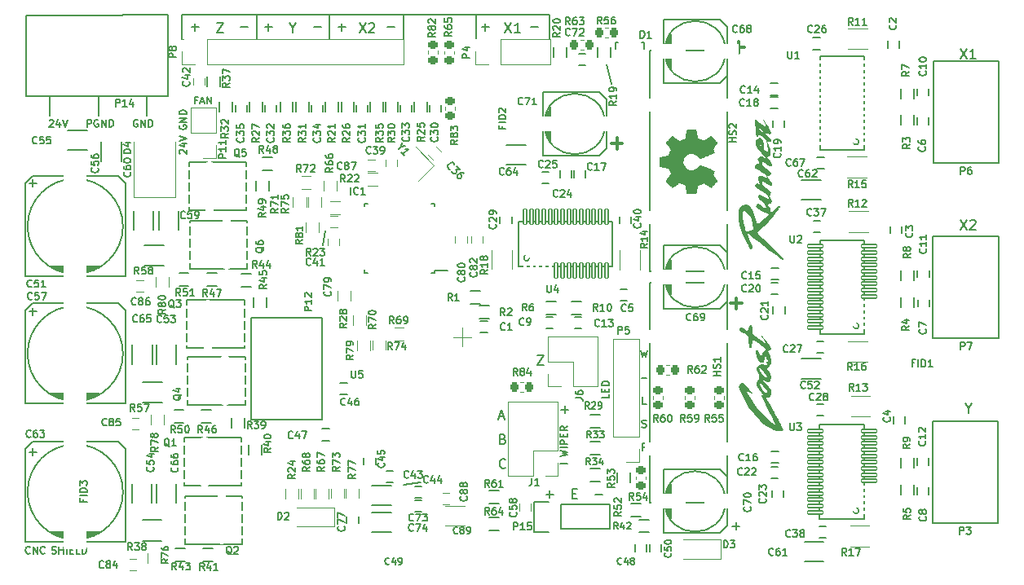
<source format=gto>
G04 #@! TF.GenerationSoftware,KiCad,Pcbnew,(7.0.0)*
G04 #@! TF.CreationDate,2023-09-14T08:23:32-05:00*
G04 #@! TF.ProjectId,GrBLDC_CR,4772424c-4443-45f4-9352-2e6b69636164,rev?*
G04 #@! TF.SameCoordinates,PX5a7646cPY8128a60*
G04 #@! TF.FileFunction,Legend,Top*
G04 #@! TF.FilePolarity,Positive*
%FSLAX46Y46*%
G04 Gerber Fmt 4.6, Leading zero omitted, Abs format (unit mm)*
G04 Created by KiCad (PCBNEW (7.0.0)) date 2023-09-14 08:23:32*
%MOMM*%
%LPD*%
G01*
G04 APERTURE LIST*
G04 Aperture macros list*
%AMRoundRect*
0 Rectangle with rounded corners*
0 $1 Rounding radius*
0 $2 $3 $4 $5 $6 $7 $8 $9 X,Y pos of 4 corners*
0 Add a 4 corners polygon primitive as box body*
4,1,4,$2,$3,$4,$5,$6,$7,$8,$9,$2,$3,0*
0 Add four circle primitives for the rounded corners*
1,1,$1+$1,$2,$3*
1,1,$1+$1,$4,$5*
1,1,$1+$1,$6,$7*
1,1,$1+$1,$8,$9*
0 Add four rect primitives between the rounded corners*
20,1,$1+$1,$2,$3,$4,$5,0*
20,1,$1+$1,$4,$5,$6,$7,0*
20,1,$1+$1,$6,$7,$8,$9,0*
20,1,$1+$1,$8,$9,$2,$3,0*%
%AMRotRect*
0 Rectangle, with rotation*
0 The origin of the aperture is its center*
0 $1 length*
0 $2 width*
0 $3 Rotation angle, in degrees counterclockwise*
0 Add horizontal line*
21,1,$1,$2,0,0,$3*%
G04 Aperture macros list end*
%ADD10C,0.150000*%
%ADD11C,0.025400*%
%ADD12C,0.300000*%
%ADD13C,0.100000*%
%ADD14C,0.127000*%
%ADD15C,0.120000*%
%ADD16C,0.010000*%
%ADD17C,0.889000*%
%ADD18C,2.000000*%
%ADD19C,2.500000*%
%ADD20R,1.727200X2.032000*%
%ADD21O,1.727200X2.032000*%
%ADD22R,0.800000X0.750000*%
%ADD23R,0.750000X0.800000*%
%ADD24R,1.000000X1.600000*%
%ADD25R,1.600000X1.000000*%
%ADD26R,2.400300X4.000500*%
%ADD27R,0.500000X0.900000*%
%ADD28R,0.900000X0.500000*%
%ADD29R,1.600000X0.300000*%
%ADD30C,0.500000*%
%ADD31R,2.400000X6.460000*%
%ADD32RoundRect,0.070000X0.800000X-0.150000X0.800000X0.150000X-0.800000X0.150000X-0.800000X-0.150000X0*%
%ADD33R,0.300000X1.600000*%
%ADD34RoundRect,0.070000X-0.150000X-0.800000X0.150000X-0.800000X0.150000X0.800000X-0.150000X0.800000X0*%
%ADD35R,6.460000X2.400000*%
%ADD36R,3.540000X4.260000*%
%ADD37R,0.650000X0.450000*%
%ADD38R,1.080000X0.450000*%
%ADD39R,0.900000X1.700000*%
%ADD40R,3.599180X1.600200*%
%ADD41R,9.000000X1.400000*%
%ADD42R,1.600000X0.550000*%
%ADD43R,0.550000X1.600000*%
%ADD44RotRect,0.900000X0.800000X135.000000*%
%ADD45RotRect,0.800000X0.750000X315.000000*%
%ADD46R,0.800100X0.800100*%
%ADD47R,1.700000X0.900000*%
%ADD48R,1.700000X1.700000*%
%ADD49O,1.700000X1.700000*%
%ADD50RoundRect,0.218750X0.256250X-0.218750X0.256250X0.218750X-0.256250X0.218750X-0.256250X-0.218750X0*%
%ADD51RoundRect,0.218750X-0.218750X-0.256250X0.218750X-0.256250X0.218750X0.256250X-0.218750X0.256250X0*%
%ADD52RoundRect,0.218750X0.218750X0.256250X-0.218750X0.256250X-0.218750X-0.256250X0.218750X-0.256250X0*%
%ADD53R,0.300000X1.700000*%
%ADD54R,1.700000X0.300000*%
%ADD55R,5.000000X5.000000*%
%ADD56R,0.900000X1.200000*%
%ADD57R,2.300000X2.500000*%
%ADD58C,3.000000*%
G04 APERTURE END LIST*
D10*
X3700000Y50300000D02*
X3700000Y48260000D01*
X40386000Y58801000D02*
X40386000Y56281000D01*
X13700000Y50300000D02*
X13700000Y48260000D01*
X17399000Y58801000D02*
X55569000Y58801000D01*
X32004000Y34798000D02*
X32258000Y36322000D01*
X61976000Y51562000D02*
X61468000Y53594000D01*
X55575000Y58800000D02*
X55575000Y56281000D01*
X25146000Y58801000D02*
X25146000Y56281000D01*
X8700000Y50300000D02*
X8700000Y48260000D01*
X47900000Y58713000D02*
X47900000Y56300000D01*
X32670000Y56281000D02*
X32670000Y58760000D01*
X17399000Y58801000D02*
X17399000Y56261000D01*
X42164000Y10160000D02*
X40386000Y9906000D01*
D11*
X17399000Y56261000D02*
X17526000Y56261000D01*
D10*
X1524048Y27953572D02*
X2285953Y27953572D01*
X1905000Y27572620D02*
X1905000Y28334524D01*
D12*
X74398571Y28780358D02*
X75541429Y28780358D01*
X74970000Y28208929D02*
X74970000Y29351786D01*
X74612571Y55392358D02*
X75755429Y55392358D01*
X75184000Y54820929D02*
X75184000Y55963786D01*
D10*
X18992857Y49917322D02*
X18742857Y49917322D01*
X18742857Y49524465D02*
X18742857Y50274465D01*
X18742857Y50274465D02*
X19100000Y50274465D01*
X19350000Y49738750D02*
X19707143Y49738750D01*
X19278571Y49524465D02*
X19528571Y50274465D01*
X19528571Y50274465D02*
X19778571Y49524465D01*
X20028571Y49524465D02*
X20028571Y50274465D01*
X20028571Y50274465D02*
X20457142Y49524465D01*
X20457142Y49524465D02*
X20457142Y50274465D01*
X98250476Y55242620D02*
X98917142Y54242620D01*
X98917142Y55242620D02*
X98250476Y54242620D01*
X99821904Y54242620D02*
X99250476Y54242620D01*
X99536190Y54242620D02*
X99536190Y55242620D01*
X99536190Y55242620D02*
X99440952Y55099762D01*
X99440952Y55099762D02*
X99345714Y55004524D01*
X99345714Y55004524D02*
X99250476Y54956905D01*
X1610857Y2843893D02*
X1575143Y2808179D01*
X1575143Y2808179D02*
X1468000Y2772465D01*
X1468000Y2772465D02*
X1396572Y2772465D01*
X1396572Y2772465D02*
X1289429Y2808179D01*
X1289429Y2808179D02*
X1218000Y2879608D01*
X1218000Y2879608D02*
X1182286Y2951036D01*
X1182286Y2951036D02*
X1146572Y3093893D01*
X1146572Y3093893D02*
X1146572Y3201036D01*
X1146572Y3201036D02*
X1182286Y3343893D01*
X1182286Y3343893D02*
X1218000Y3415322D01*
X1218000Y3415322D02*
X1289429Y3486750D01*
X1289429Y3486750D02*
X1396572Y3522465D01*
X1396572Y3522465D02*
X1468000Y3522465D01*
X1468000Y3522465D02*
X1575143Y3486750D01*
X1575143Y3486750D02*
X1610857Y3451036D01*
X1932286Y2772465D02*
X1932286Y3522465D01*
X1932286Y3522465D02*
X2360857Y2772465D01*
X2360857Y2772465D02*
X2360857Y3522465D01*
X3146571Y2843893D02*
X3110857Y2808179D01*
X3110857Y2808179D02*
X3003714Y2772465D01*
X3003714Y2772465D02*
X2932286Y2772465D01*
X2932286Y2772465D02*
X2825143Y2808179D01*
X2825143Y2808179D02*
X2753714Y2879608D01*
X2753714Y2879608D02*
X2718000Y2951036D01*
X2718000Y2951036D02*
X2682286Y3093893D01*
X2682286Y3093893D02*
X2682286Y3201036D01*
X2682286Y3201036D02*
X2718000Y3343893D01*
X2718000Y3343893D02*
X2753714Y3415322D01*
X2753714Y3415322D02*
X2825143Y3486750D01*
X2825143Y3486750D02*
X2932286Y3522465D01*
X2932286Y3522465D02*
X3003714Y3522465D01*
X3003714Y3522465D02*
X3110857Y3486750D01*
X3110857Y3486750D02*
X3146571Y3451036D01*
X3882286Y2808179D02*
X3989429Y2772465D01*
X3989429Y2772465D02*
X4168000Y2772465D01*
X4168000Y2772465D02*
X4239429Y2808179D01*
X4239429Y2808179D02*
X4275143Y2843893D01*
X4275143Y2843893D02*
X4310857Y2915322D01*
X4310857Y2915322D02*
X4310857Y2986750D01*
X4310857Y2986750D02*
X4275143Y3058179D01*
X4275143Y3058179D02*
X4239429Y3093893D01*
X4239429Y3093893D02*
X4168000Y3129608D01*
X4168000Y3129608D02*
X4025143Y3165322D01*
X4025143Y3165322D02*
X3953714Y3201036D01*
X3953714Y3201036D02*
X3918000Y3236750D01*
X3918000Y3236750D02*
X3882286Y3308179D01*
X3882286Y3308179D02*
X3882286Y3379608D01*
X3882286Y3379608D02*
X3918000Y3451036D01*
X3918000Y3451036D02*
X3953714Y3486750D01*
X3953714Y3486750D02*
X4025143Y3522465D01*
X4025143Y3522465D02*
X4203714Y3522465D01*
X4203714Y3522465D02*
X4310857Y3486750D01*
X4632286Y2772465D02*
X4632286Y3522465D01*
X4632286Y3165322D02*
X5060857Y3165322D01*
X5060857Y2772465D02*
X5060857Y3522465D01*
X5418000Y2772465D02*
X5418000Y3522465D01*
X5775143Y3165322D02*
X6025143Y3165322D01*
X6132286Y2772465D02*
X5775143Y2772465D01*
X5775143Y2772465D02*
X5775143Y3522465D01*
X5775143Y3522465D02*
X6132286Y3522465D01*
X6810857Y2772465D02*
X6453714Y2772465D01*
X6453714Y2772465D02*
X6453714Y3522465D01*
X7060857Y2772465D02*
X7060857Y3522465D01*
X7060857Y3522465D02*
X7239428Y3522465D01*
X7239428Y3522465D02*
X7346571Y3486750D01*
X7346571Y3486750D02*
X7418000Y3415322D01*
X7418000Y3415322D02*
X7453714Y3343893D01*
X7453714Y3343893D02*
X7489428Y3201036D01*
X7489428Y3201036D02*
X7489428Y3093893D01*
X7489428Y3093893D02*
X7453714Y2951036D01*
X7453714Y2951036D02*
X7418000Y2879608D01*
X7418000Y2879608D02*
X7346571Y2808179D01*
X7346571Y2808179D02*
X7239428Y2772465D01*
X7239428Y2772465D02*
X7060857Y2772465D01*
D13*
X45547619Y25293929D02*
X47452381Y25293929D01*
X46500000Y24341548D02*
X46500000Y26246310D01*
D10*
X17196964Y44339287D02*
X17161250Y44375001D01*
X17161250Y44375001D02*
X17125535Y44446429D01*
X17125535Y44446429D02*
X17125535Y44625001D01*
X17125535Y44625001D02*
X17161250Y44696429D01*
X17161250Y44696429D02*
X17196964Y44732144D01*
X17196964Y44732144D02*
X17268392Y44767858D01*
X17268392Y44767858D02*
X17339821Y44767858D01*
X17339821Y44767858D02*
X17446964Y44732144D01*
X17446964Y44732144D02*
X17875535Y44303572D01*
X17875535Y44303572D02*
X17875535Y44767858D01*
X17375535Y45410715D02*
X17875535Y45410715D01*
X17089821Y45232144D02*
X17625535Y45053573D01*
X17625535Y45053573D02*
X17625535Y45517858D01*
X17125535Y45696430D02*
X17875535Y45946430D01*
X17875535Y45946430D02*
X17125535Y46196430D01*
X17161250Y47289287D02*
X17125535Y47217858D01*
X17125535Y47217858D02*
X17125535Y47110716D01*
X17125535Y47110716D02*
X17161250Y47003573D01*
X17161250Y47003573D02*
X17232678Y46932144D01*
X17232678Y46932144D02*
X17304107Y46896430D01*
X17304107Y46896430D02*
X17446964Y46860716D01*
X17446964Y46860716D02*
X17554107Y46860716D01*
X17554107Y46860716D02*
X17696964Y46896430D01*
X17696964Y46896430D02*
X17768392Y46932144D01*
X17768392Y46932144D02*
X17839821Y47003573D01*
X17839821Y47003573D02*
X17875535Y47110716D01*
X17875535Y47110716D02*
X17875535Y47182144D01*
X17875535Y47182144D02*
X17839821Y47289287D01*
X17839821Y47289287D02*
X17804107Y47325001D01*
X17804107Y47325001D02*
X17554107Y47325001D01*
X17554107Y47325001D02*
X17554107Y47182144D01*
X17875535Y47646430D02*
X17125535Y47646430D01*
X17125535Y47646430D02*
X17875535Y48075001D01*
X17875535Y48075001D02*
X17125535Y48075001D01*
X17875535Y48432144D02*
X17125535Y48432144D01*
X17125535Y48432144D02*
X17125535Y48610715D01*
X17125535Y48610715D02*
X17161250Y48717858D01*
X17161250Y48717858D02*
X17232678Y48789287D01*
X17232678Y48789287D02*
X17304107Y48825001D01*
X17304107Y48825001D02*
X17446964Y48860715D01*
X17446964Y48860715D02*
X17554107Y48860715D01*
X17554107Y48860715D02*
X17696964Y48825001D01*
X17696964Y48825001D02*
X17768392Y48789287D01*
X17768392Y48789287D02*
X17839821Y48717858D01*
X17839821Y48717858D02*
X17875535Y48610715D01*
X17875535Y48610715D02*
X17875535Y48432144D01*
X50974523Y11742858D02*
X50926904Y11695239D01*
X50926904Y11695239D02*
X50784047Y11647620D01*
X50784047Y11647620D02*
X50688809Y11647620D01*
X50688809Y11647620D02*
X50545952Y11695239D01*
X50545952Y11695239D02*
X50450714Y11790477D01*
X50450714Y11790477D02*
X50403095Y11885715D01*
X50403095Y11885715D02*
X50355476Y12076191D01*
X50355476Y12076191D02*
X50355476Y12219048D01*
X50355476Y12219048D02*
X50403095Y12409524D01*
X50403095Y12409524D02*
X50450714Y12504762D01*
X50450714Y12504762D02*
X50545952Y12600000D01*
X50545952Y12600000D02*
X50688809Y12647620D01*
X50688809Y12647620D02*
X50784047Y12647620D01*
X50784047Y12647620D02*
X50926904Y12600000D01*
X50926904Y12600000D02*
X50974523Y12552381D01*
X48498095Y57513572D02*
X49260000Y57513572D01*
X48879047Y57132620D02*
X48879047Y57894524D01*
X28903571Y57408810D02*
X28903571Y56932620D01*
X28570238Y57932620D02*
X28903571Y57408810D01*
X28903571Y57408810D02*
X29236904Y57932620D01*
X56675535Y12890715D02*
X57425535Y13069287D01*
X57425535Y13069287D02*
X56889821Y13212144D01*
X56889821Y13212144D02*
X57425535Y13355001D01*
X57425535Y13355001D02*
X56675535Y13533572D01*
X57425535Y13819287D02*
X56675535Y13819287D01*
X57425535Y14176430D02*
X56675535Y14176430D01*
X56675535Y14176430D02*
X56675535Y14462144D01*
X56675535Y14462144D02*
X56711250Y14533573D01*
X56711250Y14533573D02*
X56746964Y14569287D01*
X56746964Y14569287D02*
X56818392Y14605001D01*
X56818392Y14605001D02*
X56925535Y14605001D01*
X56925535Y14605001D02*
X56996964Y14569287D01*
X56996964Y14569287D02*
X57032678Y14533573D01*
X57032678Y14533573D02*
X57068392Y14462144D01*
X57068392Y14462144D02*
X57068392Y14176430D01*
X57032678Y14926430D02*
X57032678Y15176430D01*
X57425535Y15283573D02*
X57425535Y14926430D01*
X57425535Y14926430D02*
X56675535Y14926430D01*
X56675535Y14926430D02*
X56675535Y15283573D01*
X57425535Y16033572D02*
X57068392Y15783572D01*
X57425535Y15605001D02*
X56675535Y15605001D01*
X56675535Y15605001D02*
X56675535Y15890715D01*
X56675535Y15890715D02*
X56711250Y15962144D01*
X56711250Y15962144D02*
X56746964Y15997858D01*
X56746964Y15997858D02*
X56818392Y16033572D01*
X56818392Y16033572D02*
X56925535Y16033572D01*
X56925535Y16033572D02*
X56996964Y15997858D01*
X56996964Y15997858D02*
X57032678Y15962144D01*
X57032678Y15962144D02*
X57068392Y15890715D01*
X57068392Y15890715D02*
X57068392Y15605001D01*
X56753095Y17743572D02*
X57515000Y17743572D01*
X57134047Y17362620D02*
X57134047Y18124524D01*
X57923095Y8996429D02*
X58256428Y8996429D01*
X58399285Y8472620D02*
X57923095Y8472620D01*
X57923095Y8472620D02*
X57923095Y9472620D01*
X57923095Y9472620D02*
X58399285Y9472620D01*
X18383095Y57513572D02*
X19145000Y57513572D01*
X18764047Y57132620D02*
X18764047Y57894524D01*
X74549048Y5648472D02*
X75310953Y5648472D01*
X74930000Y5267520D02*
X74930000Y6029424D01*
X50355476Y17013334D02*
X50831666Y17013334D01*
X50260238Y16727620D02*
X50593571Y17727620D01*
X50593571Y17727620D02*
X50926904Y16727620D01*
X65058571Y23944465D02*
X65237143Y23194465D01*
X65237143Y23194465D02*
X65380000Y23730179D01*
X65380000Y23730179D02*
X65522857Y23194465D01*
X65522857Y23194465D02*
X65701429Y23944465D01*
X65094286Y21050179D02*
X65665715Y21050179D01*
X65612143Y18334465D02*
X65255000Y18334465D01*
X65255000Y18334465D02*
X65255000Y19084465D01*
X65165714Y15940179D02*
X65272857Y15904465D01*
X65272857Y15904465D02*
X65451428Y15904465D01*
X65451428Y15904465D02*
X65522857Y15940179D01*
X65522857Y15940179D02*
X65558571Y15975893D01*
X65558571Y15975893D02*
X65594285Y16047322D01*
X65594285Y16047322D02*
X65594285Y16118750D01*
X65594285Y16118750D02*
X65558571Y16190179D01*
X65558571Y16190179D02*
X65522857Y16225893D01*
X65522857Y16225893D02*
X65451428Y16261608D01*
X65451428Y16261608D02*
X65308571Y16297322D01*
X65308571Y16297322D02*
X65237142Y16333036D01*
X65237142Y16333036D02*
X65201428Y16368750D01*
X65201428Y16368750D02*
X65165714Y16440179D01*
X65165714Y16440179D02*
X65165714Y16511608D01*
X65165714Y16511608D02*
X65201428Y16583036D01*
X65201428Y16583036D02*
X65237142Y16618750D01*
X65237142Y16618750D02*
X65308571Y16654465D01*
X65308571Y16654465D02*
X65487142Y16654465D01*
X65487142Y16654465D02*
X65594285Y16618750D01*
X65183571Y13474465D02*
X65183571Y14224465D01*
X65183571Y14224465D02*
X65469285Y14224465D01*
X65469285Y14224465D02*
X65540714Y14188750D01*
X65540714Y14188750D02*
X65576428Y14153036D01*
X65576428Y14153036D02*
X65612142Y14081608D01*
X65612142Y14081608D02*
X65612142Y13974465D01*
X65612142Y13974465D02*
X65576428Y13903036D01*
X65576428Y13903036D02*
X65540714Y13867322D01*
X65540714Y13867322D02*
X65469285Y13831608D01*
X65469285Y13831608D02*
X65183571Y13831608D01*
X25978095Y57513572D02*
X26740000Y57513572D01*
X26359047Y57132620D02*
X26359047Y57894524D01*
X56686095Y12125572D02*
X57448000Y12125572D01*
X1524048Y13348572D02*
X2285953Y13348572D01*
X1905000Y12967620D02*
X1905000Y13729524D01*
X1524048Y41288572D02*
X2285953Y41288572D01*
X1905000Y40907620D02*
X1905000Y41669524D01*
X23433095Y57513572D02*
X24195000Y57513572D01*
X35802857Y57932620D02*
X36469523Y56932620D01*
X36469523Y57932620D02*
X35802857Y56932620D01*
X36802857Y57837381D02*
X36850476Y57885000D01*
X36850476Y57885000D02*
X36945714Y57932620D01*
X36945714Y57932620D02*
X37183809Y57932620D01*
X37183809Y57932620D02*
X37279047Y57885000D01*
X37279047Y57885000D02*
X37326666Y57837381D01*
X37326666Y57837381D02*
X37374285Y57742143D01*
X37374285Y57742143D02*
X37374285Y57646905D01*
X37374285Y57646905D02*
X37326666Y57504048D01*
X37326666Y57504048D02*
X36755238Y56932620D01*
X36755238Y56932620D02*
X37374285Y56932620D01*
X3646429Y47803036D02*
X3682143Y47838750D01*
X3682143Y47838750D02*
X3753572Y47874465D01*
X3753572Y47874465D02*
X3932143Y47874465D01*
X3932143Y47874465D02*
X4003572Y47838750D01*
X4003572Y47838750D02*
X4039286Y47803036D01*
X4039286Y47803036D02*
X4075000Y47731608D01*
X4075000Y47731608D02*
X4075000Y47660179D01*
X4075000Y47660179D02*
X4039286Y47553036D01*
X4039286Y47553036D02*
X3610714Y47124465D01*
X3610714Y47124465D02*
X4075000Y47124465D01*
X4717858Y47624465D02*
X4717858Y47124465D01*
X4539286Y47910179D02*
X4360715Y47374465D01*
X4360715Y47374465D02*
X4825000Y47374465D01*
X5003572Y47874465D02*
X5253572Y47124465D01*
X5253572Y47124465D02*
X5503572Y47874465D01*
X7553572Y47124465D02*
X7553572Y47874465D01*
X7553572Y47874465D02*
X7839286Y47874465D01*
X7839286Y47874465D02*
X7910715Y47838750D01*
X7910715Y47838750D02*
X7946429Y47803036D01*
X7946429Y47803036D02*
X7982143Y47731608D01*
X7982143Y47731608D02*
X7982143Y47624465D01*
X7982143Y47624465D02*
X7946429Y47553036D01*
X7946429Y47553036D02*
X7910715Y47517322D01*
X7910715Y47517322D02*
X7839286Y47481608D01*
X7839286Y47481608D02*
X7553572Y47481608D01*
X8696429Y47838750D02*
X8625001Y47874465D01*
X8625001Y47874465D02*
X8517858Y47874465D01*
X8517858Y47874465D02*
X8410715Y47838750D01*
X8410715Y47838750D02*
X8339286Y47767322D01*
X8339286Y47767322D02*
X8303572Y47695893D01*
X8303572Y47695893D02*
X8267858Y47553036D01*
X8267858Y47553036D02*
X8267858Y47445893D01*
X8267858Y47445893D02*
X8303572Y47303036D01*
X8303572Y47303036D02*
X8339286Y47231608D01*
X8339286Y47231608D02*
X8410715Y47160179D01*
X8410715Y47160179D02*
X8517858Y47124465D01*
X8517858Y47124465D02*
X8589286Y47124465D01*
X8589286Y47124465D02*
X8696429Y47160179D01*
X8696429Y47160179D02*
X8732143Y47195893D01*
X8732143Y47195893D02*
X8732143Y47445893D01*
X8732143Y47445893D02*
X8589286Y47445893D01*
X9053572Y47124465D02*
X9053572Y47874465D01*
X9053572Y47874465D02*
X9482143Y47124465D01*
X9482143Y47124465D02*
X9482143Y47874465D01*
X9839286Y47124465D02*
X9839286Y47874465D01*
X9839286Y47874465D02*
X10017857Y47874465D01*
X10017857Y47874465D02*
X10125000Y47838750D01*
X10125000Y47838750D02*
X10196429Y47767322D01*
X10196429Y47767322D02*
X10232143Y47695893D01*
X10232143Y47695893D02*
X10267857Y47553036D01*
X10267857Y47553036D02*
X10267857Y47445893D01*
X10267857Y47445893D02*
X10232143Y47303036D01*
X10232143Y47303036D02*
X10196429Y47231608D01*
X10196429Y47231608D02*
X10125000Y47160179D01*
X10125000Y47160179D02*
X10017857Y47124465D01*
X10017857Y47124465D02*
X9839286Y47124465D01*
X12782143Y47838750D02*
X12710715Y47874465D01*
X12710715Y47874465D02*
X12603572Y47874465D01*
X12603572Y47874465D02*
X12496429Y47838750D01*
X12496429Y47838750D02*
X12425000Y47767322D01*
X12425000Y47767322D02*
X12389286Y47695893D01*
X12389286Y47695893D02*
X12353572Y47553036D01*
X12353572Y47553036D02*
X12353572Y47445893D01*
X12353572Y47445893D02*
X12389286Y47303036D01*
X12389286Y47303036D02*
X12425000Y47231608D01*
X12425000Y47231608D02*
X12496429Y47160179D01*
X12496429Y47160179D02*
X12603572Y47124465D01*
X12603572Y47124465D02*
X12675000Y47124465D01*
X12675000Y47124465D02*
X12782143Y47160179D01*
X12782143Y47160179D02*
X12817857Y47195893D01*
X12817857Y47195893D02*
X12817857Y47445893D01*
X12817857Y47445893D02*
X12675000Y47445893D01*
X13139286Y47124465D02*
X13139286Y47874465D01*
X13139286Y47874465D02*
X13567857Y47124465D01*
X13567857Y47124465D02*
X13567857Y47874465D01*
X13925000Y47124465D02*
X13925000Y47874465D01*
X13925000Y47874465D02*
X14103571Y47874465D01*
X14103571Y47874465D02*
X14210714Y47838750D01*
X14210714Y47838750D02*
X14282143Y47767322D01*
X14282143Y47767322D02*
X14317857Y47695893D01*
X14317857Y47695893D02*
X14353571Y47553036D01*
X14353571Y47553036D02*
X14353571Y47445893D01*
X14353571Y47445893D02*
X14317857Y47303036D01*
X14317857Y47303036D02*
X14282143Y47231608D01*
X14282143Y47231608D02*
X14210714Y47160179D01*
X14210714Y47160179D02*
X14103571Y47124465D01*
X14103571Y47124465D02*
X13925000Y47124465D01*
X20997857Y57932620D02*
X21664523Y57932620D01*
X21664523Y57932620D02*
X20997857Y56932620D01*
X20997857Y56932620D02*
X21664523Y56932620D01*
X50942857Y57932620D02*
X51609523Y56932620D01*
X51609523Y57932620D02*
X50942857Y56932620D01*
X52514285Y56932620D02*
X51942857Y56932620D01*
X52228571Y56932620D02*
X52228571Y57932620D01*
X52228571Y57932620D02*
X52133333Y57789762D01*
X52133333Y57789762D02*
X52038095Y57694524D01*
X52038095Y57694524D02*
X51942857Y57646905D01*
D12*
X61993851Y45410158D02*
X63136709Y45410158D01*
X62565280Y44838729D02*
X62565280Y45981586D01*
D10*
X55188095Y8953572D02*
X55950000Y8953572D01*
X55569047Y8572620D02*
X55569047Y9334524D01*
X54276667Y23402620D02*
X54943333Y23402620D01*
X54943333Y23402620D02*
X54276667Y22402620D01*
X54276667Y22402620D02*
X54943333Y22402620D01*
X33593095Y57513572D02*
X34355000Y57513572D01*
X33974047Y57132620D02*
X33974047Y57894524D01*
X99060000Y17888810D02*
X99060000Y17412620D01*
X98726667Y18412620D02*
X99060000Y17888810D01*
X99060000Y17888810D02*
X99393333Y18412620D01*
X60263095Y8953572D02*
X61025000Y8953572D01*
X50736428Y14711429D02*
X50879285Y14663810D01*
X50879285Y14663810D02*
X50926904Y14616191D01*
X50926904Y14616191D02*
X50974523Y14520953D01*
X50974523Y14520953D02*
X50974523Y14378096D01*
X50974523Y14378096D02*
X50926904Y14282858D01*
X50926904Y14282858D02*
X50879285Y14235239D01*
X50879285Y14235239D02*
X50784047Y14187620D01*
X50784047Y14187620D02*
X50403095Y14187620D01*
X50403095Y14187620D02*
X50403095Y15187620D01*
X50403095Y15187620D02*
X50736428Y15187620D01*
X50736428Y15187620D02*
X50831666Y15140000D01*
X50831666Y15140000D02*
X50879285Y15092381D01*
X50879285Y15092381D02*
X50926904Y14997143D01*
X50926904Y14997143D02*
X50926904Y14901905D01*
X50926904Y14901905D02*
X50879285Y14806667D01*
X50879285Y14806667D02*
X50831666Y14759048D01*
X50831666Y14759048D02*
X50736428Y14711429D01*
X50736428Y14711429D02*
X50403095Y14711429D01*
X98250476Y37462620D02*
X98917142Y36462620D01*
X98917142Y37462620D02*
X98250476Y36462620D01*
X99250476Y37367381D02*
X99298095Y37415000D01*
X99298095Y37415000D02*
X99393333Y37462620D01*
X99393333Y37462620D02*
X99631428Y37462620D01*
X99631428Y37462620D02*
X99726666Y37415000D01*
X99726666Y37415000D02*
X99774285Y37367381D01*
X99774285Y37367381D02*
X99821904Y37272143D01*
X99821904Y37272143D02*
X99821904Y37176905D01*
X99821904Y37176905D02*
X99774285Y37034048D01*
X99774285Y37034048D02*
X99202857Y36462620D01*
X99202857Y36462620D02*
X99821904Y36462620D01*
X61743535Y19328001D02*
X61743535Y18970858D01*
X61743535Y18970858D02*
X60993535Y18970858D01*
X61350678Y19578001D02*
X61350678Y19828001D01*
X61743535Y19935144D02*
X61743535Y19578001D01*
X61743535Y19578001D02*
X60993535Y19578001D01*
X60993535Y19578001D02*
X60993535Y19935144D01*
X61743535Y20256572D02*
X60993535Y20256572D01*
X60993535Y20256572D02*
X60993535Y20435143D01*
X60993535Y20435143D02*
X61029250Y20542286D01*
X61029250Y20542286D02*
X61100678Y20613715D01*
X61100678Y20613715D02*
X61172107Y20649429D01*
X61172107Y20649429D02*
X61314964Y20685143D01*
X61314964Y20685143D02*
X61422107Y20685143D01*
X61422107Y20685143D02*
X61564964Y20649429D01*
X61564964Y20649429D02*
X61636392Y20613715D01*
X61636392Y20613715D02*
X61707821Y20542286D01*
X61707821Y20542286D02*
X61743535Y20435143D01*
X61743535Y20435143D02*
X61743535Y20256572D01*
X53578095Y57513572D02*
X54340000Y57513572D01*
X31053095Y57513572D02*
X31815000Y57513572D01*
X38673095Y57513572D02*
X39435000Y57513572D01*
X50928999Y26074933D02*
X50893285Y26039219D01*
X50893285Y26039219D02*
X50786142Y26003505D01*
X50786142Y26003505D02*
X50714714Y26003505D01*
X50714714Y26003505D02*
X50607571Y26039219D01*
X50607571Y26039219D02*
X50536142Y26110648D01*
X50536142Y26110648D02*
X50500428Y26182076D01*
X50500428Y26182076D02*
X50464714Y26324933D01*
X50464714Y26324933D02*
X50464714Y26432076D01*
X50464714Y26432076D02*
X50500428Y26574933D01*
X50500428Y26574933D02*
X50536142Y26646362D01*
X50536142Y26646362D02*
X50607571Y26717790D01*
X50607571Y26717790D02*
X50714714Y26753505D01*
X50714714Y26753505D02*
X50786142Y26753505D01*
X50786142Y26753505D02*
X50893285Y26717790D01*
X50893285Y26717790D02*
X50928999Y26682076D01*
X51643285Y26003505D02*
X51214714Y26003505D01*
X51428999Y26003505D02*
X51428999Y26753505D01*
X51428999Y26753505D02*
X51357571Y26646362D01*
X51357571Y26646362D02*
X51286142Y26574933D01*
X51286142Y26574933D02*
X51214714Y26539219D01*
X91514107Y57725000D02*
X91549821Y57689286D01*
X91549821Y57689286D02*
X91585535Y57582143D01*
X91585535Y57582143D02*
X91585535Y57510715D01*
X91585535Y57510715D02*
X91549821Y57403572D01*
X91549821Y57403572D02*
X91478392Y57332143D01*
X91478392Y57332143D02*
X91406964Y57296429D01*
X91406964Y57296429D02*
X91264107Y57260715D01*
X91264107Y57260715D02*
X91156964Y57260715D01*
X91156964Y57260715D02*
X91014107Y57296429D01*
X91014107Y57296429D02*
X90942678Y57332143D01*
X90942678Y57332143D02*
X90871250Y57403572D01*
X90871250Y57403572D02*
X90835535Y57510715D01*
X90835535Y57510715D02*
X90835535Y57582143D01*
X90835535Y57582143D02*
X90871250Y57689286D01*
X90871250Y57689286D02*
X90906964Y57725000D01*
X90906964Y58010715D02*
X90871250Y58046429D01*
X90871250Y58046429D02*
X90835535Y58117857D01*
X90835535Y58117857D02*
X90835535Y58296429D01*
X90835535Y58296429D02*
X90871250Y58367857D01*
X90871250Y58367857D02*
X90906964Y58403572D01*
X90906964Y58403572D02*
X90978392Y58439286D01*
X90978392Y58439286D02*
X91049821Y58439286D01*
X91049821Y58439286D02*
X91156964Y58403572D01*
X91156964Y58403572D02*
X91585535Y57975000D01*
X91585535Y57975000D02*
X91585535Y58439286D01*
X93204107Y36125000D02*
X93239821Y36089286D01*
X93239821Y36089286D02*
X93275535Y35982143D01*
X93275535Y35982143D02*
X93275535Y35910715D01*
X93275535Y35910715D02*
X93239821Y35803572D01*
X93239821Y35803572D02*
X93168392Y35732143D01*
X93168392Y35732143D02*
X93096964Y35696429D01*
X93096964Y35696429D02*
X92954107Y35660715D01*
X92954107Y35660715D02*
X92846964Y35660715D01*
X92846964Y35660715D02*
X92704107Y35696429D01*
X92704107Y35696429D02*
X92632678Y35732143D01*
X92632678Y35732143D02*
X92561250Y35803572D01*
X92561250Y35803572D02*
X92525535Y35910715D01*
X92525535Y35910715D02*
X92525535Y35982143D01*
X92525535Y35982143D02*
X92561250Y36089286D01*
X92561250Y36089286D02*
X92596964Y36125000D01*
X92525535Y36375000D02*
X92525535Y36839286D01*
X92525535Y36839286D02*
X92811250Y36589286D01*
X92811250Y36589286D02*
X92811250Y36696429D01*
X92811250Y36696429D02*
X92846964Y36767857D01*
X92846964Y36767857D02*
X92882678Y36803572D01*
X92882678Y36803572D02*
X92954107Y36839286D01*
X92954107Y36839286D02*
X93132678Y36839286D01*
X93132678Y36839286D02*
X93204107Y36803572D01*
X93204107Y36803572D02*
X93239821Y36767857D01*
X93239821Y36767857D02*
X93275535Y36696429D01*
X93275535Y36696429D02*
X93275535Y36482143D01*
X93275535Y36482143D02*
X93239821Y36410715D01*
X93239821Y36410715D02*
X93204107Y36375000D01*
X90894107Y16935000D02*
X90929821Y16899286D01*
X90929821Y16899286D02*
X90965535Y16792143D01*
X90965535Y16792143D02*
X90965535Y16720715D01*
X90965535Y16720715D02*
X90929821Y16613572D01*
X90929821Y16613572D02*
X90858392Y16542143D01*
X90858392Y16542143D02*
X90786964Y16506429D01*
X90786964Y16506429D02*
X90644107Y16470715D01*
X90644107Y16470715D02*
X90536964Y16470715D01*
X90536964Y16470715D02*
X90394107Y16506429D01*
X90394107Y16506429D02*
X90322678Y16542143D01*
X90322678Y16542143D02*
X90251250Y16613572D01*
X90251250Y16613572D02*
X90215535Y16720715D01*
X90215535Y16720715D02*
X90215535Y16792143D01*
X90215535Y16792143D02*
X90251250Y16899286D01*
X90251250Y16899286D02*
X90286964Y16935000D01*
X90465535Y17577857D02*
X90965535Y17577857D01*
X90179821Y17399286D02*
X90715535Y17220715D01*
X90715535Y17220715D02*
X90715535Y17685000D01*
X63504999Y28015893D02*
X63469285Y27980179D01*
X63469285Y27980179D02*
X63362142Y27944465D01*
X63362142Y27944465D02*
X63290714Y27944465D01*
X63290714Y27944465D02*
X63183571Y27980179D01*
X63183571Y27980179D02*
X63112142Y28051608D01*
X63112142Y28051608D02*
X63076428Y28123036D01*
X63076428Y28123036D02*
X63040714Y28265893D01*
X63040714Y28265893D02*
X63040714Y28373036D01*
X63040714Y28373036D02*
X63076428Y28515893D01*
X63076428Y28515893D02*
X63112142Y28587322D01*
X63112142Y28587322D02*
X63183571Y28658750D01*
X63183571Y28658750D02*
X63290714Y28694465D01*
X63290714Y28694465D02*
X63362142Y28694465D01*
X63362142Y28694465D02*
X63469285Y28658750D01*
X63469285Y28658750D02*
X63504999Y28623036D01*
X64183571Y28694465D02*
X63826428Y28694465D01*
X63826428Y28694465D02*
X63790714Y28337322D01*
X63790714Y28337322D02*
X63826428Y28373036D01*
X63826428Y28373036D02*
X63897857Y28408750D01*
X63897857Y28408750D02*
X64076428Y28408750D01*
X64076428Y28408750D02*
X64147857Y28373036D01*
X64147857Y28373036D02*
X64183571Y28337322D01*
X64183571Y28337322D02*
X64219285Y28265893D01*
X64219285Y28265893D02*
X64219285Y28087322D01*
X64219285Y28087322D02*
X64183571Y28015893D01*
X64183571Y28015893D02*
X64147857Y27980179D01*
X64147857Y27980179D02*
X64076428Y27944465D01*
X64076428Y27944465D02*
X63897857Y27944465D01*
X63897857Y27944465D02*
X63826428Y27980179D01*
X63826428Y27980179D02*
X63790714Y28015893D01*
X94547327Y45066680D02*
X94583041Y45030966D01*
X94583041Y45030966D02*
X94618755Y44923823D01*
X94618755Y44923823D02*
X94618755Y44852395D01*
X94618755Y44852395D02*
X94583041Y44745252D01*
X94583041Y44745252D02*
X94511612Y44673823D01*
X94511612Y44673823D02*
X94440184Y44638109D01*
X94440184Y44638109D02*
X94297327Y44602395D01*
X94297327Y44602395D02*
X94190184Y44602395D01*
X94190184Y44602395D02*
X94047327Y44638109D01*
X94047327Y44638109D02*
X93975898Y44673823D01*
X93975898Y44673823D02*
X93904470Y44745252D01*
X93904470Y44745252D02*
X93868755Y44852395D01*
X93868755Y44852395D02*
X93868755Y44923823D01*
X93868755Y44923823D02*
X93904470Y45030966D01*
X93904470Y45030966D02*
X93940184Y45066680D01*
X93868755Y45709537D02*
X93868755Y45566680D01*
X93868755Y45566680D02*
X93904470Y45495252D01*
X93904470Y45495252D02*
X93940184Y45459537D01*
X93940184Y45459537D02*
X94047327Y45388109D01*
X94047327Y45388109D02*
X94190184Y45352395D01*
X94190184Y45352395D02*
X94475898Y45352395D01*
X94475898Y45352395D02*
X94547327Y45388109D01*
X94547327Y45388109D02*
X94583041Y45423823D01*
X94583041Y45423823D02*
X94618755Y45495252D01*
X94618755Y45495252D02*
X94618755Y45638109D01*
X94618755Y45638109D02*
X94583041Y45709537D01*
X94583041Y45709537D02*
X94547327Y45745252D01*
X94547327Y45745252D02*
X94475898Y45780966D01*
X94475898Y45780966D02*
X94297327Y45780966D01*
X94297327Y45780966D02*
X94225898Y45745252D01*
X94225898Y45745252D02*
X94190184Y45709537D01*
X94190184Y45709537D02*
X94154470Y45638109D01*
X94154470Y45638109D02*
X94154470Y45495252D01*
X94154470Y45495252D02*
X94190184Y45423823D01*
X94190184Y45423823D02*
X94225898Y45388109D01*
X94225898Y45388109D02*
X94297327Y45352395D01*
X94613367Y26097960D02*
X94649081Y26062246D01*
X94649081Y26062246D02*
X94684795Y25955103D01*
X94684795Y25955103D02*
X94684795Y25883675D01*
X94684795Y25883675D02*
X94649081Y25776532D01*
X94649081Y25776532D02*
X94577652Y25705103D01*
X94577652Y25705103D02*
X94506224Y25669389D01*
X94506224Y25669389D02*
X94363367Y25633675D01*
X94363367Y25633675D02*
X94256224Y25633675D01*
X94256224Y25633675D02*
X94113367Y25669389D01*
X94113367Y25669389D02*
X94041938Y25705103D01*
X94041938Y25705103D02*
X93970510Y25776532D01*
X93970510Y25776532D02*
X93934795Y25883675D01*
X93934795Y25883675D02*
X93934795Y25955103D01*
X93934795Y25955103D02*
X93970510Y26062246D01*
X93970510Y26062246D02*
X94006224Y26097960D01*
X93934795Y26347960D02*
X93934795Y26847960D01*
X93934795Y26847960D02*
X94684795Y26526532D01*
X94628607Y6641560D02*
X94664321Y6605846D01*
X94664321Y6605846D02*
X94700035Y6498703D01*
X94700035Y6498703D02*
X94700035Y6427275D01*
X94700035Y6427275D02*
X94664321Y6320132D01*
X94664321Y6320132D02*
X94592892Y6248703D01*
X94592892Y6248703D02*
X94521464Y6212989D01*
X94521464Y6212989D02*
X94378607Y6177275D01*
X94378607Y6177275D02*
X94271464Y6177275D01*
X94271464Y6177275D02*
X94128607Y6212989D01*
X94128607Y6212989D02*
X94057178Y6248703D01*
X94057178Y6248703D02*
X93985750Y6320132D01*
X93985750Y6320132D02*
X93950035Y6427275D01*
X93950035Y6427275D02*
X93950035Y6498703D01*
X93950035Y6498703D02*
X93985750Y6605846D01*
X93985750Y6605846D02*
X94021464Y6641560D01*
X94271464Y7070132D02*
X94235750Y6998703D01*
X94235750Y6998703D02*
X94200035Y6962989D01*
X94200035Y6962989D02*
X94128607Y6927275D01*
X94128607Y6927275D02*
X94092892Y6927275D01*
X94092892Y6927275D02*
X94021464Y6962989D01*
X94021464Y6962989D02*
X93985750Y6998703D01*
X93985750Y6998703D02*
X93950035Y7070132D01*
X93950035Y7070132D02*
X93950035Y7212989D01*
X93950035Y7212989D02*
X93985750Y7284417D01*
X93985750Y7284417D02*
X94021464Y7320132D01*
X94021464Y7320132D02*
X94092892Y7355846D01*
X94092892Y7355846D02*
X94128607Y7355846D01*
X94128607Y7355846D02*
X94200035Y7320132D01*
X94200035Y7320132D02*
X94235750Y7284417D01*
X94235750Y7284417D02*
X94271464Y7212989D01*
X94271464Y7212989D02*
X94271464Y7070132D01*
X94271464Y7070132D02*
X94307178Y6998703D01*
X94307178Y6998703D02*
X94342892Y6962989D01*
X94342892Y6962989D02*
X94414321Y6927275D01*
X94414321Y6927275D02*
X94557178Y6927275D01*
X94557178Y6927275D02*
X94628607Y6962989D01*
X94628607Y6962989D02*
X94664321Y6998703D01*
X94664321Y6998703D02*
X94700035Y7070132D01*
X94700035Y7070132D02*
X94700035Y7212989D01*
X94700035Y7212989D02*
X94664321Y7284417D01*
X94664321Y7284417D02*
X94628607Y7320132D01*
X94628607Y7320132D02*
X94557178Y7355846D01*
X94557178Y7355846D02*
X94414321Y7355846D01*
X94414321Y7355846D02*
X94342892Y7320132D01*
X94342892Y7320132D02*
X94307178Y7284417D01*
X94307178Y7284417D02*
X94271464Y7212989D01*
X52889879Y26580193D02*
X52854165Y26544479D01*
X52854165Y26544479D02*
X52747022Y26508765D01*
X52747022Y26508765D02*
X52675594Y26508765D01*
X52675594Y26508765D02*
X52568451Y26544479D01*
X52568451Y26544479D02*
X52497022Y26615908D01*
X52497022Y26615908D02*
X52461308Y26687336D01*
X52461308Y26687336D02*
X52425594Y26830193D01*
X52425594Y26830193D02*
X52425594Y26937336D01*
X52425594Y26937336D02*
X52461308Y27080193D01*
X52461308Y27080193D02*
X52497022Y27151622D01*
X52497022Y27151622D02*
X52568451Y27223050D01*
X52568451Y27223050D02*
X52675594Y27258765D01*
X52675594Y27258765D02*
X52747022Y27258765D01*
X52747022Y27258765D02*
X52854165Y27223050D01*
X52854165Y27223050D02*
X52889879Y27187336D01*
X53247022Y26508765D02*
X53389879Y26508765D01*
X53389879Y26508765D02*
X53461308Y26544479D01*
X53461308Y26544479D02*
X53497022Y26580193D01*
X53497022Y26580193D02*
X53568451Y26687336D01*
X53568451Y26687336D02*
X53604165Y26830193D01*
X53604165Y26830193D02*
X53604165Y27115908D01*
X53604165Y27115908D02*
X53568451Y27187336D01*
X53568451Y27187336D02*
X53532737Y27223050D01*
X53532737Y27223050D02*
X53461308Y27258765D01*
X53461308Y27258765D02*
X53318451Y27258765D01*
X53318451Y27258765D02*
X53247022Y27223050D01*
X53247022Y27223050D02*
X53211308Y27187336D01*
X53211308Y27187336D02*
X53175594Y27115908D01*
X53175594Y27115908D02*
X53175594Y26937336D01*
X53175594Y26937336D02*
X53211308Y26865908D01*
X53211308Y26865908D02*
X53247022Y26830193D01*
X53247022Y26830193D02*
X53318451Y26794479D01*
X53318451Y26794479D02*
X53461308Y26794479D01*
X53461308Y26794479D02*
X53532737Y26830193D01*
X53532737Y26830193D02*
X53568451Y26865908D01*
X53568451Y26865908D02*
X53604165Y26937336D01*
X94604107Y52917857D02*
X94639821Y52882143D01*
X94639821Y52882143D02*
X94675535Y52775000D01*
X94675535Y52775000D02*
X94675535Y52703572D01*
X94675535Y52703572D02*
X94639821Y52596429D01*
X94639821Y52596429D02*
X94568392Y52525000D01*
X94568392Y52525000D02*
X94496964Y52489286D01*
X94496964Y52489286D02*
X94354107Y52453572D01*
X94354107Y52453572D02*
X94246964Y52453572D01*
X94246964Y52453572D02*
X94104107Y52489286D01*
X94104107Y52489286D02*
X94032678Y52525000D01*
X94032678Y52525000D02*
X93961250Y52596429D01*
X93961250Y52596429D02*
X93925535Y52703572D01*
X93925535Y52703572D02*
X93925535Y52775000D01*
X93925535Y52775000D02*
X93961250Y52882143D01*
X93961250Y52882143D02*
X93996964Y52917857D01*
X94675535Y53632143D02*
X94675535Y53203572D01*
X94675535Y53417857D02*
X93925535Y53417857D01*
X93925535Y53417857D02*
X94032678Y53346429D01*
X94032678Y53346429D02*
X94104107Y53275000D01*
X94104107Y53275000D02*
X94139821Y53203572D01*
X93925535Y54096429D02*
X93925535Y54167858D01*
X93925535Y54167858D02*
X93961250Y54239286D01*
X93961250Y54239286D02*
X93996964Y54275000D01*
X93996964Y54275000D02*
X94068392Y54310715D01*
X94068392Y54310715D02*
X94211250Y54346429D01*
X94211250Y54346429D02*
X94389821Y54346429D01*
X94389821Y54346429D02*
X94532678Y54310715D01*
X94532678Y54310715D02*
X94604107Y54275000D01*
X94604107Y54275000D02*
X94639821Y54239286D01*
X94639821Y54239286D02*
X94675535Y54167858D01*
X94675535Y54167858D02*
X94675535Y54096429D01*
X94675535Y54096429D02*
X94639821Y54025000D01*
X94639821Y54025000D02*
X94604107Y53989286D01*
X94604107Y53989286D02*
X94532678Y53953572D01*
X94532678Y53953572D02*
X94389821Y53917858D01*
X94389821Y53917858D02*
X94211250Y53917858D01*
X94211250Y53917858D02*
X94068392Y53953572D01*
X94068392Y53953572D02*
X93996964Y53989286D01*
X93996964Y53989286D02*
X93961250Y54025000D01*
X93961250Y54025000D02*
X93925535Y54096429D01*
X94643847Y34458097D02*
X94679561Y34422383D01*
X94679561Y34422383D02*
X94715275Y34315240D01*
X94715275Y34315240D02*
X94715275Y34243812D01*
X94715275Y34243812D02*
X94679561Y34136669D01*
X94679561Y34136669D02*
X94608132Y34065240D01*
X94608132Y34065240D02*
X94536704Y34029526D01*
X94536704Y34029526D02*
X94393847Y33993812D01*
X94393847Y33993812D02*
X94286704Y33993812D01*
X94286704Y33993812D02*
X94143847Y34029526D01*
X94143847Y34029526D02*
X94072418Y34065240D01*
X94072418Y34065240D02*
X94000990Y34136669D01*
X94000990Y34136669D02*
X93965275Y34243812D01*
X93965275Y34243812D02*
X93965275Y34315240D01*
X93965275Y34315240D02*
X94000990Y34422383D01*
X94000990Y34422383D02*
X94036704Y34458097D01*
X94715275Y35172383D02*
X94715275Y34743812D01*
X94715275Y34958097D02*
X93965275Y34958097D01*
X93965275Y34958097D02*
X94072418Y34886669D01*
X94072418Y34886669D02*
X94143847Y34815240D01*
X94143847Y34815240D02*
X94179561Y34743812D01*
X94715275Y35886669D02*
X94715275Y35458098D01*
X94715275Y35672383D02*
X93965275Y35672383D01*
X93965275Y35672383D02*
X94072418Y35600955D01*
X94072418Y35600955D02*
X94143847Y35529526D01*
X94143847Y35529526D02*
X94179561Y35458098D01*
X94554107Y14467857D02*
X94589821Y14432143D01*
X94589821Y14432143D02*
X94625535Y14325000D01*
X94625535Y14325000D02*
X94625535Y14253572D01*
X94625535Y14253572D02*
X94589821Y14146429D01*
X94589821Y14146429D02*
X94518392Y14075000D01*
X94518392Y14075000D02*
X94446964Y14039286D01*
X94446964Y14039286D02*
X94304107Y14003572D01*
X94304107Y14003572D02*
X94196964Y14003572D01*
X94196964Y14003572D02*
X94054107Y14039286D01*
X94054107Y14039286D02*
X93982678Y14075000D01*
X93982678Y14075000D02*
X93911250Y14146429D01*
X93911250Y14146429D02*
X93875535Y14253572D01*
X93875535Y14253572D02*
X93875535Y14325000D01*
X93875535Y14325000D02*
X93911250Y14432143D01*
X93911250Y14432143D02*
X93946964Y14467857D01*
X94625535Y15182143D02*
X94625535Y14753572D01*
X94625535Y14967857D02*
X93875535Y14967857D01*
X93875535Y14967857D02*
X93982678Y14896429D01*
X93982678Y14896429D02*
X94054107Y14825000D01*
X94054107Y14825000D02*
X94089821Y14753572D01*
X93946964Y15467858D02*
X93911250Y15503572D01*
X93911250Y15503572D02*
X93875535Y15575000D01*
X93875535Y15575000D02*
X93875535Y15753572D01*
X93875535Y15753572D02*
X93911250Y15825000D01*
X93911250Y15825000D02*
X93946964Y15860715D01*
X93946964Y15860715D02*
X94018392Y15896429D01*
X94018392Y15896429D02*
X94089821Y15896429D01*
X94089821Y15896429D02*
X94196964Y15860715D01*
X94196964Y15860715D02*
X94625535Y15432143D01*
X94625535Y15432143D02*
X94625535Y15896429D01*
X60731856Y26465893D02*
X60696142Y26430179D01*
X60696142Y26430179D02*
X60588999Y26394465D01*
X60588999Y26394465D02*
X60517571Y26394465D01*
X60517571Y26394465D02*
X60410428Y26430179D01*
X60410428Y26430179D02*
X60338999Y26501608D01*
X60338999Y26501608D02*
X60303285Y26573036D01*
X60303285Y26573036D02*
X60267571Y26715893D01*
X60267571Y26715893D02*
X60267571Y26823036D01*
X60267571Y26823036D02*
X60303285Y26965893D01*
X60303285Y26965893D02*
X60338999Y27037322D01*
X60338999Y27037322D02*
X60410428Y27108750D01*
X60410428Y27108750D02*
X60517571Y27144465D01*
X60517571Y27144465D02*
X60588999Y27144465D01*
X60588999Y27144465D02*
X60696142Y27108750D01*
X60696142Y27108750D02*
X60731856Y27073036D01*
X61446142Y26394465D02*
X61017571Y26394465D01*
X61231856Y26394465D02*
X61231856Y27144465D01*
X61231856Y27144465D02*
X61160428Y27037322D01*
X61160428Y27037322D02*
X61088999Y26965893D01*
X61088999Y26965893D02*
X61017571Y26930179D01*
X61696142Y27144465D02*
X62160428Y27144465D01*
X62160428Y27144465D02*
X61910428Y26858750D01*
X61910428Y26858750D02*
X62017571Y26858750D01*
X62017571Y26858750D02*
X62089000Y26823036D01*
X62089000Y26823036D02*
X62124714Y26787322D01*
X62124714Y26787322D02*
X62160428Y26715893D01*
X62160428Y26715893D02*
X62160428Y26537322D01*
X62160428Y26537322D02*
X62124714Y26465893D01*
X62124714Y26465893D02*
X62089000Y26430179D01*
X62089000Y26430179D02*
X62017571Y26394465D01*
X62017571Y26394465D02*
X61803285Y26394465D01*
X61803285Y26394465D02*
X61731857Y26430179D01*
X61731857Y26430179D02*
X61696142Y26465893D01*
X75847856Y50705893D02*
X75812142Y50670179D01*
X75812142Y50670179D02*
X75704999Y50634465D01*
X75704999Y50634465D02*
X75633571Y50634465D01*
X75633571Y50634465D02*
X75526428Y50670179D01*
X75526428Y50670179D02*
X75454999Y50741608D01*
X75454999Y50741608D02*
X75419285Y50813036D01*
X75419285Y50813036D02*
X75383571Y50955893D01*
X75383571Y50955893D02*
X75383571Y51063036D01*
X75383571Y51063036D02*
X75419285Y51205893D01*
X75419285Y51205893D02*
X75454999Y51277322D01*
X75454999Y51277322D02*
X75526428Y51348750D01*
X75526428Y51348750D02*
X75633571Y51384465D01*
X75633571Y51384465D02*
X75704999Y51384465D01*
X75704999Y51384465D02*
X75812142Y51348750D01*
X75812142Y51348750D02*
X75847856Y51313036D01*
X76562142Y50634465D02*
X76133571Y50634465D01*
X76347856Y50634465D02*
X76347856Y51384465D01*
X76347856Y51384465D02*
X76276428Y51277322D01*
X76276428Y51277322D02*
X76204999Y51205893D01*
X76204999Y51205893D02*
X76133571Y51170179D01*
X77205000Y51134465D02*
X77205000Y50634465D01*
X77026428Y51420179D02*
X76847857Y50884465D01*
X76847857Y50884465D02*
X77312142Y50884465D01*
X76007856Y31415893D02*
X75972142Y31380179D01*
X75972142Y31380179D02*
X75864999Y31344465D01*
X75864999Y31344465D02*
X75793571Y31344465D01*
X75793571Y31344465D02*
X75686428Y31380179D01*
X75686428Y31380179D02*
X75614999Y31451608D01*
X75614999Y31451608D02*
X75579285Y31523036D01*
X75579285Y31523036D02*
X75543571Y31665893D01*
X75543571Y31665893D02*
X75543571Y31773036D01*
X75543571Y31773036D02*
X75579285Y31915893D01*
X75579285Y31915893D02*
X75614999Y31987322D01*
X75614999Y31987322D02*
X75686428Y32058750D01*
X75686428Y32058750D02*
X75793571Y32094465D01*
X75793571Y32094465D02*
X75864999Y32094465D01*
X75864999Y32094465D02*
X75972142Y32058750D01*
X75972142Y32058750D02*
X76007856Y32023036D01*
X76722142Y31344465D02*
X76293571Y31344465D01*
X76507856Y31344465D02*
X76507856Y32094465D01*
X76507856Y32094465D02*
X76436428Y31987322D01*
X76436428Y31987322D02*
X76364999Y31915893D01*
X76364999Y31915893D02*
X76293571Y31880179D01*
X77400714Y32094465D02*
X77043571Y32094465D01*
X77043571Y32094465D02*
X77007857Y31737322D01*
X77007857Y31737322D02*
X77043571Y31773036D01*
X77043571Y31773036D02*
X77115000Y31808750D01*
X77115000Y31808750D02*
X77293571Y31808750D01*
X77293571Y31808750D02*
X77365000Y31773036D01*
X77365000Y31773036D02*
X77400714Y31737322D01*
X77400714Y31737322D02*
X77436428Y31665893D01*
X77436428Y31665893D02*
X77436428Y31487322D01*
X77436428Y31487322D02*
X77400714Y31415893D01*
X77400714Y31415893D02*
X77365000Y31380179D01*
X77365000Y31380179D02*
X77293571Y31344465D01*
X77293571Y31344465D02*
X77115000Y31344465D01*
X77115000Y31344465D02*
X77043571Y31380179D01*
X77043571Y31380179D02*
X77007857Y31415893D01*
X75687856Y12505893D02*
X75652142Y12470179D01*
X75652142Y12470179D02*
X75544999Y12434465D01*
X75544999Y12434465D02*
X75473571Y12434465D01*
X75473571Y12434465D02*
X75366428Y12470179D01*
X75366428Y12470179D02*
X75294999Y12541608D01*
X75294999Y12541608D02*
X75259285Y12613036D01*
X75259285Y12613036D02*
X75223571Y12755893D01*
X75223571Y12755893D02*
X75223571Y12863036D01*
X75223571Y12863036D02*
X75259285Y13005893D01*
X75259285Y13005893D02*
X75294999Y13077322D01*
X75294999Y13077322D02*
X75366428Y13148750D01*
X75366428Y13148750D02*
X75473571Y13184465D01*
X75473571Y13184465D02*
X75544999Y13184465D01*
X75544999Y13184465D02*
X75652142Y13148750D01*
X75652142Y13148750D02*
X75687856Y13113036D01*
X76402142Y12434465D02*
X75973571Y12434465D01*
X76187856Y12434465D02*
X76187856Y13184465D01*
X76187856Y13184465D02*
X76116428Y13077322D01*
X76116428Y13077322D02*
X76044999Y13005893D01*
X76044999Y13005893D02*
X75973571Y12970179D01*
X77045000Y13184465D02*
X76902142Y13184465D01*
X76902142Y13184465D02*
X76830714Y13148750D01*
X76830714Y13148750D02*
X76795000Y13113036D01*
X76795000Y13113036D02*
X76723571Y13005893D01*
X76723571Y13005893D02*
X76687857Y12863036D01*
X76687857Y12863036D02*
X76687857Y12577322D01*
X76687857Y12577322D02*
X76723571Y12505893D01*
X76723571Y12505893D02*
X76759285Y12470179D01*
X76759285Y12470179D02*
X76830714Y12434465D01*
X76830714Y12434465D02*
X76973571Y12434465D01*
X76973571Y12434465D02*
X77045000Y12470179D01*
X77045000Y12470179D02*
X77080714Y12505893D01*
X77080714Y12505893D02*
X77116428Y12577322D01*
X77116428Y12577322D02*
X77116428Y12755893D01*
X77116428Y12755893D02*
X77080714Y12827322D01*
X77080714Y12827322D02*
X77045000Y12863036D01*
X77045000Y12863036D02*
X76973571Y12898750D01*
X76973571Y12898750D02*
X76830714Y12898750D01*
X76830714Y12898750D02*
X76759285Y12863036D01*
X76759285Y12863036D02*
X76723571Y12827322D01*
X76723571Y12827322D02*
X76687857Y12755893D01*
X59969856Y42721893D02*
X59934142Y42686179D01*
X59934142Y42686179D02*
X59826999Y42650465D01*
X59826999Y42650465D02*
X59755571Y42650465D01*
X59755571Y42650465D02*
X59648428Y42686179D01*
X59648428Y42686179D02*
X59576999Y42757608D01*
X59576999Y42757608D02*
X59541285Y42829036D01*
X59541285Y42829036D02*
X59505571Y42971893D01*
X59505571Y42971893D02*
X59505571Y43079036D01*
X59505571Y43079036D02*
X59541285Y43221893D01*
X59541285Y43221893D02*
X59576999Y43293322D01*
X59576999Y43293322D02*
X59648428Y43364750D01*
X59648428Y43364750D02*
X59755571Y43400465D01*
X59755571Y43400465D02*
X59826999Y43400465D01*
X59826999Y43400465D02*
X59934142Y43364750D01*
X59934142Y43364750D02*
X59969856Y43329036D01*
X60684142Y42650465D02*
X60255571Y42650465D01*
X60469856Y42650465D02*
X60469856Y43400465D01*
X60469856Y43400465D02*
X60398428Y43293322D01*
X60398428Y43293322D02*
X60326999Y43221893D01*
X60326999Y43221893D02*
X60255571Y43186179D01*
X60934142Y43400465D02*
X61434142Y43400465D01*
X61434142Y43400465D02*
X61112714Y42650465D01*
X75787856Y49365893D02*
X75752142Y49330179D01*
X75752142Y49330179D02*
X75644999Y49294465D01*
X75644999Y49294465D02*
X75573571Y49294465D01*
X75573571Y49294465D02*
X75466428Y49330179D01*
X75466428Y49330179D02*
X75394999Y49401608D01*
X75394999Y49401608D02*
X75359285Y49473036D01*
X75359285Y49473036D02*
X75323571Y49615893D01*
X75323571Y49615893D02*
X75323571Y49723036D01*
X75323571Y49723036D02*
X75359285Y49865893D01*
X75359285Y49865893D02*
X75394999Y49937322D01*
X75394999Y49937322D02*
X75466428Y50008750D01*
X75466428Y50008750D02*
X75573571Y50044465D01*
X75573571Y50044465D02*
X75644999Y50044465D01*
X75644999Y50044465D02*
X75752142Y50008750D01*
X75752142Y50008750D02*
X75787856Y49973036D01*
X76502142Y49294465D02*
X76073571Y49294465D01*
X76287856Y49294465D02*
X76287856Y50044465D01*
X76287856Y50044465D02*
X76216428Y49937322D01*
X76216428Y49937322D02*
X76144999Y49865893D01*
X76144999Y49865893D02*
X76073571Y49830179D01*
X76930714Y49723036D02*
X76859285Y49758750D01*
X76859285Y49758750D02*
X76823571Y49794465D01*
X76823571Y49794465D02*
X76787857Y49865893D01*
X76787857Y49865893D02*
X76787857Y49901608D01*
X76787857Y49901608D02*
X76823571Y49973036D01*
X76823571Y49973036D02*
X76859285Y50008750D01*
X76859285Y50008750D02*
X76930714Y50044465D01*
X76930714Y50044465D02*
X77073571Y50044465D01*
X77073571Y50044465D02*
X77145000Y50008750D01*
X77145000Y50008750D02*
X77180714Y49973036D01*
X77180714Y49973036D02*
X77216428Y49901608D01*
X77216428Y49901608D02*
X77216428Y49865893D01*
X77216428Y49865893D02*
X77180714Y49794465D01*
X77180714Y49794465D02*
X77145000Y49758750D01*
X77145000Y49758750D02*
X77073571Y49723036D01*
X77073571Y49723036D02*
X76930714Y49723036D01*
X76930714Y49723036D02*
X76859285Y49687322D01*
X76859285Y49687322D02*
X76823571Y49651608D01*
X76823571Y49651608D02*
X76787857Y49580179D01*
X76787857Y49580179D02*
X76787857Y49437322D01*
X76787857Y49437322D02*
X76823571Y49365893D01*
X76823571Y49365893D02*
X76859285Y49330179D01*
X76859285Y49330179D02*
X76930714Y49294465D01*
X76930714Y49294465D02*
X77073571Y49294465D01*
X77073571Y49294465D02*
X77145000Y49330179D01*
X77145000Y49330179D02*
X77180714Y49365893D01*
X77180714Y49365893D02*
X77216428Y49437322D01*
X77216428Y49437322D02*
X77216428Y49580179D01*
X77216428Y49580179D02*
X77180714Y49651608D01*
X77180714Y49651608D02*
X77145000Y49687322D01*
X77145000Y49687322D02*
X77073571Y49723036D01*
X79514107Y44397857D02*
X79549821Y44362143D01*
X79549821Y44362143D02*
X79585535Y44255000D01*
X79585535Y44255000D02*
X79585535Y44183572D01*
X79585535Y44183572D02*
X79549821Y44076429D01*
X79549821Y44076429D02*
X79478392Y44005000D01*
X79478392Y44005000D02*
X79406964Y43969286D01*
X79406964Y43969286D02*
X79264107Y43933572D01*
X79264107Y43933572D02*
X79156964Y43933572D01*
X79156964Y43933572D02*
X79014107Y43969286D01*
X79014107Y43969286D02*
X78942678Y44005000D01*
X78942678Y44005000D02*
X78871250Y44076429D01*
X78871250Y44076429D02*
X78835535Y44183572D01*
X78835535Y44183572D02*
X78835535Y44255000D01*
X78835535Y44255000D02*
X78871250Y44362143D01*
X78871250Y44362143D02*
X78906964Y44397857D01*
X79585535Y45112143D02*
X79585535Y44683572D01*
X79585535Y44897857D02*
X78835535Y44897857D01*
X78835535Y44897857D02*
X78942678Y44826429D01*
X78942678Y44826429D02*
X79014107Y44755000D01*
X79014107Y44755000D02*
X79049821Y44683572D01*
X79585535Y45469286D02*
X79585535Y45612143D01*
X79585535Y45612143D02*
X79549821Y45683572D01*
X79549821Y45683572D02*
X79514107Y45719286D01*
X79514107Y45719286D02*
X79406964Y45790715D01*
X79406964Y45790715D02*
X79264107Y45826429D01*
X79264107Y45826429D02*
X78978392Y45826429D01*
X78978392Y45826429D02*
X78906964Y45790715D01*
X78906964Y45790715D02*
X78871250Y45755000D01*
X78871250Y45755000D02*
X78835535Y45683572D01*
X78835535Y45683572D02*
X78835535Y45540715D01*
X78835535Y45540715D02*
X78871250Y45469286D01*
X78871250Y45469286D02*
X78906964Y45433572D01*
X78906964Y45433572D02*
X78978392Y45397858D01*
X78978392Y45397858D02*
X79156964Y45397858D01*
X79156964Y45397858D02*
X79228392Y45433572D01*
X79228392Y45433572D02*
X79264107Y45469286D01*
X79264107Y45469286D02*
X79299821Y45540715D01*
X79299821Y45540715D02*
X79299821Y45683572D01*
X79299821Y45683572D02*
X79264107Y45755000D01*
X79264107Y45755000D02*
X79228392Y45790715D01*
X79228392Y45790715D02*
X79156964Y45826429D01*
X76007856Y30065893D02*
X75972142Y30030179D01*
X75972142Y30030179D02*
X75864999Y29994465D01*
X75864999Y29994465D02*
X75793571Y29994465D01*
X75793571Y29994465D02*
X75686428Y30030179D01*
X75686428Y30030179D02*
X75614999Y30101608D01*
X75614999Y30101608D02*
X75579285Y30173036D01*
X75579285Y30173036D02*
X75543571Y30315893D01*
X75543571Y30315893D02*
X75543571Y30423036D01*
X75543571Y30423036D02*
X75579285Y30565893D01*
X75579285Y30565893D02*
X75614999Y30637322D01*
X75614999Y30637322D02*
X75686428Y30708750D01*
X75686428Y30708750D02*
X75793571Y30744465D01*
X75793571Y30744465D02*
X75864999Y30744465D01*
X75864999Y30744465D02*
X75972142Y30708750D01*
X75972142Y30708750D02*
X76007856Y30673036D01*
X76293571Y30673036D02*
X76329285Y30708750D01*
X76329285Y30708750D02*
X76400714Y30744465D01*
X76400714Y30744465D02*
X76579285Y30744465D01*
X76579285Y30744465D02*
X76650714Y30708750D01*
X76650714Y30708750D02*
X76686428Y30673036D01*
X76686428Y30673036D02*
X76722142Y30601608D01*
X76722142Y30601608D02*
X76722142Y30530179D01*
X76722142Y30530179D02*
X76686428Y30423036D01*
X76686428Y30423036D02*
X76257856Y29994465D01*
X76257856Y29994465D02*
X76722142Y29994465D01*
X77186428Y30744465D02*
X77257857Y30744465D01*
X77257857Y30744465D02*
X77329285Y30708750D01*
X77329285Y30708750D02*
X77365000Y30673036D01*
X77365000Y30673036D02*
X77400714Y30601608D01*
X77400714Y30601608D02*
X77436428Y30458750D01*
X77436428Y30458750D02*
X77436428Y30280179D01*
X77436428Y30280179D02*
X77400714Y30137322D01*
X77400714Y30137322D02*
X77365000Y30065893D01*
X77365000Y30065893D02*
X77329285Y30030179D01*
X77329285Y30030179D02*
X77257857Y29994465D01*
X77257857Y29994465D02*
X77186428Y29994465D01*
X77186428Y29994465D02*
X77115000Y30030179D01*
X77115000Y30030179D02*
X77079285Y30065893D01*
X77079285Y30065893D02*
X77043571Y30137322D01*
X77043571Y30137322D02*
X77007857Y30280179D01*
X77007857Y30280179D02*
X77007857Y30458750D01*
X77007857Y30458750D02*
X77043571Y30601608D01*
X77043571Y30601608D02*
X77079285Y30673036D01*
X77079285Y30673036D02*
X77115000Y30708750D01*
X77115000Y30708750D02*
X77186428Y30744465D01*
X78184107Y27587857D02*
X78219821Y27552143D01*
X78219821Y27552143D02*
X78255535Y27445000D01*
X78255535Y27445000D02*
X78255535Y27373572D01*
X78255535Y27373572D02*
X78219821Y27266429D01*
X78219821Y27266429D02*
X78148392Y27195000D01*
X78148392Y27195000D02*
X78076964Y27159286D01*
X78076964Y27159286D02*
X77934107Y27123572D01*
X77934107Y27123572D02*
X77826964Y27123572D01*
X77826964Y27123572D02*
X77684107Y27159286D01*
X77684107Y27159286D02*
X77612678Y27195000D01*
X77612678Y27195000D02*
X77541250Y27266429D01*
X77541250Y27266429D02*
X77505535Y27373572D01*
X77505535Y27373572D02*
X77505535Y27445000D01*
X77505535Y27445000D02*
X77541250Y27552143D01*
X77541250Y27552143D02*
X77576964Y27587857D01*
X77576964Y27873572D02*
X77541250Y27909286D01*
X77541250Y27909286D02*
X77505535Y27980714D01*
X77505535Y27980714D02*
X77505535Y28159286D01*
X77505535Y28159286D02*
X77541250Y28230714D01*
X77541250Y28230714D02*
X77576964Y28266429D01*
X77576964Y28266429D02*
X77648392Y28302143D01*
X77648392Y28302143D02*
X77719821Y28302143D01*
X77719821Y28302143D02*
X77826964Y28266429D01*
X77826964Y28266429D02*
X78255535Y27837857D01*
X78255535Y27837857D02*
X78255535Y28302143D01*
X78255535Y29016429D02*
X78255535Y28587858D01*
X78255535Y28802143D02*
X77505535Y28802143D01*
X77505535Y28802143D02*
X77612678Y28730715D01*
X77612678Y28730715D02*
X77684107Y28659286D01*
X77684107Y28659286D02*
X77719821Y28587858D01*
X75577856Y11025893D02*
X75542142Y10990179D01*
X75542142Y10990179D02*
X75434999Y10954465D01*
X75434999Y10954465D02*
X75363571Y10954465D01*
X75363571Y10954465D02*
X75256428Y10990179D01*
X75256428Y10990179D02*
X75184999Y11061608D01*
X75184999Y11061608D02*
X75149285Y11133036D01*
X75149285Y11133036D02*
X75113571Y11275893D01*
X75113571Y11275893D02*
X75113571Y11383036D01*
X75113571Y11383036D02*
X75149285Y11525893D01*
X75149285Y11525893D02*
X75184999Y11597322D01*
X75184999Y11597322D02*
X75256428Y11668750D01*
X75256428Y11668750D02*
X75363571Y11704465D01*
X75363571Y11704465D02*
X75434999Y11704465D01*
X75434999Y11704465D02*
X75542142Y11668750D01*
X75542142Y11668750D02*
X75577856Y11633036D01*
X75863571Y11633036D02*
X75899285Y11668750D01*
X75899285Y11668750D02*
X75970714Y11704465D01*
X75970714Y11704465D02*
X76149285Y11704465D01*
X76149285Y11704465D02*
X76220714Y11668750D01*
X76220714Y11668750D02*
X76256428Y11633036D01*
X76256428Y11633036D02*
X76292142Y11561608D01*
X76292142Y11561608D02*
X76292142Y11490179D01*
X76292142Y11490179D02*
X76256428Y11383036D01*
X76256428Y11383036D02*
X75827856Y10954465D01*
X75827856Y10954465D02*
X76292142Y10954465D01*
X76577857Y11633036D02*
X76613571Y11668750D01*
X76613571Y11668750D02*
X76685000Y11704465D01*
X76685000Y11704465D02*
X76863571Y11704465D01*
X76863571Y11704465D02*
X76935000Y11668750D01*
X76935000Y11668750D02*
X76970714Y11633036D01*
X76970714Y11633036D02*
X77006428Y11561608D01*
X77006428Y11561608D02*
X77006428Y11490179D01*
X77006428Y11490179D02*
X76970714Y11383036D01*
X76970714Y11383036D02*
X76542142Y10954465D01*
X76542142Y10954465D02*
X77006428Y10954465D01*
X77974107Y8497857D02*
X78009821Y8462143D01*
X78009821Y8462143D02*
X78045535Y8355000D01*
X78045535Y8355000D02*
X78045535Y8283572D01*
X78045535Y8283572D02*
X78009821Y8176429D01*
X78009821Y8176429D02*
X77938392Y8105000D01*
X77938392Y8105000D02*
X77866964Y8069286D01*
X77866964Y8069286D02*
X77724107Y8033572D01*
X77724107Y8033572D02*
X77616964Y8033572D01*
X77616964Y8033572D02*
X77474107Y8069286D01*
X77474107Y8069286D02*
X77402678Y8105000D01*
X77402678Y8105000D02*
X77331250Y8176429D01*
X77331250Y8176429D02*
X77295535Y8283572D01*
X77295535Y8283572D02*
X77295535Y8355000D01*
X77295535Y8355000D02*
X77331250Y8462143D01*
X77331250Y8462143D02*
X77366964Y8497857D01*
X77366964Y8783572D02*
X77331250Y8819286D01*
X77331250Y8819286D02*
X77295535Y8890714D01*
X77295535Y8890714D02*
X77295535Y9069286D01*
X77295535Y9069286D02*
X77331250Y9140714D01*
X77331250Y9140714D02*
X77366964Y9176429D01*
X77366964Y9176429D02*
X77438392Y9212143D01*
X77438392Y9212143D02*
X77509821Y9212143D01*
X77509821Y9212143D02*
X77616964Y9176429D01*
X77616964Y9176429D02*
X78045535Y8747857D01*
X78045535Y8747857D02*
X78045535Y9212143D01*
X77295535Y9462143D02*
X77295535Y9926429D01*
X77295535Y9926429D02*
X77581250Y9676429D01*
X77581250Y9676429D02*
X77581250Y9783572D01*
X77581250Y9783572D02*
X77616964Y9855000D01*
X77616964Y9855000D02*
X77652678Y9890715D01*
X77652678Y9890715D02*
X77724107Y9926429D01*
X77724107Y9926429D02*
X77902678Y9926429D01*
X77902678Y9926429D02*
X77974107Y9890715D01*
X77974107Y9890715D02*
X78009821Y9855000D01*
X78009821Y9855000D02*
X78045535Y9783572D01*
X78045535Y9783572D02*
X78045535Y9569286D01*
X78045535Y9569286D02*
X78009821Y9497858D01*
X78009821Y9497858D02*
X77974107Y9462143D01*
X56413856Y39927893D02*
X56378142Y39892179D01*
X56378142Y39892179D02*
X56270999Y39856465D01*
X56270999Y39856465D02*
X56199571Y39856465D01*
X56199571Y39856465D02*
X56092428Y39892179D01*
X56092428Y39892179D02*
X56020999Y39963608D01*
X56020999Y39963608D02*
X55985285Y40035036D01*
X55985285Y40035036D02*
X55949571Y40177893D01*
X55949571Y40177893D02*
X55949571Y40285036D01*
X55949571Y40285036D02*
X55985285Y40427893D01*
X55985285Y40427893D02*
X56020999Y40499322D01*
X56020999Y40499322D02*
X56092428Y40570750D01*
X56092428Y40570750D02*
X56199571Y40606465D01*
X56199571Y40606465D02*
X56270999Y40606465D01*
X56270999Y40606465D02*
X56378142Y40570750D01*
X56378142Y40570750D02*
X56413856Y40535036D01*
X56699571Y40535036D02*
X56735285Y40570750D01*
X56735285Y40570750D02*
X56806714Y40606465D01*
X56806714Y40606465D02*
X56985285Y40606465D01*
X56985285Y40606465D02*
X57056714Y40570750D01*
X57056714Y40570750D02*
X57092428Y40535036D01*
X57092428Y40535036D02*
X57128142Y40463608D01*
X57128142Y40463608D02*
X57128142Y40392179D01*
X57128142Y40392179D02*
X57092428Y40285036D01*
X57092428Y40285036D02*
X56663856Y39856465D01*
X56663856Y39856465D02*
X57128142Y39856465D01*
X57771000Y40356465D02*
X57771000Y39856465D01*
X57592428Y40642179D02*
X57413857Y40106465D01*
X57413857Y40106465D02*
X57878142Y40106465D01*
X54889856Y42975893D02*
X54854142Y42940179D01*
X54854142Y42940179D02*
X54746999Y42904465D01*
X54746999Y42904465D02*
X54675571Y42904465D01*
X54675571Y42904465D02*
X54568428Y42940179D01*
X54568428Y42940179D02*
X54496999Y43011608D01*
X54496999Y43011608D02*
X54461285Y43083036D01*
X54461285Y43083036D02*
X54425571Y43225893D01*
X54425571Y43225893D02*
X54425571Y43333036D01*
X54425571Y43333036D02*
X54461285Y43475893D01*
X54461285Y43475893D02*
X54496999Y43547322D01*
X54496999Y43547322D02*
X54568428Y43618750D01*
X54568428Y43618750D02*
X54675571Y43654465D01*
X54675571Y43654465D02*
X54746999Y43654465D01*
X54746999Y43654465D02*
X54854142Y43618750D01*
X54854142Y43618750D02*
X54889856Y43583036D01*
X55175571Y43583036D02*
X55211285Y43618750D01*
X55211285Y43618750D02*
X55282714Y43654465D01*
X55282714Y43654465D02*
X55461285Y43654465D01*
X55461285Y43654465D02*
X55532714Y43618750D01*
X55532714Y43618750D02*
X55568428Y43583036D01*
X55568428Y43583036D02*
X55604142Y43511608D01*
X55604142Y43511608D02*
X55604142Y43440179D01*
X55604142Y43440179D02*
X55568428Y43333036D01*
X55568428Y43333036D02*
X55139856Y42904465D01*
X55139856Y42904465D02*
X55604142Y42904465D01*
X56282714Y43654465D02*
X55925571Y43654465D01*
X55925571Y43654465D02*
X55889857Y43297322D01*
X55889857Y43297322D02*
X55925571Y43333036D01*
X55925571Y43333036D02*
X55997000Y43368750D01*
X55997000Y43368750D02*
X56175571Y43368750D01*
X56175571Y43368750D02*
X56247000Y43333036D01*
X56247000Y43333036D02*
X56282714Y43297322D01*
X56282714Y43297322D02*
X56318428Y43225893D01*
X56318428Y43225893D02*
X56318428Y43047322D01*
X56318428Y43047322D02*
X56282714Y42975893D01*
X56282714Y42975893D02*
X56247000Y42940179D01*
X56247000Y42940179D02*
X56175571Y42904465D01*
X56175571Y42904465D02*
X55997000Y42904465D01*
X55997000Y42904465D02*
X55925571Y42940179D01*
X55925571Y42940179D02*
X55889857Y42975893D01*
X82855256Y57009393D02*
X82819542Y56973679D01*
X82819542Y56973679D02*
X82712399Y56937965D01*
X82712399Y56937965D02*
X82640971Y56937965D01*
X82640971Y56937965D02*
X82533828Y56973679D01*
X82533828Y56973679D02*
X82462399Y57045108D01*
X82462399Y57045108D02*
X82426685Y57116536D01*
X82426685Y57116536D02*
X82390971Y57259393D01*
X82390971Y57259393D02*
X82390971Y57366536D01*
X82390971Y57366536D02*
X82426685Y57509393D01*
X82426685Y57509393D02*
X82462399Y57580822D01*
X82462399Y57580822D02*
X82533828Y57652250D01*
X82533828Y57652250D02*
X82640971Y57687965D01*
X82640971Y57687965D02*
X82712399Y57687965D01*
X82712399Y57687965D02*
X82819542Y57652250D01*
X82819542Y57652250D02*
X82855256Y57616536D01*
X83140971Y57616536D02*
X83176685Y57652250D01*
X83176685Y57652250D02*
X83248114Y57687965D01*
X83248114Y57687965D02*
X83426685Y57687965D01*
X83426685Y57687965D02*
X83498114Y57652250D01*
X83498114Y57652250D02*
X83533828Y57616536D01*
X83533828Y57616536D02*
X83569542Y57545108D01*
X83569542Y57545108D02*
X83569542Y57473679D01*
X83569542Y57473679D02*
X83533828Y57366536D01*
X83533828Y57366536D02*
X83105256Y56937965D01*
X83105256Y56937965D02*
X83569542Y56937965D01*
X84212400Y57687965D02*
X84069542Y57687965D01*
X84069542Y57687965D02*
X83998114Y57652250D01*
X83998114Y57652250D02*
X83962400Y57616536D01*
X83962400Y57616536D02*
X83890971Y57509393D01*
X83890971Y57509393D02*
X83855257Y57366536D01*
X83855257Y57366536D02*
X83855257Y57080822D01*
X83855257Y57080822D02*
X83890971Y57009393D01*
X83890971Y57009393D02*
X83926685Y56973679D01*
X83926685Y56973679D02*
X83998114Y56937965D01*
X83998114Y56937965D02*
X84140971Y56937965D01*
X84140971Y56937965D02*
X84212400Y56973679D01*
X84212400Y56973679D02*
X84248114Y57009393D01*
X84248114Y57009393D02*
X84283828Y57080822D01*
X84283828Y57080822D02*
X84283828Y57259393D01*
X84283828Y57259393D02*
X84248114Y57330822D01*
X84248114Y57330822D02*
X84212400Y57366536D01*
X84212400Y57366536D02*
X84140971Y57402250D01*
X84140971Y57402250D02*
X83998114Y57402250D01*
X83998114Y57402250D02*
X83926685Y57366536D01*
X83926685Y57366536D02*
X83890971Y57330822D01*
X83890971Y57330822D02*
X83855257Y57259393D01*
X80297856Y23785893D02*
X80262142Y23750179D01*
X80262142Y23750179D02*
X80154999Y23714465D01*
X80154999Y23714465D02*
X80083571Y23714465D01*
X80083571Y23714465D02*
X79976428Y23750179D01*
X79976428Y23750179D02*
X79904999Y23821608D01*
X79904999Y23821608D02*
X79869285Y23893036D01*
X79869285Y23893036D02*
X79833571Y24035893D01*
X79833571Y24035893D02*
X79833571Y24143036D01*
X79833571Y24143036D02*
X79869285Y24285893D01*
X79869285Y24285893D02*
X79904999Y24357322D01*
X79904999Y24357322D02*
X79976428Y24428750D01*
X79976428Y24428750D02*
X80083571Y24464465D01*
X80083571Y24464465D02*
X80154999Y24464465D01*
X80154999Y24464465D02*
X80262142Y24428750D01*
X80262142Y24428750D02*
X80297856Y24393036D01*
X80583571Y24393036D02*
X80619285Y24428750D01*
X80619285Y24428750D02*
X80690714Y24464465D01*
X80690714Y24464465D02*
X80869285Y24464465D01*
X80869285Y24464465D02*
X80940714Y24428750D01*
X80940714Y24428750D02*
X80976428Y24393036D01*
X80976428Y24393036D02*
X81012142Y24321608D01*
X81012142Y24321608D02*
X81012142Y24250179D01*
X81012142Y24250179D02*
X80976428Y24143036D01*
X80976428Y24143036D02*
X80547856Y23714465D01*
X80547856Y23714465D02*
X81012142Y23714465D01*
X81262142Y24464465D02*
X81762142Y24464465D01*
X81762142Y24464465D02*
X81440714Y23714465D01*
X83010196Y18775893D02*
X82974482Y18740179D01*
X82974482Y18740179D02*
X82867339Y18704465D01*
X82867339Y18704465D02*
X82795911Y18704465D01*
X82795911Y18704465D02*
X82688768Y18740179D01*
X82688768Y18740179D02*
X82617339Y18811608D01*
X82617339Y18811608D02*
X82581625Y18883036D01*
X82581625Y18883036D02*
X82545911Y19025893D01*
X82545911Y19025893D02*
X82545911Y19133036D01*
X82545911Y19133036D02*
X82581625Y19275893D01*
X82581625Y19275893D02*
X82617339Y19347322D01*
X82617339Y19347322D02*
X82688768Y19418750D01*
X82688768Y19418750D02*
X82795911Y19454465D01*
X82795911Y19454465D02*
X82867339Y19454465D01*
X82867339Y19454465D02*
X82974482Y19418750D01*
X82974482Y19418750D02*
X83010196Y19383036D01*
X83295911Y19383036D02*
X83331625Y19418750D01*
X83331625Y19418750D02*
X83403054Y19454465D01*
X83403054Y19454465D02*
X83581625Y19454465D01*
X83581625Y19454465D02*
X83653054Y19418750D01*
X83653054Y19418750D02*
X83688768Y19383036D01*
X83688768Y19383036D02*
X83724482Y19311608D01*
X83724482Y19311608D02*
X83724482Y19240179D01*
X83724482Y19240179D02*
X83688768Y19133036D01*
X83688768Y19133036D02*
X83260196Y18704465D01*
X83260196Y18704465D02*
X83724482Y18704465D01*
X84153054Y19133036D02*
X84081625Y19168750D01*
X84081625Y19168750D02*
X84045911Y19204465D01*
X84045911Y19204465D02*
X84010197Y19275893D01*
X84010197Y19275893D02*
X84010197Y19311608D01*
X84010197Y19311608D02*
X84045911Y19383036D01*
X84045911Y19383036D02*
X84081625Y19418750D01*
X84081625Y19418750D02*
X84153054Y19454465D01*
X84153054Y19454465D02*
X84295911Y19454465D01*
X84295911Y19454465D02*
X84367340Y19418750D01*
X84367340Y19418750D02*
X84403054Y19383036D01*
X84403054Y19383036D02*
X84438768Y19311608D01*
X84438768Y19311608D02*
X84438768Y19275893D01*
X84438768Y19275893D02*
X84403054Y19204465D01*
X84403054Y19204465D02*
X84367340Y19168750D01*
X84367340Y19168750D02*
X84295911Y19133036D01*
X84295911Y19133036D02*
X84153054Y19133036D01*
X84153054Y19133036D02*
X84081625Y19097322D01*
X84081625Y19097322D02*
X84045911Y19061608D01*
X84045911Y19061608D02*
X84010197Y18990179D01*
X84010197Y18990179D02*
X84010197Y18847322D01*
X84010197Y18847322D02*
X84045911Y18775893D01*
X84045911Y18775893D02*
X84081625Y18740179D01*
X84081625Y18740179D02*
X84153054Y18704465D01*
X84153054Y18704465D02*
X84295911Y18704465D01*
X84295911Y18704465D02*
X84367340Y18740179D01*
X84367340Y18740179D02*
X84403054Y18775893D01*
X84403054Y18775893D02*
X84438768Y18847322D01*
X84438768Y18847322D02*
X84438768Y18990179D01*
X84438768Y18990179D02*
X84403054Y19061608D01*
X84403054Y19061608D02*
X84367340Y19097322D01*
X84367340Y19097322D02*
X84295911Y19133036D01*
X49954107Y37017857D02*
X49989821Y36982143D01*
X49989821Y36982143D02*
X50025535Y36875000D01*
X50025535Y36875000D02*
X50025535Y36803572D01*
X50025535Y36803572D02*
X49989821Y36696429D01*
X49989821Y36696429D02*
X49918392Y36625000D01*
X49918392Y36625000D02*
X49846964Y36589286D01*
X49846964Y36589286D02*
X49704107Y36553572D01*
X49704107Y36553572D02*
X49596964Y36553572D01*
X49596964Y36553572D02*
X49454107Y36589286D01*
X49454107Y36589286D02*
X49382678Y36625000D01*
X49382678Y36625000D02*
X49311250Y36696429D01*
X49311250Y36696429D02*
X49275535Y36803572D01*
X49275535Y36803572D02*
X49275535Y36875000D01*
X49275535Y36875000D02*
X49311250Y36982143D01*
X49311250Y36982143D02*
X49346964Y37017857D01*
X49346964Y37303572D02*
X49311250Y37339286D01*
X49311250Y37339286D02*
X49275535Y37410714D01*
X49275535Y37410714D02*
X49275535Y37589286D01*
X49275535Y37589286D02*
X49311250Y37660714D01*
X49311250Y37660714D02*
X49346964Y37696429D01*
X49346964Y37696429D02*
X49418392Y37732143D01*
X49418392Y37732143D02*
X49489821Y37732143D01*
X49489821Y37732143D02*
X49596964Y37696429D01*
X49596964Y37696429D02*
X50025535Y37267857D01*
X50025535Y37267857D02*
X50025535Y37732143D01*
X50025535Y38089286D02*
X50025535Y38232143D01*
X50025535Y38232143D02*
X49989821Y38303572D01*
X49989821Y38303572D02*
X49954107Y38339286D01*
X49954107Y38339286D02*
X49846964Y38410715D01*
X49846964Y38410715D02*
X49704107Y38446429D01*
X49704107Y38446429D02*
X49418392Y38446429D01*
X49418392Y38446429D02*
X49346964Y38410715D01*
X49346964Y38410715D02*
X49311250Y38375000D01*
X49311250Y38375000D02*
X49275535Y38303572D01*
X49275535Y38303572D02*
X49275535Y38160715D01*
X49275535Y38160715D02*
X49311250Y38089286D01*
X49311250Y38089286D02*
X49346964Y38053572D01*
X49346964Y38053572D02*
X49418392Y38017858D01*
X49418392Y38017858D02*
X49596964Y38017858D01*
X49596964Y38017858D02*
X49668392Y38053572D01*
X49668392Y38053572D02*
X49704107Y38089286D01*
X49704107Y38089286D02*
X49739821Y38160715D01*
X49739821Y38160715D02*
X49739821Y38303572D01*
X49739821Y38303572D02*
X49704107Y38375000D01*
X49704107Y38375000D02*
X49668392Y38410715D01*
X49668392Y38410715D02*
X49596964Y38446429D01*
X43892107Y46063357D02*
X43927821Y46027643D01*
X43927821Y46027643D02*
X43963535Y45920500D01*
X43963535Y45920500D02*
X43963535Y45849072D01*
X43963535Y45849072D02*
X43927821Y45741929D01*
X43927821Y45741929D02*
X43856392Y45670500D01*
X43856392Y45670500D02*
X43784964Y45634786D01*
X43784964Y45634786D02*
X43642107Y45599072D01*
X43642107Y45599072D02*
X43534964Y45599072D01*
X43534964Y45599072D02*
X43392107Y45634786D01*
X43392107Y45634786D02*
X43320678Y45670500D01*
X43320678Y45670500D02*
X43249250Y45741929D01*
X43249250Y45741929D02*
X43213535Y45849072D01*
X43213535Y45849072D02*
X43213535Y45920500D01*
X43213535Y45920500D02*
X43249250Y46027643D01*
X43249250Y46027643D02*
X43284964Y46063357D01*
X43213535Y46313357D02*
X43213535Y46777643D01*
X43213535Y46777643D02*
X43499250Y46527643D01*
X43499250Y46527643D02*
X43499250Y46634786D01*
X43499250Y46634786D02*
X43534964Y46706214D01*
X43534964Y46706214D02*
X43570678Y46741929D01*
X43570678Y46741929D02*
X43642107Y46777643D01*
X43642107Y46777643D02*
X43820678Y46777643D01*
X43820678Y46777643D02*
X43892107Y46741929D01*
X43892107Y46741929D02*
X43927821Y46706214D01*
X43927821Y46706214D02*
X43963535Y46634786D01*
X43963535Y46634786D02*
X43963535Y46420500D01*
X43963535Y46420500D02*
X43927821Y46349072D01*
X43927821Y46349072D02*
X43892107Y46313357D01*
X43213535Y47241929D02*
X43213535Y47313358D01*
X43213535Y47313358D02*
X43249250Y47384786D01*
X43249250Y47384786D02*
X43284964Y47420500D01*
X43284964Y47420500D02*
X43356392Y47456215D01*
X43356392Y47456215D02*
X43499250Y47491929D01*
X43499250Y47491929D02*
X43677821Y47491929D01*
X43677821Y47491929D02*
X43820678Y47456215D01*
X43820678Y47456215D02*
X43892107Y47420500D01*
X43892107Y47420500D02*
X43927821Y47384786D01*
X43927821Y47384786D02*
X43963535Y47313358D01*
X43963535Y47313358D02*
X43963535Y47241929D01*
X43963535Y47241929D02*
X43927821Y47170500D01*
X43927821Y47170500D02*
X43892107Y47134786D01*
X43892107Y47134786D02*
X43820678Y47099072D01*
X43820678Y47099072D02*
X43677821Y47063358D01*
X43677821Y47063358D02*
X43499250Y47063358D01*
X43499250Y47063358D02*
X43356392Y47099072D01*
X43356392Y47099072D02*
X43284964Y47134786D01*
X43284964Y47134786D02*
X43249250Y47170500D01*
X43249250Y47170500D02*
X43213535Y47241929D01*
X36354107Y45999857D02*
X36389821Y45964143D01*
X36389821Y45964143D02*
X36425535Y45857000D01*
X36425535Y45857000D02*
X36425535Y45785572D01*
X36425535Y45785572D02*
X36389821Y45678429D01*
X36389821Y45678429D02*
X36318392Y45607000D01*
X36318392Y45607000D02*
X36246964Y45571286D01*
X36246964Y45571286D02*
X36104107Y45535572D01*
X36104107Y45535572D02*
X35996964Y45535572D01*
X35996964Y45535572D02*
X35854107Y45571286D01*
X35854107Y45571286D02*
X35782678Y45607000D01*
X35782678Y45607000D02*
X35711250Y45678429D01*
X35711250Y45678429D02*
X35675535Y45785572D01*
X35675535Y45785572D02*
X35675535Y45857000D01*
X35675535Y45857000D02*
X35711250Y45964143D01*
X35711250Y45964143D02*
X35746964Y45999857D01*
X35675535Y46249857D02*
X35675535Y46714143D01*
X35675535Y46714143D02*
X35961250Y46464143D01*
X35961250Y46464143D02*
X35961250Y46571286D01*
X35961250Y46571286D02*
X35996964Y46642714D01*
X35996964Y46642714D02*
X36032678Y46678429D01*
X36032678Y46678429D02*
X36104107Y46714143D01*
X36104107Y46714143D02*
X36282678Y46714143D01*
X36282678Y46714143D02*
X36354107Y46678429D01*
X36354107Y46678429D02*
X36389821Y46642714D01*
X36389821Y46642714D02*
X36425535Y46571286D01*
X36425535Y46571286D02*
X36425535Y46357000D01*
X36425535Y46357000D02*
X36389821Y46285572D01*
X36389821Y46285572D02*
X36354107Y46249857D01*
X36425535Y47428429D02*
X36425535Y46999858D01*
X36425535Y47214143D02*
X35675535Y47214143D01*
X35675535Y47214143D02*
X35782678Y47142715D01*
X35782678Y47142715D02*
X35854107Y47071286D01*
X35854107Y47071286D02*
X35889821Y46999858D01*
X26884107Y45999857D02*
X26919821Y45964143D01*
X26919821Y45964143D02*
X26955535Y45857000D01*
X26955535Y45857000D02*
X26955535Y45785572D01*
X26955535Y45785572D02*
X26919821Y45678429D01*
X26919821Y45678429D02*
X26848392Y45607000D01*
X26848392Y45607000D02*
X26776964Y45571286D01*
X26776964Y45571286D02*
X26634107Y45535572D01*
X26634107Y45535572D02*
X26526964Y45535572D01*
X26526964Y45535572D02*
X26384107Y45571286D01*
X26384107Y45571286D02*
X26312678Y45607000D01*
X26312678Y45607000D02*
X26241250Y45678429D01*
X26241250Y45678429D02*
X26205535Y45785572D01*
X26205535Y45785572D02*
X26205535Y45857000D01*
X26205535Y45857000D02*
X26241250Y45964143D01*
X26241250Y45964143D02*
X26276964Y45999857D01*
X26205535Y46249857D02*
X26205535Y46714143D01*
X26205535Y46714143D02*
X26491250Y46464143D01*
X26491250Y46464143D02*
X26491250Y46571286D01*
X26491250Y46571286D02*
X26526964Y46642714D01*
X26526964Y46642714D02*
X26562678Y46678429D01*
X26562678Y46678429D02*
X26634107Y46714143D01*
X26634107Y46714143D02*
X26812678Y46714143D01*
X26812678Y46714143D02*
X26884107Y46678429D01*
X26884107Y46678429D02*
X26919821Y46642714D01*
X26919821Y46642714D02*
X26955535Y46571286D01*
X26955535Y46571286D02*
X26955535Y46357000D01*
X26955535Y46357000D02*
X26919821Y46285572D01*
X26919821Y46285572D02*
X26884107Y46249857D01*
X26276964Y46999858D02*
X26241250Y47035572D01*
X26241250Y47035572D02*
X26205535Y47107000D01*
X26205535Y47107000D02*
X26205535Y47285572D01*
X26205535Y47285572D02*
X26241250Y47357000D01*
X26241250Y47357000D02*
X26276964Y47392715D01*
X26276964Y47392715D02*
X26348392Y47428429D01*
X26348392Y47428429D02*
X26419821Y47428429D01*
X26419821Y47428429D02*
X26526964Y47392715D01*
X26526964Y47392715D02*
X26955535Y46964143D01*
X26955535Y46964143D02*
X26955535Y47428429D01*
X40944107Y46087857D02*
X40979821Y46052143D01*
X40979821Y46052143D02*
X41015535Y45945000D01*
X41015535Y45945000D02*
X41015535Y45873572D01*
X41015535Y45873572D02*
X40979821Y45766429D01*
X40979821Y45766429D02*
X40908392Y45695000D01*
X40908392Y45695000D02*
X40836964Y45659286D01*
X40836964Y45659286D02*
X40694107Y45623572D01*
X40694107Y45623572D02*
X40586964Y45623572D01*
X40586964Y45623572D02*
X40444107Y45659286D01*
X40444107Y45659286D02*
X40372678Y45695000D01*
X40372678Y45695000D02*
X40301250Y45766429D01*
X40301250Y45766429D02*
X40265535Y45873572D01*
X40265535Y45873572D02*
X40265535Y45945000D01*
X40265535Y45945000D02*
X40301250Y46052143D01*
X40301250Y46052143D02*
X40336964Y46087857D01*
X40265535Y46337857D02*
X40265535Y46802143D01*
X40265535Y46802143D02*
X40551250Y46552143D01*
X40551250Y46552143D02*
X40551250Y46659286D01*
X40551250Y46659286D02*
X40586964Y46730714D01*
X40586964Y46730714D02*
X40622678Y46766429D01*
X40622678Y46766429D02*
X40694107Y46802143D01*
X40694107Y46802143D02*
X40872678Y46802143D01*
X40872678Y46802143D02*
X40944107Y46766429D01*
X40944107Y46766429D02*
X40979821Y46730714D01*
X40979821Y46730714D02*
X41015535Y46659286D01*
X41015535Y46659286D02*
X41015535Y46445000D01*
X41015535Y46445000D02*
X40979821Y46373572D01*
X40979821Y46373572D02*
X40944107Y46337857D01*
X40265535Y47052143D02*
X40265535Y47516429D01*
X40265535Y47516429D02*
X40551250Y47266429D01*
X40551250Y47266429D02*
X40551250Y47373572D01*
X40551250Y47373572D02*
X40586964Y47445000D01*
X40586964Y47445000D02*
X40622678Y47480715D01*
X40622678Y47480715D02*
X40694107Y47516429D01*
X40694107Y47516429D02*
X40872678Y47516429D01*
X40872678Y47516429D02*
X40944107Y47480715D01*
X40944107Y47480715D02*
X40979821Y47445000D01*
X40979821Y47445000D02*
X41015535Y47373572D01*
X41015535Y47373572D02*
X41015535Y47159286D01*
X41015535Y47159286D02*
X40979821Y47087858D01*
X40979821Y47087858D02*
X40944107Y47052143D01*
X31714107Y45999857D02*
X31749821Y45964143D01*
X31749821Y45964143D02*
X31785535Y45857000D01*
X31785535Y45857000D02*
X31785535Y45785572D01*
X31785535Y45785572D02*
X31749821Y45678429D01*
X31749821Y45678429D02*
X31678392Y45607000D01*
X31678392Y45607000D02*
X31606964Y45571286D01*
X31606964Y45571286D02*
X31464107Y45535572D01*
X31464107Y45535572D02*
X31356964Y45535572D01*
X31356964Y45535572D02*
X31214107Y45571286D01*
X31214107Y45571286D02*
X31142678Y45607000D01*
X31142678Y45607000D02*
X31071250Y45678429D01*
X31071250Y45678429D02*
X31035535Y45785572D01*
X31035535Y45785572D02*
X31035535Y45857000D01*
X31035535Y45857000D02*
X31071250Y45964143D01*
X31071250Y45964143D02*
X31106964Y45999857D01*
X31035535Y46249857D02*
X31035535Y46714143D01*
X31035535Y46714143D02*
X31321250Y46464143D01*
X31321250Y46464143D02*
X31321250Y46571286D01*
X31321250Y46571286D02*
X31356964Y46642714D01*
X31356964Y46642714D02*
X31392678Y46678429D01*
X31392678Y46678429D02*
X31464107Y46714143D01*
X31464107Y46714143D02*
X31642678Y46714143D01*
X31642678Y46714143D02*
X31714107Y46678429D01*
X31714107Y46678429D02*
X31749821Y46642714D01*
X31749821Y46642714D02*
X31785535Y46571286D01*
X31785535Y46571286D02*
X31785535Y46357000D01*
X31785535Y46357000D02*
X31749821Y46285572D01*
X31749821Y46285572D02*
X31714107Y46249857D01*
X31285535Y47357000D02*
X31785535Y47357000D01*
X30999821Y47178429D02*
X31535535Y46999858D01*
X31535535Y46999858D02*
X31535535Y47464143D01*
X23762607Y45999857D02*
X23798321Y45964143D01*
X23798321Y45964143D02*
X23834035Y45857000D01*
X23834035Y45857000D02*
X23834035Y45785572D01*
X23834035Y45785572D02*
X23798321Y45678429D01*
X23798321Y45678429D02*
X23726892Y45607000D01*
X23726892Y45607000D02*
X23655464Y45571286D01*
X23655464Y45571286D02*
X23512607Y45535572D01*
X23512607Y45535572D02*
X23405464Y45535572D01*
X23405464Y45535572D02*
X23262607Y45571286D01*
X23262607Y45571286D02*
X23191178Y45607000D01*
X23191178Y45607000D02*
X23119750Y45678429D01*
X23119750Y45678429D02*
X23084035Y45785572D01*
X23084035Y45785572D02*
X23084035Y45857000D01*
X23084035Y45857000D02*
X23119750Y45964143D01*
X23119750Y45964143D02*
X23155464Y45999857D01*
X23084035Y46249857D02*
X23084035Y46714143D01*
X23084035Y46714143D02*
X23369750Y46464143D01*
X23369750Y46464143D02*
X23369750Y46571286D01*
X23369750Y46571286D02*
X23405464Y46642714D01*
X23405464Y46642714D02*
X23441178Y46678429D01*
X23441178Y46678429D02*
X23512607Y46714143D01*
X23512607Y46714143D02*
X23691178Y46714143D01*
X23691178Y46714143D02*
X23762607Y46678429D01*
X23762607Y46678429D02*
X23798321Y46642714D01*
X23798321Y46642714D02*
X23834035Y46571286D01*
X23834035Y46571286D02*
X23834035Y46357000D01*
X23834035Y46357000D02*
X23798321Y46285572D01*
X23798321Y46285572D02*
X23762607Y46249857D01*
X23084035Y47392715D02*
X23084035Y47035572D01*
X23084035Y47035572D02*
X23441178Y46999858D01*
X23441178Y46999858D02*
X23405464Y47035572D01*
X23405464Y47035572D02*
X23369750Y47107000D01*
X23369750Y47107000D02*
X23369750Y47285572D01*
X23369750Y47285572D02*
X23405464Y47357000D01*
X23405464Y47357000D02*
X23441178Y47392715D01*
X23441178Y47392715D02*
X23512607Y47428429D01*
X23512607Y47428429D02*
X23691178Y47428429D01*
X23691178Y47428429D02*
X23762607Y47392715D01*
X23762607Y47392715D02*
X23798321Y47357000D01*
X23798321Y47357000D02*
X23834035Y47285572D01*
X23834035Y47285572D02*
X23834035Y47107000D01*
X23834035Y47107000D02*
X23798321Y47035572D01*
X23798321Y47035572D02*
X23762607Y46999858D01*
X82766356Y37977173D02*
X82730642Y37941459D01*
X82730642Y37941459D02*
X82623499Y37905745D01*
X82623499Y37905745D02*
X82552071Y37905745D01*
X82552071Y37905745D02*
X82444928Y37941459D01*
X82444928Y37941459D02*
X82373499Y38012888D01*
X82373499Y38012888D02*
X82337785Y38084316D01*
X82337785Y38084316D02*
X82302071Y38227173D01*
X82302071Y38227173D02*
X82302071Y38334316D01*
X82302071Y38334316D02*
X82337785Y38477173D01*
X82337785Y38477173D02*
X82373499Y38548602D01*
X82373499Y38548602D02*
X82444928Y38620030D01*
X82444928Y38620030D02*
X82552071Y38655745D01*
X82552071Y38655745D02*
X82623499Y38655745D01*
X82623499Y38655745D02*
X82730642Y38620030D01*
X82730642Y38620030D02*
X82766356Y38584316D01*
X83016356Y38655745D02*
X83480642Y38655745D01*
X83480642Y38655745D02*
X83230642Y38370030D01*
X83230642Y38370030D02*
X83337785Y38370030D01*
X83337785Y38370030D02*
X83409214Y38334316D01*
X83409214Y38334316D02*
X83444928Y38298602D01*
X83444928Y38298602D02*
X83480642Y38227173D01*
X83480642Y38227173D02*
X83480642Y38048602D01*
X83480642Y38048602D02*
X83444928Y37977173D01*
X83444928Y37977173D02*
X83409214Y37941459D01*
X83409214Y37941459D02*
X83337785Y37905745D01*
X83337785Y37905745D02*
X83123499Y37905745D01*
X83123499Y37905745D02*
X83052071Y37941459D01*
X83052071Y37941459D02*
X83016356Y37977173D01*
X83730642Y38655745D02*
X84230642Y38655745D01*
X84230642Y38655745D02*
X83909214Y37905745D01*
X80577856Y4585893D02*
X80542142Y4550179D01*
X80542142Y4550179D02*
X80434999Y4514465D01*
X80434999Y4514465D02*
X80363571Y4514465D01*
X80363571Y4514465D02*
X80256428Y4550179D01*
X80256428Y4550179D02*
X80184999Y4621608D01*
X80184999Y4621608D02*
X80149285Y4693036D01*
X80149285Y4693036D02*
X80113571Y4835893D01*
X80113571Y4835893D02*
X80113571Y4943036D01*
X80113571Y4943036D02*
X80149285Y5085893D01*
X80149285Y5085893D02*
X80184999Y5157322D01*
X80184999Y5157322D02*
X80256428Y5228750D01*
X80256428Y5228750D02*
X80363571Y5264465D01*
X80363571Y5264465D02*
X80434999Y5264465D01*
X80434999Y5264465D02*
X80542142Y5228750D01*
X80542142Y5228750D02*
X80577856Y5193036D01*
X80827856Y5264465D02*
X81292142Y5264465D01*
X81292142Y5264465D02*
X81042142Y4978750D01*
X81042142Y4978750D02*
X81149285Y4978750D01*
X81149285Y4978750D02*
X81220714Y4943036D01*
X81220714Y4943036D02*
X81256428Y4907322D01*
X81256428Y4907322D02*
X81292142Y4835893D01*
X81292142Y4835893D02*
X81292142Y4657322D01*
X81292142Y4657322D02*
X81256428Y4585893D01*
X81256428Y4585893D02*
X81220714Y4550179D01*
X81220714Y4550179D02*
X81149285Y4514465D01*
X81149285Y4514465D02*
X80934999Y4514465D01*
X80934999Y4514465D02*
X80863571Y4550179D01*
X80863571Y4550179D02*
X80827856Y4585893D01*
X81720714Y4943036D02*
X81649285Y4978750D01*
X81649285Y4978750D02*
X81613571Y5014465D01*
X81613571Y5014465D02*
X81577857Y5085893D01*
X81577857Y5085893D02*
X81577857Y5121608D01*
X81577857Y5121608D02*
X81613571Y5193036D01*
X81613571Y5193036D02*
X81649285Y5228750D01*
X81649285Y5228750D02*
X81720714Y5264465D01*
X81720714Y5264465D02*
X81863571Y5264465D01*
X81863571Y5264465D02*
X81935000Y5228750D01*
X81935000Y5228750D02*
X81970714Y5193036D01*
X81970714Y5193036D02*
X82006428Y5121608D01*
X82006428Y5121608D02*
X82006428Y5085893D01*
X82006428Y5085893D02*
X81970714Y5014465D01*
X81970714Y5014465D02*
X81935000Y4978750D01*
X81935000Y4978750D02*
X81863571Y4943036D01*
X81863571Y4943036D02*
X81720714Y4943036D01*
X81720714Y4943036D02*
X81649285Y4907322D01*
X81649285Y4907322D02*
X81613571Y4871608D01*
X81613571Y4871608D02*
X81577857Y4800179D01*
X81577857Y4800179D02*
X81577857Y4657322D01*
X81577857Y4657322D02*
X81613571Y4585893D01*
X81613571Y4585893D02*
X81649285Y4550179D01*
X81649285Y4550179D02*
X81720714Y4514465D01*
X81720714Y4514465D02*
X81863571Y4514465D01*
X81863571Y4514465D02*
X81935000Y4550179D01*
X81935000Y4550179D02*
X81970714Y4585893D01*
X81970714Y4585893D02*
X82006428Y4657322D01*
X82006428Y4657322D02*
X82006428Y4800179D01*
X82006428Y4800179D02*
X81970714Y4871608D01*
X81970714Y4871608D02*
X81935000Y4907322D01*
X81935000Y4907322D02*
X81863571Y4943036D01*
X64974107Y37109857D02*
X65009821Y37074143D01*
X65009821Y37074143D02*
X65045535Y36967000D01*
X65045535Y36967000D02*
X65045535Y36895572D01*
X65045535Y36895572D02*
X65009821Y36788429D01*
X65009821Y36788429D02*
X64938392Y36717000D01*
X64938392Y36717000D02*
X64866964Y36681286D01*
X64866964Y36681286D02*
X64724107Y36645572D01*
X64724107Y36645572D02*
X64616964Y36645572D01*
X64616964Y36645572D02*
X64474107Y36681286D01*
X64474107Y36681286D02*
X64402678Y36717000D01*
X64402678Y36717000D02*
X64331250Y36788429D01*
X64331250Y36788429D02*
X64295535Y36895572D01*
X64295535Y36895572D02*
X64295535Y36967000D01*
X64295535Y36967000D02*
X64331250Y37074143D01*
X64331250Y37074143D02*
X64366964Y37109857D01*
X64545535Y37752714D02*
X65045535Y37752714D01*
X64259821Y37574143D02*
X64795535Y37395572D01*
X64795535Y37395572D02*
X64795535Y37859857D01*
X64295535Y38288429D02*
X64295535Y38359858D01*
X64295535Y38359858D02*
X64331250Y38431286D01*
X64331250Y38431286D02*
X64366964Y38467000D01*
X64366964Y38467000D02*
X64438392Y38502715D01*
X64438392Y38502715D02*
X64581250Y38538429D01*
X64581250Y38538429D02*
X64759821Y38538429D01*
X64759821Y38538429D02*
X64902678Y38502715D01*
X64902678Y38502715D02*
X64974107Y38467000D01*
X64974107Y38467000D02*
X65009821Y38431286D01*
X65009821Y38431286D02*
X65045535Y38359858D01*
X65045535Y38359858D02*
X65045535Y38288429D01*
X65045535Y38288429D02*
X65009821Y38217000D01*
X65009821Y38217000D02*
X64974107Y38181286D01*
X64974107Y38181286D02*
X64902678Y38145572D01*
X64902678Y38145572D02*
X64759821Y38109858D01*
X64759821Y38109858D02*
X64581250Y38109858D01*
X64581250Y38109858D02*
X64438392Y38145572D01*
X64438392Y38145572D02*
X64366964Y38181286D01*
X64366964Y38181286D02*
X64331250Y38217000D01*
X64331250Y38217000D02*
X64295535Y38288429D01*
X40919856Y10717893D02*
X40884142Y10682179D01*
X40884142Y10682179D02*
X40776999Y10646465D01*
X40776999Y10646465D02*
X40705571Y10646465D01*
X40705571Y10646465D02*
X40598428Y10682179D01*
X40598428Y10682179D02*
X40526999Y10753608D01*
X40526999Y10753608D02*
X40491285Y10825036D01*
X40491285Y10825036D02*
X40455571Y10967893D01*
X40455571Y10967893D02*
X40455571Y11075036D01*
X40455571Y11075036D02*
X40491285Y11217893D01*
X40491285Y11217893D02*
X40526999Y11289322D01*
X40526999Y11289322D02*
X40598428Y11360750D01*
X40598428Y11360750D02*
X40705571Y11396465D01*
X40705571Y11396465D02*
X40776999Y11396465D01*
X40776999Y11396465D02*
X40884142Y11360750D01*
X40884142Y11360750D02*
X40919856Y11325036D01*
X41562714Y11146465D02*
X41562714Y10646465D01*
X41384142Y11432179D02*
X41205571Y10896465D01*
X41205571Y10896465D02*
X41669856Y10896465D01*
X41884142Y11396465D02*
X42348428Y11396465D01*
X42348428Y11396465D02*
X42098428Y11110750D01*
X42098428Y11110750D02*
X42205571Y11110750D01*
X42205571Y11110750D02*
X42277000Y11075036D01*
X42277000Y11075036D02*
X42312714Y11039322D01*
X42312714Y11039322D02*
X42348428Y10967893D01*
X42348428Y10967893D02*
X42348428Y10789322D01*
X42348428Y10789322D02*
X42312714Y10717893D01*
X42312714Y10717893D02*
X42277000Y10682179D01*
X42277000Y10682179D02*
X42205571Y10646465D01*
X42205571Y10646465D02*
X41991285Y10646465D01*
X41991285Y10646465D02*
X41919857Y10682179D01*
X41919857Y10682179D02*
X41884142Y10717893D01*
X42951856Y10209893D02*
X42916142Y10174179D01*
X42916142Y10174179D02*
X42808999Y10138465D01*
X42808999Y10138465D02*
X42737571Y10138465D01*
X42737571Y10138465D02*
X42630428Y10174179D01*
X42630428Y10174179D02*
X42558999Y10245608D01*
X42558999Y10245608D02*
X42523285Y10317036D01*
X42523285Y10317036D02*
X42487571Y10459893D01*
X42487571Y10459893D02*
X42487571Y10567036D01*
X42487571Y10567036D02*
X42523285Y10709893D01*
X42523285Y10709893D02*
X42558999Y10781322D01*
X42558999Y10781322D02*
X42630428Y10852750D01*
X42630428Y10852750D02*
X42737571Y10888465D01*
X42737571Y10888465D02*
X42808999Y10888465D01*
X42808999Y10888465D02*
X42916142Y10852750D01*
X42916142Y10852750D02*
X42951856Y10817036D01*
X43594714Y10638465D02*
X43594714Y10138465D01*
X43416142Y10924179D02*
X43237571Y10388465D01*
X43237571Y10388465D02*
X43701856Y10388465D01*
X44309000Y10638465D02*
X44309000Y10138465D01*
X44130428Y10924179D02*
X43951857Y10388465D01*
X43951857Y10388465D02*
X44416142Y10388465D01*
X38360500Y12180000D02*
X38393833Y12146667D01*
X38393833Y12146667D02*
X38427166Y12046667D01*
X38427166Y12046667D02*
X38427166Y11980000D01*
X38427166Y11980000D02*
X38393833Y11880000D01*
X38393833Y11880000D02*
X38327166Y11813333D01*
X38327166Y11813333D02*
X38260500Y11780000D01*
X38260500Y11780000D02*
X38127166Y11746667D01*
X38127166Y11746667D02*
X38027166Y11746667D01*
X38027166Y11746667D02*
X37893833Y11780000D01*
X37893833Y11780000D02*
X37827166Y11813333D01*
X37827166Y11813333D02*
X37760500Y11880000D01*
X37760500Y11880000D02*
X37727166Y11980000D01*
X37727166Y11980000D02*
X37727166Y12046667D01*
X37727166Y12046667D02*
X37760500Y12146667D01*
X37760500Y12146667D02*
X37793833Y12180000D01*
X37960500Y12780000D02*
X38427166Y12780000D01*
X37693833Y12613333D02*
X38193833Y12446667D01*
X38193833Y12446667D02*
X38193833Y12880000D01*
X37727166Y13480000D02*
X37727166Y13146667D01*
X37727166Y13146667D02*
X38060500Y13113334D01*
X38060500Y13113334D02*
X38027166Y13146667D01*
X38027166Y13146667D02*
X37993833Y13213334D01*
X37993833Y13213334D02*
X37993833Y13380000D01*
X37993833Y13380000D02*
X38027166Y13446667D01*
X38027166Y13446667D02*
X38060500Y13480000D01*
X38060500Y13480000D02*
X38127166Y13513334D01*
X38127166Y13513334D02*
X38293833Y13513334D01*
X38293833Y13513334D02*
X38360500Y13480000D01*
X38360500Y13480000D02*
X38393833Y13446667D01*
X38393833Y13446667D02*
X38427166Y13380000D01*
X38427166Y13380000D02*
X38427166Y13213334D01*
X38427166Y13213334D02*
X38393833Y13146667D01*
X38393833Y13146667D02*
X38360500Y13113334D01*
X34347856Y18265893D02*
X34312142Y18230179D01*
X34312142Y18230179D02*
X34204999Y18194465D01*
X34204999Y18194465D02*
X34133571Y18194465D01*
X34133571Y18194465D02*
X34026428Y18230179D01*
X34026428Y18230179D02*
X33954999Y18301608D01*
X33954999Y18301608D02*
X33919285Y18373036D01*
X33919285Y18373036D02*
X33883571Y18515893D01*
X33883571Y18515893D02*
X33883571Y18623036D01*
X33883571Y18623036D02*
X33919285Y18765893D01*
X33919285Y18765893D02*
X33954999Y18837322D01*
X33954999Y18837322D02*
X34026428Y18908750D01*
X34026428Y18908750D02*
X34133571Y18944465D01*
X34133571Y18944465D02*
X34204999Y18944465D01*
X34204999Y18944465D02*
X34312142Y18908750D01*
X34312142Y18908750D02*
X34347856Y18873036D01*
X34990714Y18694465D02*
X34990714Y18194465D01*
X34812142Y18980179D02*
X34633571Y18444465D01*
X34633571Y18444465D02*
X35097856Y18444465D01*
X35705000Y18944465D02*
X35562142Y18944465D01*
X35562142Y18944465D02*
X35490714Y18908750D01*
X35490714Y18908750D02*
X35455000Y18873036D01*
X35455000Y18873036D02*
X35383571Y18765893D01*
X35383571Y18765893D02*
X35347857Y18623036D01*
X35347857Y18623036D02*
X35347857Y18337322D01*
X35347857Y18337322D02*
X35383571Y18265893D01*
X35383571Y18265893D02*
X35419285Y18230179D01*
X35419285Y18230179D02*
X35490714Y18194465D01*
X35490714Y18194465D02*
X35633571Y18194465D01*
X35633571Y18194465D02*
X35705000Y18230179D01*
X35705000Y18230179D02*
X35740714Y18265893D01*
X35740714Y18265893D02*
X35776428Y18337322D01*
X35776428Y18337322D02*
X35776428Y18515893D01*
X35776428Y18515893D02*
X35740714Y18587322D01*
X35740714Y18587322D02*
X35705000Y18623036D01*
X35705000Y18623036D02*
X35633571Y18658750D01*
X35633571Y18658750D02*
X35490714Y18658750D01*
X35490714Y18658750D02*
X35419285Y18623036D01*
X35419285Y18623036D02*
X35383571Y18587322D01*
X35383571Y18587322D02*
X35347857Y18515893D01*
X63049999Y1714500D02*
X63016666Y1681167D01*
X63016666Y1681167D02*
X62916666Y1647834D01*
X62916666Y1647834D02*
X62849999Y1647834D01*
X62849999Y1647834D02*
X62749999Y1681167D01*
X62749999Y1681167D02*
X62683333Y1747834D01*
X62683333Y1747834D02*
X62649999Y1814500D01*
X62649999Y1814500D02*
X62616666Y1947834D01*
X62616666Y1947834D02*
X62616666Y2047834D01*
X62616666Y2047834D02*
X62649999Y2181167D01*
X62649999Y2181167D02*
X62683333Y2247834D01*
X62683333Y2247834D02*
X62749999Y2314500D01*
X62749999Y2314500D02*
X62849999Y2347834D01*
X62849999Y2347834D02*
X62916666Y2347834D01*
X62916666Y2347834D02*
X63016666Y2314500D01*
X63016666Y2314500D02*
X63049999Y2281167D01*
X63649999Y2114500D02*
X63649999Y1647834D01*
X63483333Y2381167D02*
X63316666Y1881167D01*
X63316666Y1881167D02*
X63749999Y1881167D01*
X64116666Y2047834D02*
X64050000Y2081167D01*
X64050000Y2081167D02*
X64016666Y2114500D01*
X64016666Y2114500D02*
X63983333Y2181167D01*
X63983333Y2181167D02*
X63983333Y2214500D01*
X63983333Y2214500D02*
X64016666Y2281167D01*
X64016666Y2281167D02*
X64050000Y2314500D01*
X64050000Y2314500D02*
X64116666Y2347834D01*
X64116666Y2347834D02*
X64250000Y2347834D01*
X64250000Y2347834D02*
X64316666Y2314500D01*
X64316666Y2314500D02*
X64350000Y2281167D01*
X64350000Y2281167D02*
X64383333Y2214500D01*
X64383333Y2214500D02*
X64383333Y2181167D01*
X64383333Y2181167D02*
X64350000Y2114500D01*
X64350000Y2114500D02*
X64316666Y2081167D01*
X64316666Y2081167D02*
X64250000Y2047834D01*
X64250000Y2047834D02*
X64116666Y2047834D01*
X64116666Y2047834D02*
X64050000Y2014500D01*
X64050000Y2014500D02*
X64016666Y1981167D01*
X64016666Y1981167D02*
X63983333Y1914500D01*
X63983333Y1914500D02*
X63983333Y1781167D01*
X63983333Y1781167D02*
X64016666Y1714500D01*
X64016666Y1714500D02*
X64050000Y1681167D01*
X64050000Y1681167D02*
X64116666Y1647834D01*
X64116666Y1647834D02*
X64250000Y1647834D01*
X64250000Y1647834D02*
X64316666Y1681167D01*
X64316666Y1681167D02*
X64350000Y1714500D01*
X64350000Y1714500D02*
X64383333Y1781167D01*
X64383333Y1781167D02*
X64383333Y1914500D01*
X64383333Y1914500D02*
X64350000Y1981167D01*
X64350000Y1981167D02*
X64316666Y2014500D01*
X64316666Y2014500D02*
X64250000Y2047834D01*
X38919999Y1714500D02*
X38886666Y1681167D01*
X38886666Y1681167D02*
X38786666Y1647834D01*
X38786666Y1647834D02*
X38719999Y1647834D01*
X38719999Y1647834D02*
X38619999Y1681167D01*
X38619999Y1681167D02*
X38553333Y1747834D01*
X38553333Y1747834D02*
X38519999Y1814500D01*
X38519999Y1814500D02*
X38486666Y1947834D01*
X38486666Y1947834D02*
X38486666Y2047834D01*
X38486666Y2047834D02*
X38519999Y2181167D01*
X38519999Y2181167D02*
X38553333Y2247834D01*
X38553333Y2247834D02*
X38619999Y2314500D01*
X38619999Y2314500D02*
X38719999Y2347834D01*
X38719999Y2347834D02*
X38786666Y2347834D01*
X38786666Y2347834D02*
X38886666Y2314500D01*
X38886666Y2314500D02*
X38919999Y2281167D01*
X39519999Y2114500D02*
X39519999Y1647834D01*
X39353333Y2381167D02*
X39186666Y1881167D01*
X39186666Y1881167D02*
X39619999Y1881167D01*
X39920000Y1647834D02*
X40053333Y1647834D01*
X40053333Y1647834D02*
X40120000Y1681167D01*
X40120000Y1681167D02*
X40153333Y1714500D01*
X40153333Y1714500D02*
X40220000Y1814500D01*
X40220000Y1814500D02*
X40253333Y1947834D01*
X40253333Y1947834D02*
X40253333Y2214500D01*
X40253333Y2214500D02*
X40220000Y2281167D01*
X40220000Y2281167D02*
X40186666Y2314500D01*
X40186666Y2314500D02*
X40120000Y2347834D01*
X40120000Y2347834D02*
X39986666Y2347834D01*
X39986666Y2347834D02*
X39920000Y2314500D01*
X39920000Y2314500D02*
X39886666Y2281167D01*
X39886666Y2281167D02*
X39853333Y2214500D01*
X39853333Y2214500D02*
X39853333Y2047834D01*
X39853333Y2047834D02*
X39886666Y1981167D01*
X39886666Y1981167D02*
X39920000Y1947834D01*
X39920000Y1947834D02*
X39986666Y1914500D01*
X39986666Y1914500D02*
X40120000Y1914500D01*
X40120000Y1914500D02*
X40186666Y1947834D01*
X40186666Y1947834D02*
X40220000Y1981167D01*
X40220000Y1981167D02*
X40253333Y2047834D01*
X68138500Y2852000D02*
X68171833Y2818667D01*
X68171833Y2818667D02*
X68205166Y2718667D01*
X68205166Y2718667D02*
X68205166Y2652000D01*
X68205166Y2652000D02*
X68171833Y2552000D01*
X68171833Y2552000D02*
X68105166Y2485333D01*
X68105166Y2485333D02*
X68038500Y2452000D01*
X68038500Y2452000D02*
X67905166Y2418667D01*
X67905166Y2418667D02*
X67805166Y2418667D01*
X67805166Y2418667D02*
X67671833Y2452000D01*
X67671833Y2452000D02*
X67605166Y2485333D01*
X67605166Y2485333D02*
X67538500Y2552000D01*
X67538500Y2552000D02*
X67505166Y2652000D01*
X67505166Y2652000D02*
X67505166Y2718667D01*
X67505166Y2718667D02*
X67538500Y2818667D01*
X67538500Y2818667D02*
X67571833Y2852000D01*
X67505166Y3485333D02*
X67505166Y3152000D01*
X67505166Y3152000D02*
X67838500Y3118667D01*
X67838500Y3118667D02*
X67805166Y3152000D01*
X67805166Y3152000D02*
X67771833Y3218667D01*
X67771833Y3218667D02*
X67771833Y3385333D01*
X67771833Y3385333D02*
X67805166Y3452000D01*
X67805166Y3452000D02*
X67838500Y3485333D01*
X67838500Y3485333D02*
X67905166Y3518667D01*
X67905166Y3518667D02*
X68071833Y3518667D01*
X68071833Y3518667D02*
X68138500Y3485333D01*
X68138500Y3485333D02*
X68171833Y3452000D01*
X68171833Y3452000D02*
X68205166Y3385333D01*
X68205166Y3385333D02*
X68205166Y3218667D01*
X68205166Y3218667D02*
X68171833Y3152000D01*
X68171833Y3152000D02*
X68138500Y3118667D01*
X67505166Y3952000D02*
X67505166Y4018667D01*
X67505166Y4018667D02*
X67538500Y4085334D01*
X67538500Y4085334D02*
X67571833Y4118667D01*
X67571833Y4118667D02*
X67638500Y4152000D01*
X67638500Y4152000D02*
X67771833Y4185334D01*
X67771833Y4185334D02*
X67938500Y4185334D01*
X67938500Y4185334D02*
X68071833Y4152000D01*
X68071833Y4152000D02*
X68138500Y4118667D01*
X68138500Y4118667D02*
X68171833Y4085334D01*
X68171833Y4085334D02*
X68205166Y4018667D01*
X68205166Y4018667D02*
X68205166Y3952000D01*
X68205166Y3952000D02*
X68171833Y3885334D01*
X68171833Y3885334D02*
X68138500Y3852000D01*
X68138500Y3852000D02*
X68071833Y3818667D01*
X68071833Y3818667D02*
X67938500Y3785334D01*
X67938500Y3785334D02*
X67771833Y3785334D01*
X67771833Y3785334D02*
X67638500Y3818667D01*
X67638500Y3818667D02*
X67571833Y3852000D01*
X67571833Y3852000D02*
X67538500Y3885334D01*
X67538500Y3885334D02*
X67505166Y3952000D01*
X82117856Y20005893D02*
X82082142Y19970179D01*
X82082142Y19970179D02*
X81974999Y19934465D01*
X81974999Y19934465D02*
X81903571Y19934465D01*
X81903571Y19934465D02*
X81796428Y19970179D01*
X81796428Y19970179D02*
X81724999Y20041608D01*
X81724999Y20041608D02*
X81689285Y20113036D01*
X81689285Y20113036D02*
X81653571Y20255893D01*
X81653571Y20255893D02*
X81653571Y20363036D01*
X81653571Y20363036D02*
X81689285Y20505893D01*
X81689285Y20505893D02*
X81724999Y20577322D01*
X81724999Y20577322D02*
X81796428Y20648750D01*
X81796428Y20648750D02*
X81903571Y20684465D01*
X81903571Y20684465D02*
X81974999Y20684465D01*
X81974999Y20684465D02*
X82082142Y20648750D01*
X82082142Y20648750D02*
X82117856Y20613036D01*
X82796428Y20684465D02*
X82439285Y20684465D01*
X82439285Y20684465D02*
X82403571Y20327322D01*
X82403571Y20327322D02*
X82439285Y20363036D01*
X82439285Y20363036D02*
X82510714Y20398750D01*
X82510714Y20398750D02*
X82689285Y20398750D01*
X82689285Y20398750D02*
X82760714Y20363036D01*
X82760714Y20363036D02*
X82796428Y20327322D01*
X82796428Y20327322D02*
X82832142Y20255893D01*
X82832142Y20255893D02*
X82832142Y20077322D01*
X82832142Y20077322D02*
X82796428Y20005893D01*
X82796428Y20005893D02*
X82760714Y19970179D01*
X82760714Y19970179D02*
X82689285Y19934465D01*
X82689285Y19934465D02*
X82510714Y19934465D01*
X82510714Y19934465D02*
X82439285Y19970179D01*
X82439285Y19970179D02*
X82403571Y20005893D01*
X83117857Y20613036D02*
X83153571Y20648750D01*
X83153571Y20648750D02*
X83225000Y20684465D01*
X83225000Y20684465D02*
X83403571Y20684465D01*
X83403571Y20684465D02*
X83475000Y20648750D01*
X83475000Y20648750D02*
X83510714Y20613036D01*
X83510714Y20613036D02*
X83546428Y20541608D01*
X83546428Y20541608D02*
X83546428Y20470179D01*
X83546428Y20470179D02*
X83510714Y20363036D01*
X83510714Y20363036D02*
X83082142Y19934465D01*
X83082142Y19934465D02*
X83546428Y19934465D01*
X15265856Y26875893D02*
X15230142Y26840179D01*
X15230142Y26840179D02*
X15122999Y26804465D01*
X15122999Y26804465D02*
X15051571Y26804465D01*
X15051571Y26804465D02*
X14944428Y26840179D01*
X14944428Y26840179D02*
X14872999Y26911608D01*
X14872999Y26911608D02*
X14837285Y26983036D01*
X14837285Y26983036D02*
X14801571Y27125893D01*
X14801571Y27125893D02*
X14801571Y27233036D01*
X14801571Y27233036D02*
X14837285Y27375893D01*
X14837285Y27375893D02*
X14872999Y27447322D01*
X14872999Y27447322D02*
X14944428Y27518750D01*
X14944428Y27518750D02*
X15051571Y27554465D01*
X15051571Y27554465D02*
X15122999Y27554465D01*
X15122999Y27554465D02*
X15230142Y27518750D01*
X15230142Y27518750D02*
X15265856Y27483036D01*
X15944428Y27554465D02*
X15587285Y27554465D01*
X15587285Y27554465D02*
X15551571Y27197322D01*
X15551571Y27197322D02*
X15587285Y27233036D01*
X15587285Y27233036D02*
X15658714Y27268750D01*
X15658714Y27268750D02*
X15837285Y27268750D01*
X15837285Y27268750D02*
X15908714Y27233036D01*
X15908714Y27233036D02*
X15944428Y27197322D01*
X15944428Y27197322D02*
X15980142Y27125893D01*
X15980142Y27125893D02*
X15980142Y26947322D01*
X15980142Y26947322D02*
X15944428Y26875893D01*
X15944428Y26875893D02*
X15908714Y26840179D01*
X15908714Y26840179D02*
X15837285Y26804465D01*
X15837285Y26804465D02*
X15658714Y26804465D01*
X15658714Y26804465D02*
X15587285Y26840179D01*
X15587285Y26840179D02*
X15551571Y26875893D01*
X16230142Y27554465D02*
X16694428Y27554465D01*
X16694428Y27554465D02*
X16444428Y27268750D01*
X16444428Y27268750D02*
X16551571Y27268750D01*
X16551571Y27268750D02*
X16623000Y27233036D01*
X16623000Y27233036D02*
X16658714Y27197322D01*
X16658714Y27197322D02*
X16694428Y27125893D01*
X16694428Y27125893D02*
X16694428Y26947322D01*
X16694428Y26947322D02*
X16658714Y26875893D01*
X16658714Y26875893D02*
X16623000Y26840179D01*
X16623000Y26840179D02*
X16551571Y26804465D01*
X16551571Y26804465D02*
X16337285Y26804465D01*
X16337285Y26804465D02*
X16265857Y26840179D01*
X16265857Y26840179D02*
X16230142Y26875893D01*
X14414107Y11777857D02*
X14449821Y11742143D01*
X14449821Y11742143D02*
X14485535Y11635000D01*
X14485535Y11635000D02*
X14485535Y11563572D01*
X14485535Y11563572D02*
X14449821Y11456429D01*
X14449821Y11456429D02*
X14378392Y11385000D01*
X14378392Y11385000D02*
X14306964Y11349286D01*
X14306964Y11349286D02*
X14164107Y11313572D01*
X14164107Y11313572D02*
X14056964Y11313572D01*
X14056964Y11313572D02*
X13914107Y11349286D01*
X13914107Y11349286D02*
X13842678Y11385000D01*
X13842678Y11385000D02*
X13771250Y11456429D01*
X13771250Y11456429D02*
X13735535Y11563572D01*
X13735535Y11563572D02*
X13735535Y11635000D01*
X13735535Y11635000D02*
X13771250Y11742143D01*
X13771250Y11742143D02*
X13806964Y11777857D01*
X13735535Y12456429D02*
X13735535Y12099286D01*
X13735535Y12099286D02*
X14092678Y12063572D01*
X14092678Y12063572D02*
X14056964Y12099286D01*
X14056964Y12099286D02*
X14021250Y12170714D01*
X14021250Y12170714D02*
X14021250Y12349286D01*
X14021250Y12349286D02*
X14056964Y12420714D01*
X14056964Y12420714D02*
X14092678Y12456429D01*
X14092678Y12456429D02*
X14164107Y12492143D01*
X14164107Y12492143D02*
X14342678Y12492143D01*
X14342678Y12492143D02*
X14414107Y12456429D01*
X14414107Y12456429D02*
X14449821Y12420714D01*
X14449821Y12420714D02*
X14485535Y12349286D01*
X14485535Y12349286D02*
X14485535Y12170714D01*
X14485535Y12170714D02*
X14449821Y12099286D01*
X14449821Y12099286D02*
X14414107Y12063572D01*
X13985535Y13135000D02*
X14485535Y13135000D01*
X13699821Y12956429D02*
X14235535Y12777858D01*
X14235535Y12777858D02*
X14235535Y13242143D01*
X1817856Y29265893D02*
X1782142Y29230179D01*
X1782142Y29230179D02*
X1674999Y29194465D01*
X1674999Y29194465D02*
X1603571Y29194465D01*
X1603571Y29194465D02*
X1496428Y29230179D01*
X1496428Y29230179D02*
X1424999Y29301608D01*
X1424999Y29301608D02*
X1389285Y29373036D01*
X1389285Y29373036D02*
X1353571Y29515893D01*
X1353571Y29515893D02*
X1353571Y29623036D01*
X1353571Y29623036D02*
X1389285Y29765893D01*
X1389285Y29765893D02*
X1424999Y29837322D01*
X1424999Y29837322D02*
X1496428Y29908750D01*
X1496428Y29908750D02*
X1603571Y29944465D01*
X1603571Y29944465D02*
X1674999Y29944465D01*
X1674999Y29944465D02*
X1782142Y29908750D01*
X1782142Y29908750D02*
X1817856Y29873036D01*
X2496428Y29944465D02*
X2139285Y29944465D01*
X2139285Y29944465D02*
X2103571Y29587322D01*
X2103571Y29587322D02*
X2139285Y29623036D01*
X2139285Y29623036D02*
X2210714Y29658750D01*
X2210714Y29658750D02*
X2389285Y29658750D01*
X2389285Y29658750D02*
X2460714Y29623036D01*
X2460714Y29623036D02*
X2496428Y29587322D01*
X2496428Y29587322D02*
X2532142Y29515893D01*
X2532142Y29515893D02*
X2532142Y29337322D01*
X2532142Y29337322D02*
X2496428Y29265893D01*
X2496428Y29265893D02*
X2460714Y29230179D01*
X2460714Y29230179D02*
X2389285Y29194465D01*
X2389285Y29194465D02*
X2210714Y29194465D01*
X2210714Y29194465D02*
X2139285Y29230179D01*
X2139285Y29230179D02*
X2103571Y29265893D01*
X2782142Y29944465D02*
X3282142Y29944465D01*
X3282142Y29944465D02*
X2960714Y29194465D01*
X12004107Y42417857D02*
X12039821Y42382143D01*
X12039821Y42382143D02*
X12075535Y42275000D01*
X12075535Y42275000D02*
X12075535Y42203572D01*
X12075535Y42203572D02*
X12039821Y42096429D01*
X12039821Y42096429D02*
X11968392Y42025000D01*
X11968392Y42025000D02*
X11896964Y41989286D01*
X11896964Y41989286D02*
X11754107Y41953572D01*
X11754107Y41953572D02*
X11646964Y41953572D01*
X11646964Y41953572D02*
X11504107Y41989286D01*
X11504107Y41989286D02*
X11432678Y42025000D01*
X11432678Y42025000D02*
X11361250Y42096429D01*
X11361250Y42096429D02*
X11325535Y42203572D01*
X11325535Y42203572D02*
X11325535Y42275000D01*
X11325535Y42275000D02*
X11361250Y42382143D01*
X11361250Y42382143D02*
X11396964Y42417857D01*
X11325535Y43060714D02*
X11325535Y42917857D01*
X11325535Y42917857D02*
X11361250Y42846429D01*
X11361250Y42846429D02*
X11396964Y42810714D01*
X11396964Y42810714D02*
X11504107Y42739286D01*
X11504107Y42739286D02*
X11646964Y42703572D01*
X11646964Y42703572D02*
X11932678Y42703572D01*
X11932678Y42703572D02*
X12004107Y42739286D01*
X12004107Y42739286D02*
X12039821Y42775000D01*
X12039821Y42775000D02*
X12075535Y42846429D01*
X12075535Y42846429D02*
X12075535Y42989286D01*
X12075535Y42989286D02*
X12039821Y43060714D01*
X12039821Y43060714D02*
X12004107Y43096429D01*
X12004107Y43096429D02*
X11932678Y43132143D01*
X11932678Y43132143D02*
X11754107Y43132143D01*
X11754107Y43132143D02*
X11682678Y43096429D01*
X11682678Y43096429D02*
X11646964Y43060714D01*
X11646964Y43060714D02*
X11611250Y42989286D01*
X11611250Y42989286D02*
X11611250Y42846429D01*
X11611250Y42846429D02*
X11646964Y42775000D01*
X11646964Y42775000D02*
X11682678Y42739286D01*
X11682678Y42739286D02*
X11754107Y42703572D01*
X11325535Y43596429D02*
X11325535Y43667858D01*
X11325535Y43667858D02*
X11361250Y43739286D01*
X11361250Y43739286D02*
X11396964Y43775000D01*
X11396964Y43775000D02*
X11468392Y43810715D01*
X11468392Y43810715D02*
X11611250Y43846429D01*
X11611250Y43846429D02*
X11789821Y43846429D01*
X11789821Y43846429D02*
X11932678Y43810715D01*
X11932678Y43810715D02*
X12004107Y43775000D01*
X12004107Y43775000D02*
X12039821Y43739286D01*
X12039821Y43739286D02*
X12075535Y43667858D01*
X12075535Y43667858D02*
X12075535Y43596429D01*
X12075535Y43596429D02*
X12039821Y43525000D01*
X12039821Y43525000D02*
X12004107Y43489286D01*
X12004107Y43489286D02*
X11932678Y43453572D01*
X11932678Y43453572D02*
X11789821Y43417858D01*
X11789821Y43417858D02*
X11611250Y43417858D01*
X11611250Y43417858D02*
X11468392Y43453572D01*
X11468392Y43453572D02*
X11396964Y43489286D01*
X11396964Y43489286D02*
X11361250Y43525000D01*
X11361250Y43525000D02*
X11325535Y43596429D01*
X1677856Y14925893D02*
X1642142Y14890179D01*
X1642142Y14890179D02*
X1534999Y14854465D01*
X1534999Y14854465D02*
X1463571Y14854465D01*
X1463571Y14854465D02*
X1356428Y14890179D01*
X1356428Y14890179D02*
X1284999Y14961608D01*
X1284999Y14961608D02*
X1249285Y15033036D01*
X1249285Y15033036D02*
X1213571Y15175893D01*
X1213571Y15175893D02*
X1213571Y15283036D01*
X1213571Y15283036D02*
X1249285Y15425893D01*
X1249285Y15425893D02*
X1284999Y15497322D01*
X1284999Y15497322D02*
X1356428Y15568750D01*
X1356428Y15568750D02*
X1463571Y15604465D01*
X1463571Y15604465D02*
X1534999Y15604465D01*
X1534999Y15604465D02*
X1642142Y15568750D01*
X1642142Y15568750D02*
X1677856Y15533036D01*
X2320714Y15604465D02*
X2177856Y15604465D01*
X2177856Y15604465D02*
X2106428Y15568750D01*
X2106428Y15568750D02*
X2070714Y15533036D01*
X2070714Y15533036D02*
X1999285Y15425893D01*
X1999285Y15425893D02*
X1963571Y15283036D01*
X1963571Y15283036D02*
X1963571Y14997322D01*
X1963571Y14997322D02*
X1999285Y14925893D01*
X1999285Y14925893D02*
X2034999Y14890179D01*
X2034999Y14890179D02*
X2106428Y14854465D01*
X2106428Y14854465D02*
X2249285Y14854465D01*
X2249285Y14854465D02*
X2320714Y14890179D01*
X2320714Y14890179D02*
X2356428Y14925893D01*
X2356428Y14925893D02*
X2392142Y14997322D01*
X2392142Y14997322D02*
X2392142Y15175893D01*
X2392142Y15175893D02*
X2356428Y15247322D01*
X2356428Y15247322D02*
X2320714Y15283036D01*
X2320714Y15283036D02*
X2249285Y15318750D01*
X2249285Y15318750D02*
X2106428Y15318750D01*
X2106428Y15318750D02*
X2034999Y15283036D01*
X2034999Y15283036D02*
X1999285Y15247322D01*
X1999285Y15247322D02*
X1963571Y15175893D01*
X2642142Y15604465D02*
X3106428Y15604465D01*
X3106428Y15604465D02*
X2856428Y15318750D01*
X2856428Y15318750D02*
X2963571Y15318750D01*
X2963571Y15318750D02*
X3035000Y15283036D01*
X3035000Y15283036D02*
X3070714Y15247322D01*
X3070714Y15247322D02*
X3106428Y15175893D01*
X3106428Y15175893D02*
X3106428Y14997322D01*
X3106428Y14997322D02*
X3070714Y14925893D01*
X3070714Y14925893D02*
X3035000Y14890179D01*
X3035000Y14890179D02*
X2963571Y14854465D01*
X2963571Y14854465D02*
X2749285Y14854465D01*
X2749285Y14854465D02*
X2677857Y14890179D01*
X2677857Y14890179D02*
X2642142Y14925893D01*
X50825856Y42213893D02*
X50790142Y42178179D01*
X50790142Y42178179D02*
X50682999Y42142465D01*
X50682999Y42142465D02*
X50611571Y42142465D01*
X50611571Y42142465D02*
X50504428Y42178179D01*
X50504428Y42178179D02*
X50432999Y42249608D01*
X50432999Y42249608D02*
X50397285Y42321036D01*
X50397285Y42321036D02*
X50361571Y42463893D01*
X50361571Y42463893D02*
X50361571Y42571036D01*
X50361571Y42571036D02*
X50397285Y42713893D01*
X50397285Y42713893D02*
X50432999Y42785322D01*
X50432999Y42785322D02*
X50504428Y42856750D01*
X50504428Y42856750D02*
X50611571Y42892465D01*
X50611571Y42892465D02*
X50682999Y42892465D01*
X50682999Y42892465D02*
X50790142Y42856750D01*
X50790142Y42856750D02*
X50825856Y42821036D01*
X51468714Y42892465D02*
X51325856Y42892465D01*
X51325856Y42892465D02*
X51254428Y42856750D01*
X51254428Y42856750D02*
X51218714Y42821036D01*
X51218714Y42821036D02*
X51147285Y42713893D01*
X51147285Y42713893D02*
X51111571Y42571036D01*
X51111571Y42571036D02*
X51111571Y42285322D01*
X51111571Y42285322D02*
X51147285Y42213893D01*
X51147285Y42213893D02*
X51182999Y42178179D01*
X51182999Y42178179D02*
X51254428Y42142465D01*
X51254428Y42142465D02*
X51397285Y42142465D01*
X51397285Y42142465D02*
X51468714Y42178179D01*
X51468714Y42178179D02*
X51504428Y42213893D01*
X51504428Y42213893D02*
X51540142Y42285322D01*
X51540142Y42285322D02*
X51540142Y42463893D01*
X51540142Y42463893D02*
X51504428Y42535322D01*
X51504428Y42535322D02*
X51468714Y42571036D01*
X51468714Y42571036D02*
X51397285Y42606750D01*
X51397285Y42606750D02*
X51254428Y42606750D01*
X51254428Y42606750D02*
X51182999Y42571036D01*
X51182999Y42571036D02*
X51147285Y42535322D01*
X51147285Y42535322D02*
X51111571Y42463893D01*
X52183000Y42642465D02*
X52183000Y42142465D01*
X52004428Y42928179D02*
X51825857Y42392465D01*
X51825857Y42392465D02*
X52290142Y42392465D01*
X12737856Y26925893D02*
X12702142Y26890179D01*
X12702142Y26890179D02*
X12594999Y26854465D01*
X12594999Y26854465D02*
X12523571Y26854465D01*
X12523571Y26854465D02*
X12416428Y26890179D01*
X12416428Y26890179D02*
X12344999Y26961608D01*
X12344999Y26961608D02*
X12309285Y27033036D01*
X12309285Y27033036D02*
X12273571Y27175893D01*
X12273571Y27175893D02*
X12273571Y27283036D01*
X12273571Y27283036D02*
X12309285Y27425893D01*
X12309285Y27425893D02*
X12344999Y27497322D01*
X12344999Y27497322D02*
X12416428Y27568750D01*
X12416428Y27568750D02*
X12523571Y27604465D01*
X12523571Y27604465D02*
X12594999Y27604465D01*
X12594999Y27604465D02*
X12702142Y27568750D01*
X12702142Y27568750D02*
X12737856Y27533036D01*
X13380714Y27604465D02*
X13237856Y27604465D01*
X13237856Y27604465D02*
X13166428Y27568750D01*
X13166428Y27568750D02*
X13130714Y27533036D01*
X13130714Y27533036D02*
X13059285Y27425893D01*
X13059285Y27425893D02*
X13023571Y27283036D01*
X13023571Y27283036D02*
X13023571Y26997322D01*
X13023571Y26997322D02*
X13059285Y26925893D01*
X13059285Y26925893D02*
X13094999Y26890179D01*
X13094999Y26890179D02*
X13166428Y26854465D01*
X13166428Y26854465D02*
X13309285Y26854465D01*
X13309285Y26854465D02*
X13380714Y26890179D01*
X13380714Y26890179D02*
X13416428Y26925893D01*
X13416428Y26925893D02*
X13452142Y26997322D01*
X13452142Y26997322D02*
X13452142Y27175893D01*
X13452142Y27175893D02*
X13416428Y27247322D01*
X13416428Y27247322D02*
X13380714Y27283036D01*
X13380714Y27283036D02*
X13309285Y27318750D01*
X13309285Y27318750D02*
X13166428Y27318750D01*
X13166428Y27318750D02*
X13094999Y27283036D01*
X13094999Y27283036D02*
X13059285Y27247322D01*
X13059285Y27247322D02*
X13023571Y27175893D01*
X14130714Y27604465D02*
X13773571Y27604465D01*
X13773571Y27604465D02*
X13737857Y27247322D01*
X13737857Y27247322D02*
X13773571Y27283036D01*
X13773571Y27283036D02*
X13845000Y27318750D01*
X13845000Y27318750D02*
X14023571Y27318750D01*
X14023571Y27318750D02*
X14095000Y27283036D01*
X14095000Y27283036D02*
X14130714Y27247322D01*
X14130714Y27247322D02*
X14166428Y27175893D01*
X14166428Y27175893D02*
X14166428Y26997322D01*
X14166428Y26997322D02*
X14130714Y26925893D01*
X14130714Y26925893D02*
X14095000Y26890179D01*
X14095000Y26890179D02*
X14023571Y26854465D01*
X14023571Y26854465D02*
X13845000Y26854465D01*
X13845000Y26854465D02*
X13773571Y26890179D01*
X13773571Y26890179D02*
X13737857Y26925893D01*
X16914107Y11737857D02*
X16949821Y11702143D01*
X16949821Y11702143D02*
X16985535Y11595000D01*
X16985535Y11595000D02*
X16985535Y11523572D01*
X16985535Y11523572D02*
X16949821Y11416429D01*
X16949821Y11416429D02*
X16878392Y11345000D01*
X16878392Y11345000D02*
X16806964Y11309286D01*
X16806964Y11309286D02*
X16664107Y11273572D01*
X16664107Y11273572D02*
X16556964Y11273572D01*
X16556964Y11273572D02*
X16414107Y11309286D01*
X16414107Y11309286D02*
X16342678Y11345000D01*
X16342678Y11345000D02*
X16271250Y11416429D01*
X16271250Y11416429D02*
X16235535Y11523572D01*
X16235535Y11523572D02*
X16235535Y11595000D01*
X16235535Y11595000D02*
X16271250Y11702143D01*
X16271250Y11702143D02*
X16306964Y11737857D01*
X16235535Y12380714D02*
X16235535Y12237857D01*
X16235535Y12237857D02*
X16271250Y12166429D01*
X16271250Y12166429D02*
X16306964Y12130714D01*
X16306964Y12130714D02*
X16414107Y12059286D01*
X16414107Y12059286D02*
X16556964Y12023572D01*
X16556964Y12023572D02*
X16842678Y12023572D01*
X16842678Y12023572D02*
X16914107Y12059286D01*
X16914107Y12059286D02*
X16949821Y12095000D01*
X16949821Y12095000D02*
X16985535Y12166429D01*
X16985535Y12166429D02*
X16985535Y12309286D01*
X16985535Y12309286D02*
X16949821Y12380714D01*
X16949821Y12380714D02*
X16914107Y12416429D01*
X16914107Y12416429D02*
X16842678Y12452143D01*
X16842678Y12452143D02*
X16664107Y12452143D01*
X16664107Y12452143D02*
X16592678Y12416429D01*
X16592678Y12416429D02*
X16556964Y12380714D01*
X16556964Y12380714D02*
X16521250Y12309286D01*
X16521250Y12309286D02*
X16521250Y12166429D01*
X16521250Y12166429D02*
X16556964Y12095000D01*
X16556964Y12095000D02*
X16592678Y12059286D01*
X16592678Y12059286D02*
X16664107Y12023572D01*
X16235535Y13095000D02*
X16235535Y12952143D01*
X16235535Y12952143D02*
X16271250Y12880715D01*
X16271250Y12880715D02*
X16306964Y12845000D01*
X16306964Y12845000D02*
X16414107Y12773572D01*
X16414107Y12773572D02*
X16556964Y12737858D01*
X16556964Y12737858D02*
X16842678Y12737858D01*
X16842678Y12737858D02*
X16914107Y12773572D01*
X16914107Y12773572D02*
X16949821Y12809286D01*
X16949821Y12809286D02*
X16985535Y12880715D01*
X16985535Y12880715D02*
X16985535Y13023572D01*
X16985535Y13023572D02*
X16949821Y13095000D01*
X16949821Y13095000D02*
X16914107Y13130715D01*
X16914107Y13130715D02*
X16842678Y13166429D01*
X16842678Y13166429D02*
X16664107Y13166429D01*
X16664107Y13166429D02*
X16592678Y13130715D01*
X16592678Y13130715D02*
X16556964Y13095000D01*
X16556964Y13095000D02*
X16521250Y13023572D01*
X16521250Y13023572D02*
X16521250Y12880715D01*
X16521250Y12880715D02*
X16556964Y12809286D01*
X16556964Y12809286D02*
X16592678Y12773572D01*
X16592678Y12773572D02*
X16664107Y12737858D01*
X80617856Y43145893D02*
X80582142Y43110179D01*
X80582142Y43110179D02*
X80474999Y43074465D01*
X80474999Y43074465D02*
X80403571Y43074465D01*
X80403571Y43074465D02*
X80296428Y43110179D01*
X80296428Y43110179D02*
X80224999Y43181608D01*
X80224999Y43181608D02*
X80189285Y43253036D01*
X80189285Y43253036D02*
X80153571Y43395893D01*
X80153571Y43395893D02*
X80153571Y43503036D01*
X80153571Y43503036D02*
X80189285Y43645893D01*
X80189285Y43645893D02*
X80224999Y43717322D01*
X80224999Y43717322D02*
X80296428Y43788750D01*
X80296428Y43788750D02*
X80403571Y43824465D01*
X80403571Y43824465D02*
X80474999Y43824465D01*
X80474999Y43824465D02*
X80582142Y43788750D01*
X80582142Y43788750D02*
X80617856Y43753036D01*
X81260714Y43824465D02*
X81117856Y43824465D01*
X81117856Y43824465D02*
X81046428Y43788750D01*
X81046428Y43788750D02*
X81010714Y43753036D01*
X81010714Y43753036D02*
X80939285Y43645893D01*
X80939285Y43645893D02*
X80903571Y43503036D01*
X80903571Y43503036D02*
X80903571Y43217322D01*
X80903571Y43217322D02*
X80939285Y43145893D01*
X80939285Y43145893D02*
X80974999Y43110179D01*
X80974999Y43110179D02*
X81046428Y43074465D01*
X81046428Y43074465D02*
X81189285Y43074465D01*
X81189285Y43074465D02*
X81260714Y43110179D01*
X81260714Y43110179D02*
X81296428Y43145893D01*
X81296428Y43145893D02*
X81332142Y43217322D01*
X81332142Y43217322D02*
X81332142Y43395893D01*
X81332142Y43395893D02*
X81296428Y43467322D01*
X81296428Y43467322D02*
X81260714Y43503036D01*
X81260714Y43503036D02*
X81189285Y43538750D01*
X81189285Y43538750D02*
X81046428Y43538750D01*
X81046428Y43538750D02*
X80974999Y43503036D01*
X80974999Y43503036D02*
X80939285Y43467322D01*
X80939285Y43467322D02*
X80903571Y43395893D01*
X81582142Y43824465D02*
X82082142Y43824465D01*
X82082142Y43824465D02*
X81760714Y43074465D01*
X41427856Y6245893D02*
X41392142Y6210179D01*
X41392142Y6210179D02*
X41284999Y6174465D01*
X41284999Y6174465D02*
X41213571Y6174465D01*
X41213571Y6174465D02*
X41106428Y6210179D01*
X41106428Y6210179D02*
X41034999Y6281608D01*
X41034999Y6281608D02*
X40999285Y6353036D01*
X40999285Y6353036D02*
X40963571Y6495893D01*
X40963571Y6495893D02*
X40963571Y6603036D01*
X40963571Y6603036D02*
X40999285Y6745893D01*
X40999285Y6745893D02*
X41034999Y6817322D01*
X41034999Y6817322D02*
X41106428Y6888750D01*
X41106428Y6888750D02*
X41213571Y6924465D01*
X41213571Y6924465D02*
X41284999Y6924465D01*
X41284999Y6924465D02*
X41392142Y6888750D01*
X41392142Y6888750D02*
X41427856Y6853036D01*
X41677856Y6924465D02*
X42177856Y6924465D01*
X42177856Y6924465D02*
X41856428Y6174465D01*
X42392142Y6924465D02*
X42856428Y6924465D01*
X42856428Y6924465D02*
X42606428Y6638750D01*
X42606428Y6638750D02*
X42713571Y6638750D01*
X42713571Y6638750D02*
X42785000Y6603036D01*
X42785000Y6603036D02*
X42820714Y6567322D01*
X42820714Y6567322D02*
X42856428Y6495893D01*
X42856428Y6495893D02*
X42856428Y6317322D01*
X42856428Y6317322D02*
X42820714Y6245893D01*
X42820714Y6245893D02*
X42785000Y6210179D01*
X42785000Y6210179D02*
X42713571Y6174465D01*
X42713571Y6174465D02*
X42499285Y6174465D01*
X42499285Y6174465D02*
X42427857Y6210179D01*
X42427857Y6210179D02*
X42392142Y6245893D01*
X41417856Y5195893D02*
X41382142Y5160179D01*
X41382142Y5160179D02*
X41274999Y5124465D01*
X41274999Y5124465D02*
X41203571Y5124465D01*
X41203571Y5124465D02*
X41096428Y5160179D01*
X41096428Y5160179D02*
X41024999Y5231608D01*
X41024999Y5231608D02*
X40989285Y5303036D01*
X40989285Y5303036D02*
X40953571Y5445893D01*
X40953571Y5445893D02*
X40953571Y5553036D01*
X40953571Y5553036D02*
X40989285Y5695893D01*
X40989285Y5695893D02*
X41024999Y5767322D01*
X41024999Y5767322D02*
X41096428Y5838750D01*
X41096428Y5838750D02*
X41203571Y5874465D01*
X41203571Y5874465D02*
X41274999Y5874465D01*
X41274999Y5874465D02*
X41382142Y5838750D01*
X41382142Y5838750D02*
X41417856Y5803036D01*
X41667856Y5874465D02*
X42167856Y5874465D01*
X42167856Y5874465D02*
X41846428Y5124465D01*
X42775000Y5624465D02*
X42775000Y5124465D01*
X42596428Y5910179D02*
X42417857Y5374465D01*
X42417857Y5374465D02*
X42882142Y5374465D01*
X45448519Y29083985D02*
X45198519Y29441128D01*
X45019948Y29083985D02*
X45019948Y29833985D01*
X45019948Y29833985D02*
X45305662Y29833985D01*
X45305662Y29833985D02*
X45377091Y29798270D01*
X45377091Y29798270D02*
X45412805Y29762556D01*
X45412805Y29762556D02*
X45448519Y29691128D01*
X45448519Y29691128D02*
X45448519Y29583985D01*
X45448519Y29583985D02*
X45412805Y29512556D01*
X45412805Y29512556D02*
X45377091Y29476842D01*
X45377091Y29476842D02*
X45305662Y29441128D01*
X45305662Y29441128D02*
X45019948Y29441128D01*
X46162805Y29083985D02*
X45734234Y29083985D01*
X45948519Y29083985D02*
X45948519Y29833985D01*
X45948519Y29833985D02*
X45877091Y29726842D01*
X45877091Y29726842D02*
X45805662Y29655413D01*
X45805662Y29655413D02*
X45734234Y29619699D01*
X50928999Y27543985D02*
X50678999Y27901128D01*
X50500428Y27543985D02*
X50500428Y28293985D01*
X50500428Y28293985D02*
X50786142Y28293985D01*
X50786142Y28293985D02*
X50857571Y28258270D01*
X50857571Y28258270D02*
X50893285Y28222556D01*
X50893285Y28222556D02*
X50928999Y28151128D01*
X50928999Y28151128D02*
X50928999Y28043985D01*
X50928999Y28043985D02*
X50893285Y27972556D01*
X50893285Y27972556D02*
X50857571Y27936842D01*
X50857571Y27936842D02*
X50786142Y27901128D01*
X50786142Y27901128D02*
X50500428Y27901128D01*
X51214714Y28222556D02*
X51250428Y28258270D01*
X51250428Y28258270D02*
X51321857Y28293985D01*
X51321857Y28293985D02*
X51500428Y28293985D01*
X51500428Y28293985D02*
X51571857Y28258270D01*
X51571857Y28258270D02*
X51607571Y28222556D01*
X51607571Y28222556D02*
X51643285Y28151128D01*
X51643285Y28151128D02*
X51643285Y28079699D01*
X51643285Y28079699D02*
X51607571Y27972556D01*
X51607571Y27972556D02*
X51178999Y27543985D01*
X51178999Y27543985D02*
X51643285Y27543985D01*
X93013475Y45330840D02*
X92656332Y45080840D01*
X93013475Y44902269D02*
X92263475Y44902269D01*
X92263475Y44902269D02*
X92263475Y45187983D01*
X92263475Y45187983D02*
X92299190Y45259412D01*
X92299190Y45259412D02*
X92334904Y45295126D01*
X92334904Y45295126D02*
X92406332Y45330840D01*
X92406332Y45330840D02*
X92513475Y45330840D01*
X92513475Y45330840D02*
X92584904Y45295126D01*
X92584904Y45295126D02*
X92620618Y45259412D01*
X92620618Y45259412D02*
X92656332Y45187983D01*
X92656332Y45187983D02*
X92656332Y44902269D01*
X92263475Y45580840D02*
X92263475Y46045126D01*
X92263475Y46045126D02*
X92549190Y45795126D01*
X92549190Y45795126D02*
X92549190Y45902269D01*
X92549190Y45902269D02*
X92584904Y45973697D01*
X92584904Y45973697D02*
X92620618Y46009412D01*
X92620618Y46009412D02*
X92692047Y46045126D01*
X92692047Y46045126D02*
X92870618Y46045126D01*
X92870618Y46045126D02*
X92942047Y46009412D01*
X92942047Y46009412D02*
X92977761Y45973697D01*
X92977761Y45973697D02*
X93013475Y45902269D01*
X93013475Y45902269D02*
X93013475Y45687983D01*
X93013475Y45687983D02*
X92977761Y45616555D01*
X92977761Y45616555D02*
X92942047Y45580840D01*
X92916955Y26418000D02*
X92559812Y26168000D01*
X92916955Y25989429D02*
X92166955Y25989429D01*
X92166955Y25989429D02*
X92166955Y26275143D01*
X92166955Y26275143D02*
X92202670Y26346572D01*
X92202670Y26346572D02*
X92238384Y26382286D01*
X92238384Y26382286D02*
X92309812Y26418000D01*
X92309812Y26418000D02*
X92416955Y26418000D01*
X92416955Y26418000D02*
X92488384Y26382286D01*
X92488384Y26382286D02*
X92524098Y26346572D01*
X92524098Y26346572D02*
X92559812Y26275143D01*
X92559812Y26275143D02*
X92559812Y25989429D01*
X92416955Y27060857D02*
X92916955Y27060857D01*
X92131241Y26882286D02*
X92666955Y26703715D01*
X92666955Y26703715D02*
X92666955Y27168000D01*
X93033795Y6783800D02*
X92676652Y6533800D01*
X93033795Y6355229D02*
X92283795Y6355229D01*
X92283795Y6355229D02*
X92283795Y6640943D01*
X92283795Y6640943D02*
X92319510Y6712372D01*
X92319510Y6712372D02*
X92355224Y6748086D01*
X92355224Y6748086D02*
X92426652Y6783800D01*
X92426652Y6783800D02*
X92533795Y6783800D01*
X92533795Y6783800D02*
X92605224Y6748086D01*
X92605224Y6748086D02*
X92640938Y6712372D01*
X92640938Y6712372D02*
X92676652Y6640943D01*
X92676652Y6640943D02*
X92676652Y6355229D01*
X92283795Y7462372D02*
X92283795Y7105229D01*
X92283795Y7105229D02*
X92640938Y7069515D01*
X92640938Y7069515D02*
X92605224Y7105229D01*
X92605224Y7105229D02*
X92569510Y7176657D01*
X92569510Y7176657D02*
X92569510Y7355229D01*
X92569510Y7355229D02*
X92605224Y7426657D01*
X92605224Y7426657D02*
X92640938Y7462372D01*
X92640938Y7462372D02*
X92712367Y7498086D01*
X92712367Y7498086D02*
X92890938Y7498086D01*
X92890938Y7498086D02*
X92962367Y7462372D01*
X92962367Y7462372D02*
X92998081Y7426657D01*
X92998081Y7426657D02*
X93033795Y7355229D01*
X93033795Y7355229D02*
X93033795Y7176657D01*
X93033795Y7176657D02*
X92998081Y7105229D01*
X92998081Y7105229D02*
X92962367Y7069515D01*
X53194679Y28020065D02*
X52944679Y28377208D01*
X52766108Y28020065D02*
X52766108Y28770065D01*
X52766108Y28770065D02*
X53051822Y28770065D01*
X53051822Y28770065D02*
X53123251Y28734350D01*
X53123251Y28734350D02*
X53158965Y28698636D01*
X53158965Y28698636D02*
X53194679Y28627208D01*
X53194679Y28627208D02*
X53194679Y28520065D01*
X53194679Y28520065D02*
X53158965Y28448636D01*
X53158965Y28448636D02*
X53123251Y28412922D01*
X53123251Y28412922D02*
X53051822Y28377208D01*
X53051822Y28377208D02*
X52766108Y28377208D01*
X53837537Y28770065D02*
X53694679Y28770065D01*
X53694679Y28770065D02*
X53623251Y28734350D01*
X53623251Y28734350D02*
X53587537Y28698636D01*
X53587537Y28698636D02*
X53516108Y28591493D01*
X53516108Y28591493D02*
X53480394Y28448636D01*
X53480394Y28448636D02*
X53480394Y28162922D01*
X53480394Y28162922D02*
X53516108Y28091493D01*
X53516108Y28091493D02*
X53551822Y28055779D01*
X53551822Y28055779D02*
X53623251Y28020065D01*
X53623251Y28020065D02*
X53766108Y28020065D01*
X53766108Y28020065D02*
X53837537Y28055779D01*
X53837537Y28055779D02*
X53873251Y28091493D01*
X53873251Y28091493D02*
X53908965Y28162922D01*
X53908965Y28162922D02*
X53908965Y28341493D01*
X53908965Y28341493D02*
X53873251Y28412922D01*
X53873251Y28412922D02*
X53837537Y28448636D01*
X53837537Y28448636D02*
X53766108Y28484350D01*
X53766108Y28484350D02*
X53623251Y28484350D01*
X53623251Y28484350D02*
X53551822Y28448636D01*
X53551822Y28448636D02*
X53516108Y28412922D01*
X53516108Y28412922D02*
X53480394Y28341493D01*
X92911875Y52889880D02*
X92554732Y52639880D01*
X92911875Y52461309D02*
X92161875Y52461309D01*
X92161875Y52461309D02*
X92161875Y52747023D01*
X92161875Y52747023D02*
X92197590Y52818452D01*
X92197590Y52818452D02*
X92233304Y52854166D01*
X92233304Y52854166D02*
X92304732Y52889880D01*
X92304732Y52889880D02*
X92411875Y52889880D01*
X92411875Y52889880D02*
X92483304Y52854166D01*
X92483304Y52854166D02*
X92519018Y52818452D01*
X92519018Y52818452D02*
X92554732Y52747023D01*
X92554732Y52747023D02*
X92554732Y52461309D01*
X92161875Y53139880D02*
X92161875Y53639880D01*
X92161875Y53639880D02*
X92911875Y53318452D01*
X93054115Y33946560D02*
X92696972Y33696560D01*
X93054115Y33517989D02*
X92304115Y33517989D01*
X92304115Y33517989D02*
X92304115Y33803703D01*
X92304115Y33803703D02*
X92339830Y33875132D01*
X92339830Y33875132D02*
X92375544Y33910846D01*
X92375544Y33910846D02*
X92446972Y33946560D01*
X92446972Y33946560D02*
X92554115Y33946560D01*
X92554115Y33946560D02*
X92625544Y33910846D01*
X92625544Y33910846D02*
X92661258Y33875132D01*
X92661258Y33875132D02*
X92696972Y33803703D01*
X92696972Y33803703D02*
X92696972Y33517989D01*
X92625544Y34375132D02*
X92589830Y34303703D01*
X92589830Y34303703D02*
X92554115Y34267989D01*
X92554115Y34267989D02*
X92482687Y34232275D01*
X92482687Y34232275D02*
X92446972Y34232275D01*
X92446972Y34232275D02*
X92375544Y34267989D01*
X92375544Y34267989D02*
X92339830Y34303703D01*
X92339830Y34303703D02*
X92304115Y34375132D01*
X92304115Y34375132D02*
X92304115Y34517989D01*
X92304115Y34517989D02*
X92339830Y34589417D01*
X92339830Y34589417D02*
X92375544Y34625132D01*
X92375544Y34625132D02*
X92446972Y34660846D01*
X92446972Y34660846D02*
X92482687Y34660846D01*
X92482687Y34660846D02*
X92554115Y34625132D01*
X92554115Y34625132D02*
X92589830Y34589417D01*
X92589830Y34589417D02*
X92625544Y34517989D01*
X92625544Y34517989D02*
X92625544Y34375132D01*
X92625544Y34375132D02*
X92661258Y34303703D01*
X92661258Y34303703D02*
X92696972Y34267989D01*
X92696972Y34267989D02*
X92768401Y34232275D01*
X92768401Y34232275D02*
X92911258Y34232275D01*
X92911258Y34232275D02*
X92982687Y34267989D01*
X92982687Y34267989D02*
X93018401Y34303703D01*
X93018401Y34303703D02*
X93054115Y34375132D01*
X93054115Y34375132D02*
X93054115Y34517989D01*
X93054115Y34517989D02*
X93018401Y34589417D01*
X93018401Y34589417D02*
X92982687Y34625132D01*
X92982687Y34625132D02*
X92911258Y34660846D01*
X92911258Y34660846D02*
X92768401Y34660846D01*
X92768401Y34660846D02*
X92696972Y34625132D01*
X92696972Y34625132D02*
X92661258Y34589417D01*
X92661258Y34589417D02*
X92625544Y34517989D01*
X93025535Y14155000D02*
X92668392Y13905000D01*
X93025535Y13726429D02*
X92275535Y13726429D01*
X92275535Y13726429D02*
X92275535Y14012143D01*
X92275535Y14012143D02*
X92311250Y14083572D01*
X92311250Y14083572D02*
X92346964Y14119286D01*
X92346964Y14119286D02*
X92418392Y14155000D01*
X92418392Y14155000D02*
X92525535Y14155000D01*
X92525535Y14155000D02*
X92596964Y14119286D01*
X92596964Y14119286D02*
X92632678Y14083572D01*
X92632678Y14083572D02*
X92668392Y14012143D01*
X92668392Y14012143D02*
X92668392Y13726429D01*
X93025535Y14512143D02*
X93025535Y14655000D01*
X93025535Y14655000D02*
X92989821Y14726429D01*
X92989821Y14726429D02*
X92954107Y14762143D01*
X92954107Y14762143D02*
X92846964Y14833572D01*
X92846964Y14833572D02*
X92704107Y14869286D01*
X92704107Y14869286D02*
X92418392Y14869286D01*
X92418392Y14869286D02*
X92346964Y14833572D01*
X92346964Y14833572D02*
X92311250Y14797857D01*
X92311250Y14797857D02*
X92275535Y14726429D01*
X92275535Y14726429D02*
X92275535Y14583572D01*
X92275535Y14583572D02*
X92311250Y14512143D01*
X92311250Y14512143D02*
X92346964Y14476429D01*
X92346964Y14476429D02*
X92418392Y14440715D01*
X92418392Y14440715D02*
X92596964Y14440715D01*
X92596964Y14440715D02*
X92668392Y14476429D01*
X92668392Y14476429D02*
X92704107Y14512143D01*
X92704107Y14512143D02*
X92739821Y14583572D01*
X92739821Y14583572D02*
X92739821Y14726429D01*
X92739821Y14726429D02*
X92704107Y14797857D01*
X92704107Y14797857D02*
X92668392Y14833572D01*
X92668392Y14833572D02*
X92596964Y14869286D01*
X60556596Y28009905D02*
X60306596Y28367048D01*
X60128025Y28009905D02*
X60128025Y28759905D01*
X60128025Y28759905D02*
X60413739Y28759905D01*
X60413739Y28759905D02*
X60485168Y28724190D01*
X60485168Y28724190D02*
X60520882Y28688476D01*
X60520882Y28688476D02*
X60556596Y28617048D01*
X60556596Y28617048D02*
X60556596Y28509905D01*
X60556596Y28509905D02*
X60520882Y28438476D01*
X60520882Y28438476D02*
X60485168Y28402762D01*
X60485168Y28402762D02*
X60413739Y28367048D01*
X60413739Y28367048D02*
X60128025Y28367048D01*
X61270882Y28009905D02*
X60842311Y28009905D01*
X61056596Y28009905D02*
X61056596Y28759905D01*
X61056596Y28759905D02*
X60985168Y28652762D01*
X60985168Y28652762D02*
X60913739Y28581333D01*
X60913739Y28581333D02*
X60842311Y28545619D01*
X61735168Y28759905D02*
X61806597Y28759905D01*
X61806597Y28759905D02*
X61878025Y28724190D01*
X61878025Y28724190D02*
X61913740Y28688476D01*
X61913740Y28688476D02*
X61949454Y28617048D01*
X61949454Y28617048D02*
X61985168Y28474190D01*
X61985168Y28474190D02*
X61985168Y28295619D01*
X61985168Y28295619D02*
X61949454Y28152762D01*
X61949454Y28152762D02*
X61913740Y28081333D01*
X61913740Y28081333D02*
X61878025Y28045619D01*
X61878025Y28045619D02*
X61806597Y28009905D01*
X61806597Y28009905D02*
X61735168Y28009905D01*
X61735168Y28009905D02*
X61663740Y28045619D01*
X61663740Y28045619D02*
X61628025Y28081333D01*
X61628025Y28081333D02*
X61592311Y28152762D01*
X61592311Y28152762D02*
X61556597Y28295619D01*
X61556597Y28295619D02*
X61556597Y28474190D01*
X61556597Y28474190D02*
X61592311Y28617048D01*
X61592311Y28617048D02*
X61628025Y28688476D01*
X61628025Y28688476D02*
X61663740Y28724190D01*
X61663740Y28724190D02*
X61735168Y28759905D01*
X62505535Y49809857D02*
X62148392Y49559857D01*
X62505535Y49381286D02*
X61755535Y49381286D01*
X61755535Y49381286D02*
X61755535Y49667000D01*
X61755535Y49667000D02*
X61791250Y49738429D01*
X61791250Y49738429D02*
X61826964Y49774143D01*
X61826964Y49774143D02*
X61898392Y49809857D01*
X61898392Y49809857D02*
X62005535Y49809857D01*
X62005535Y49809857D02*
X62076964Y49774143D01*
X62076964Y49774143D02*
X62112678Y49738429D01*
X62112678Y49738429D02*
X62148392Y49667000D01*
X62148392Y49667000D02*
X62148392Y49381286D01*
X62505535Y50524143D02*
X62505535Y50095572D01*
X62505535Y50309857D02*
X61755535Y50309857D01*
X61755535Y50309857D02*
X61862678Y50238429D01*
X61862678Y50238429D02*
X61934107Y50167000D01*
X61934107Y50167000D02*
X61969821Y50095572D01*
X62505535Y50881286D02*
X62505535Y51024143D01*
X62505535Y51024143D02*
X62469821Y51095572D01*
X62469821Y51095572D02*
X62434107Y51131286D01*
X62434107Y51131286D02*
X62326964Y51202715D01*
X62326964Y51202715D02*
X62184107Y51238429D01*
X62184107Y51238429D02*
X61898392Y51238429D01*
X61898392Y51238429D02*
X61826964Y51202715D01*
X61826964Y51202715D02*
X61791250Y51167000D01*
X61791250Y51167000D02*
X61755535Y51095572D01*
X61755535Y51095572D02*
X61755535Y50952715D01*
X61755535Y50952715D02*
X61791250Y50881286D01*
X61791250Y50881286D02*
X61826964Y50845572D01*
X61826964Y50845572D02*
X61898392Y50809858D01*
X61898392Y50809858D02*
X62076964Y50809858D01*
X62076964Y50809858D02*
X62148392Y50845572D01*
X62148392Y50845572D02*
X62184107Y50881286D01*
X62184107Y50881286D02*
X62219821Y50952715D01*
X62219821Y50952715D02*
X62219821Y51095572D01*
X62219821Y51095572D02*
X62184107Y51167000D01*
X62184107Y51167000D02*
X62148392Y51202715D01*
X62148392Y51202715D02*
X62076964Y51238429D01*
X56663535Y56921857D02*
X56306392Y56671857D01*
X56663535Y56493286D02*
X55913535Y56493286D01*
X55913535Y56493286D02*
X55913535Y56779000D01*
X55913535Y56779000D02*
X55949250Y56850429D01*
X55949250Y56850429D02*
X55984964Y56886143D01*
X55984964Y56886143D02*
X56056392Y56921857D01*
X56056392Y56921857D02*
X56163535Y56921857D01*
X56163535Y56921857D02*
X56234964Y56886143D01*
X56234964Y56886143D02*
X56270678Y56850429D01*
X56270678Y56850429D02*
X56306392Y56779000D01*
X56306392Y56779000D02*
X56306392Y56493286D01*
X55984964Y57207572D02*
X55949250Y57243286D01*
X55949250Y57243286D02*
X55913535Y57314714D01*
X55913535Y57314714D02*
X55913535Y57493286D01*
X55913535Y57493286D02*
X55949250Y57564714D01*
X55949250Y57564714D02*
X55984964Y57600429D01*
X55984964Y57600429D02*
X56056392Y57636143D01*
X56056392Y57636143D02*
X56127821Y57636143D01*
X56127821Y57636143D02*
X56234964Y57600429D01*
X56234964Y57600429D02*
X56663535Y57171857D01*
X56663535Y57171857D02*
X56663535Y57636143D01*
X55913535Y58100429D02*
X55913535Y58171858D01*
X55913535Y58171858D02*
X55949250Y58243286D01*
X55949250Y58243286D02*
X55984964Y58279000D01*
X55984964Y58279000D02*
X56056392Y58314715D01*
X56056392Y58314715D02*
X56199250Y58350429D01*
X56199250Y58350429D02*
X56377821Y58350429D01*
X56377821Y58350429D02*
X56520678Y58314715D01*
X56520678Y58314715D02*
X56592107Y58279000D01*
X56592107Y58279000D02*
X56627821Y58243286D01*
X56627821Y58243286D02*
X56663535Y58171858D01*
X56663535Y58171858D02*
X56663535Y58100429D01*
X56663535Y58100429D02*
X56627821Y58029000D01*
X56627821Y58029000D02*
X56592107Y57993286D01*
X56592107Y57993286D02*
X56520678Y57957572D01*
X56520678Y57957572D02*
X56377821Y57921858D01*
X56377821Y57921858D02*
X56199250Y57921858D01*
X56199250Y57921858D02*
X56056392Y57957572D01*
X56056392Y57957572D02*
X55984964Y57993286D01*
X55984964Y57993286D02*
X55949250Y58029000D01*
X55949250Y58029000D02*
X55913535Y58100429D01*
X33295535Y45999857D02*
X32938392Y45749857D01*
X33295535Y45571286D02*
X32545535Y45571286D01*
X32545535Y45571286D02*
X32545535Y45857000D01*
X32545535Y45857000D02*
X32581250Y45928429D01*
X32581250Y45928429D02*
X32616964Y45964143D01*
X32616964Y45964143D02*
X32688392Y45999857D01*
X32688392Y45999857D02*
X32795535Y45999857D01*
X32795535Y45999857D02*
X32866964Y45964143D01*
X32866964Y45964143D02*
X32902678Y45928429D01*
X32902678Y45928429D02*
X32938392Y45857000D01*
X32938392Y45857000D02*
X32938392Y45571286D01*
X32616964Y46285572D02*
X32581250Y46321286D01*
X32581250Y46321286D02*
X32545535Y46392714D01*
X32545535Y46392714D02*
X32545535Y46571286D01*
X32545535Y46571286D02*
X32581250Y46642714D01*
X32581250Y46642714D02*
X32616964Y46678429D01*
X32616964Y46678429D02*
X32688392Y46714143D01*
X32688392Y46714143D02*
X32759821Y46714143D01*
X32759821Y46714143D02*
X32866964Y46678429D01*
X32866964Y46678429D02*
X33295535Y46249857D01*
X33295535Y46249857D02*
X33295535Y46714143D01*
X33295535Y47428429D02*
X33295535Y46999858D01*
X33295535Y47214143D02*
X32545535Y47214143D01*
X32545535Y47214143D02*
X32652678Y47142715D01*
X32652678Y47142715D02*
X32724107Y47071286D01*
X32724107Y47071286D02*
X32759821Y46999858D01*
X34819535Y45999857D02*
X34462392Y45749857D01*
X34819535Y45571286D02*
X34069535Y45571286D01*
X34069535Y45571286D02*
X34069535Y45857000D01*
X34069535Y45857000D02*
X34105250Y45928429D01*
X34105250Y45928429D02*
X34140964Y45964143D01*
X34140964Y45964143D02*
X34212392Y45999857D01*
X34212392Y45999857D02*
X34319535Y45999857D01*
X34319535Y45999857D02*
X34390964Y45964143D01*
X34390964Y45964143D02*
X34426678Y45928429D01*
X34426678Y45928429D02*
X34462392Y45857000D01*
X34462392Y45857000D02*
X34462392Y45571286D01*
X34140964Y46285572D02*
X34105250Y46321286D01*
X34105250Y46321286D02*
X34069535Y46392714D01*
X34069535Y46392714D02*
X34069535Y46571286D01*
X34069535Y46571286D02*
X34105250Y46642714D01*
X34105250Y46642714D02*
X34140964Y46678429D01*
X34140964Y46678429D02*
X34212392Y46714143D01*
X34212392Y46714143D02*
X34283821Y46714143D01*
X34283821Y46714143D02*
X34390964Y46678429D01*
X34390964Y46678429D02*
X34819535Y46249857D01*
X34819535Y46249857D02*
X34819535Y46714143D01*
X34069535Y47357000D02*
X34069535Y47214143D01*
X34069535Y47214143D02*
X34105250Y47142715D01*
X34105250Y47142715D02*
X34140964Y47107000D01*
X34140964Y47107000D02*
X34248107Y47035572D01*
X34248107Y47035572D02*
X34390964Y46999858D01*
X34390964Y46999858D02*
X34676678Y46999858D01*
X34676678Y46999858D02*
X34748107Y47035572D01*
X34748107Y47035572D02*
X34783821Y47071286D01*
X34783821Y47071286D02*
X34819535Y47142715D01*
X34819535Y47142715D02*
X34819535Y47285572D01*
X34819535Y47285572D02*
X34783821Y47357000D01*
X34783821Y47357000D02*
X34748107Y47392715D01*
X34748107Y47392715D02*
X34676678Y47428429D01*
X34676678Y47428429D02*
X34498107Y47428429D01*
X34498107Y47428429D02*
X34426678Y47392715D01*
X34426678Y47392715D02*
X34390964Y47357000D01*
X34390964Y47357000D02*
X34355250Y47285572D01*
X34355250Y47285572D02*
X34355250Y47142715D01*
X34355250Y47142715D02*
X34390964Y47071286D01*
X34390964Y47071286D02*
X34426678Y47035572D01*
X34426678Y47035572D02*
X34498107Y46999858D01*
X25421535Y45999857D02*
X25064392Y45749857D01*
X25421535Y45571286D02*
X24671535Y45571286D01*
X24671535Y45571286D02*
X24671535Y45857000D01*
X24671535Y45857000D02*
X24707250Y45928429D01*
X24707250Y45928429D02*
X24742964Y45964143D01*
X24742964Y45964143D02*
X24814392Y45999857D01*
X24814392Y45999857D02*
X24921535Y45999857D01*
X24921535Y45999857D02*
X24992964Y45964143D01*
X24992964Y45964143D02*
X25028678Y45928429D01*
X25028678Y45928429D02*
X25064392Y45857000D01*
X25064392Y45857000D02*
X25064392Y45571286D01*
X24742964Y46285572D02*
X24707250Y46321286D01*
X24707250Y46321286D02*
X24671535Y46392714D01*
X24671535Y46392714D02*
X24671535Y46571286D01*
X24671535Y46571286D02*
X24707250Y46642714D01*
X24707250Y46642714D02*
X24742964Y46678429D01*
X24742964Y46678429D02*
X24814392Y46714143D01*
X24814392Y46714143D02*
X24885821Y46714143D01*
X24885821Y46714143D02*
X24992964Y46678429D01*
X24992964Y46678429D02*
X25421535Y46249857D01*
X25421535Y46249857D02*
X25421535Y46714143D01*
X24671535Y46964143D02*
X24671535Y47464143D01*
X24671535Y47464143D02*
X25421535Y47142715D01*
X39505535Y45997857D02*
X39148392Y45747857D01*
X39505535Y45569286D02*
X38755535Y45569286D01*
X38755535Y45569286D02*
X38755535Y45855000D01*
X38755535Y45855000D02*
X38791250Y45926429D01*
X38791250Y45926429D02*
X38826964Y45962143D01*
X38826964Y45962143D02*
X38898392Y45997857D01*
X38898392Y45997857D02*
X39005535Y45997857D01*
X39005535Y45997857D02*
X39076964Y45962143D01*
X39076964Y45962143D02*
X39112678Y45926429D01*
X39112678Y45926429D02*
X39148392Y45855000D01*
X39148392Y45855000D02*
X39148392Y45569286D01*
X38755535Y46247857D02*
X38755535Y46712143D01*
X38755535Y46712143D02*
X39041250Y46462143D01*
X39041250Y46462143D02*
X39041250Y46569286D01*
X39041250Y46569286D02*
X39076964Y46640714D01*
X39076964Y46640714D02*
X39112678Y46676429D01*
X39112678Y46676429D02*
X39184107Y46712143D01*
X39184107Y46712143D02*
X39362678Y46712143D01*
X39362678Y46712143D02*
X39434107Y46676429D01*
X39434107Y46676429D02*
X39469821Y46640714D01*
X39469821Y46640714D02*
X39505535Y46569286D01*
X39505535Y46569286D02*
X39505535Y46355000D01*
X39505535Y46355000D02*
X39469821Y46283572D01*
X39469821Y46283572D02*
X39434107Y46247857D01*
X38755535Y47176429D02*
X38755535Y47247858D01*
X38755535Y47247858D02*
X38791250Y47319286D01*
X38791250Y47319286D02*
X38826964Y47355000D01*
X38826964Y47355000D02*
X38898392Y47390715D01*
X38898392Y47390715D02*
X39041250Y47426429D01*
X39041250Y47426429D02*
X39219821Y47426429D01*
X39219821Y47426429D02*
X39362678Y47390715D01*
X39362678Y47390715D02*
X39434107Y47355000D01*
X39434107Y47355000D02*
X39469821Y47319286D01*
X39469821Y47319286D02*
X39505535Y47247858D01*
X39505535Y47247858D02*
X39505535Y47176429D01*
X39505535Y47176429D02*
X39469821Y47105000D01*
X39469821Y47105000D02*
X39434107Y47069286D01*
X39434107Y47069286D02*
X39362678Y47033572D01*
X39362678Y47033572D02*
X39219821Y46997858D01*
X39219821Y46997858D02*
X39041250Y46997858D01*
X39041250Y46997858D02*
X38898392Y47033572D01*
X38898392Y47033572D02*
X38826964Y47069286D01*
X38826964Y47069286D02*
X38791250Y47105000D01*
X38791250Y47105000D02*
X38755535Y47176429D01*
X30247535Y45999857D02*
X29890392Y45749857D01*
X30247535Y45571286D02*
X29497535Y45571286D01*
X29497535Y45571286D02*
X29497535Y45857000D01*
X29497535Y45857000D02*
X29533250Y45928429D01*
X29533250Y45928429D02*
X29568964Y45964143D01*
X29568964Y45964143D02*
X29640392Y45999857D01*
X29640392Y45999857D02*
X29747535Y45999857D01*
X29747535Y45999857D02*
X29818964Y45964143D01*
X29818964Y45964143D02*
X29854678Y45928429D01*
X29854678Y45928429D02*
X29890392Y45857000D01*
X29890392Y45857000D02*
X29890392Y45571286D01*
X29497535Y46249857D02*
X29497535Y46714143D01*
X29497535Y46714143D02*
X29783250Y46464143D01*
X29783250Y46464143D02*
X29783250Y46571286D01*
X29783250Y46571286D02*
X29818964Y46642714D01*
X29818964Y46642714D02*
X29854678Y46678429D01*
X29854678Y46678429D02*
X29926107Y46714143D01*
X29926107Y46714143D02*
X30104678Y46714143D01*
X30104678Y46714143D02*
X30176107Y46678429D01*
X30176107Y46678429D02*
X30211821Y46642714D01*
X30211821Y46642714D02*
X30247535Y46571286D01*
X30247535Y46571286D02*
X30247535Y46357000D01*
X30247535Y46357000D02*
X30211821Y46285572D01*
X30211821Y46285572D02*
X30176107Y46249857D01*
X30247535Y47428429D02*
X30247535Y46999858D01*
X30247535Y47214143D02*
X29497535Y47214143D01*
X29497535Y47214143D02*
X29604678Y47142715D01*
X29604678Y47142715D02*
X29676107Y47071286D01*
X29676107Y47071286D02*
X29711821Y46999858D01*
X22225535Y46467857D02*
X21868392Y46217857D01*
X22225535Y46039286D02*
X21475535Y46039286D01*
X21475535Y46039286D02*
X21475535Y46325000D01*
X21475535Y46325000D02*
X21511250Y46396429D01*
X21511250Y46396429D02*
X21546964Y46432143D01*
X21546964Y46432143D02*
X21618392Y46467857D01*
X21618392Y46467857D02*
X21725535Y46467857D01*
X21725535Y46467857D02*
X21796964Y46432143D01*
X21796964Y46432143D02*
X21832678Y46396429D01*
X21832678Y46396429D02*
X21868392Y46325000D01*
X21868392Y46325000D02*
X21868392Y46039286D01*
X21475535Y46717857D02*
X21475535Y47182143D01*
X21475535Y47182143D02*
X21761250Y46932143D01*
X21761250Y46932143D02*
X21761250Y47039286D01*
X21761250Y47039286D02*
X21796964Y47110714D01*
X21796964Y47110714D02*
X21832678Y47146429D01*
X21832678Y47146429D02*
X21904107Y47182143D01*
X21904107Y47182143D02*
X22082678Y47182143D01*
X22082678Y47182143D02*
X22154107Y47146429D01*
X22154107Y47146429D02*
X22189821Y47110714D01*
X22189821Y47110714D02*
X22225535Y47039286D01*
X22225535Y47039286D02*
X22225535Y46825000D01*
X22225535Y46825000D02*
X22189821Y46753572D01*
X22189821Y46753572D02*
X22154107Y46717857D01*
X21546964Y47467858D02*
X21511250Y47503572D01*
X21511250Y47503572D02*
X21475535Y47575000D01*
X21475535Y47575000D02*
X21475535Y47753572D01*
X21475535Y47753572D02*
X21511250Y47825000D01*
X21511250Y47825000D02*
X21546964Y47860715D01*
X21546964Y47860715D02*
X21618392Y47896429D01*
X21618392Y47896429D02*
X21689821Y47896429D01*
X21689821Y47896429D02*
X21796964Y47860715D01*
X21796964Y47860715D02*
X22225535Y47432143D01*
X22225535Y47432143D02*
X22225535Y47896429D01*
X28625535Y45999857D02*
X28268392Y45749857D01*
X28625535Y45571286D02*
X27875535Y45571286D01*
X27875535Y45571286D02*
X27875535Y45857000D01*
X27875535Y45857000D02*
X27911250Y45928429D01*
X27911250Y45928429D02*
X27946964Y45964143D01*
X27946964Y45964143D02*
X28018392Y45999857D01*
X28018392Y45999857D02*
X28125535Y45999857D01*
X28125535Y45999857D02*
X28196964Y45964143D01*
X28196964Y45964143D02*
X28232678Y45928429D01*
X28232678Y45928429D02*
X28268392Y45857000D01*
X28268392Y45857000D02*
X28268392Y45571286D01*
X27875535Y46249857D02*
X27875535Y46714143D01*
X27875535Y46714143D02*
X28161250Y46464143D01*
X28161250Y46464143D02*
X28161250Y46571286D01*
X28161250Y46571286D02*
X28196964Y46642714D01*
X28196964Y46642714D02*
X28232678Y46678429D01*
X28232678Y46678429D02*
X28304107Y46714143D01*
X28304107Y46714143D02*
X28482678Y46714143D01*
X28482678Y46714143D02*
X28554107Y46678429D01*
X28554107Y46678429D02*
X28589821Y46642714D01*
X28589821Y46642714D02*
X28625535Y46571286D01*
X28625535Y46571286D02*
X28625535Y46357000D01*
X28625535Y46357000D02*
X28589821Y46285572D01*
X28589821Y46285572D02*
X28554107Y46249857D01*
X27875535Y47357000D02*
X27875535Y47214143D01*
X27875535Y47214143D02*
X27911250Y47142715D01*
X27911250Y47142715D02*
X27946964Y47107000D01*
X27946964Y47107000D02*
X28054107Y47035572D01*
X28054107Y47035572D02*
X28196964Y46999858D01*
X28196964Y46999858D02*
X28482678Y46999858D01*
X28482678Y46999858D02*
X28554107Y47035572D01*
X28554107Y47035572D02*
X28589821Y47071286D01*
X28589821Y47071286D02*
X28625535Y47142715D01*
X28625535Y47142715D02*
X28625535Y47285572D01*
X28625535Y47285572D02*
X28589821Y47357000D01*
X28589821Y47357000D02*
X28554107Y47392715D01*
X28554107Y47392715D02*
X28482678Y47428429D01*
X28482678Y47428429D02*
X28304107Y47428429D01*
X28304107Y47428429D02*
X28232678Y47392715D01*
X28232678Y47392715D02*
X28196964Y47357000D01*
X28196964Y47357000D02*
X28161250Y47285572D01*
X28161250Y47285572D02*
X28161250Y47142715D01*
X28161250Y47142715D02*
X28196964Y47071286D01*
X28196964Y47071286D02*
X28232678Y47035572D01*
X28232678Y47035572D02*
X28304107Y46999858D01*
X22345535Y51687857D02*
X21988392Y51437857D01*
X22345535Y51259286D02*
X21595535Y51259286D01*
X21595535Y51259286D02*
X21595535Y51545000D01*
X21595535Y51545000D02*
X21631250Y51616429D01*
X21631250Y51616429D02*
X21666964Y51652143D01*
X21666964Y51652143D02*
X21738392Y51687857D01*
X21738392Y51687857D02*
X21845535Y51687857D01*
X21845535Y51687857D02*
X21916964Y51652143D01*
X21916964Y51652143D02*
X21952678Y51616429D01*
X21952678Y51616429D02*
X21988392Y51545000D01*
X21988392Y51545000D02*
X21988392Y51259286D01*
X21595535Y51937857D02*
X21595535Y52402143D01*
X21595535Y52402143D02*
X21881250Y52152143D01*
X21881250Y52152143D02*
X21881250Y52259286D01*
X21881250Y52259286D02*
X21916964Y52330714D01*
X21916964Y52330714D02*
X21952678Y52366429D01*
X21952678Y52366429D02*
X22024107Y52402143D01*
X22024107Y52402143D02*
X22202678Y52402143D01*
X22202678Y52402143D02*
X22274107Y52366429D01*
X22274107Y52366429D02*
X22309821Y52330714D01*
X22309821Y52330714D02*
X22345535Y52259286D01*
X22345535Y52259286D02*
X22345535Y52045000D01*
X22345535Y52045000D02*
X22309821Y51973572D01*
X22309821Y51973572D02*
X22274107Y51937857D01*
X21595535Y52652143D02*
X21595535Y53152143D01*
X21595535Y53152143D02*
X22345535Y52830715D01*
X24627856Y15804465D02*
X24377856Y16161608D01*
X24199285Y15804465D02*
X24199285Y16554465D01*
X24199285Y16554465D02*
X24484999Y16554465D01*
X24484999Y16554465D02*
X24556428Y16518750D01*
X24556428Y16518750D02*
X24592142Y16483036D01*
X24592142Y16483036D02*
X24627856Y16411608D01*
X24627856Y16411608D02*
X24627856Y16304465D01*
X24627856Y16304465D02*
X24592142Y16233036D01*
X24592142Y16233036D02*
X24556428Y16197322D01*
X24556428Y16197322D02*
X24484999Y16161608D01*
X24484999Y16161608D02*
X24199285Y16161608D01*
X24877856Y16554465D02*
X25342142Y16554465D01*
X25342142Y16554465D02*
X25092142Y16268750D01*
X25092142Y16268750D02*
X25199285Y16268750D01*
X25199285Y16268750D02*
X25270714Y16233036D01*
X25270714Y16233036D02*
X25306428Y16197322D01*
X25306428Y16197322D02*
X25342142Y16125893D01*
X25342142Y16125893D02*
X25342142Y15947322D01*
X25342142Y15947322D02*
X25306428Y15875893D01*
X25306428Y15875893D02*
X25270714Y15840179D01*
X25270714Y15840179D02*
X25199285Y15804465D01*
X25199285Y15804465D02*
X24984999Y15804465D01*
X24984999Y15804465D02*
X24913571Y15840179D01*
X24913571Y15840179D02*
X24877856Y15875893D01*
X25699285Y15804465D02*
X25842142Y15804465D01*
X25842142Y15804465D02*
X25913571Y15840179D01*
X25913571Y15840179D02*
X25949285Y15875893D01*
X25949285Y15875893D02*
X26020714Y15983036D01*
X26020714Y15983036D02*
X26056428Y16125893D01*
X26056428Y16125893D02*
X26056428Y16411608D01*
X26056428Y16411608D02*
X26020714Y16483036D01*
X26020714Y16483036D02*
X25985000Y16518750D01*
X25985000Y16518750D02*
X25913571Y16554465D01*
X25913571Y16554465D02*
X25770714Y16554465D01*
X25770714Y16554465D02*
X25699285Y16518750D01*
X25699285Y16518750D02*
X25663571Y16483036D01*
X25663571Y16483036D02*
X25627857Y16411608D01*
X25627857Y16411608D02*
X25627857Y16233036D01*
X25627857Y16233036D02*
X25663571Y16161608D01*
X25663571Y16161608D02*
X25699285Y16125893D01*
X25699285Y16125893D02*
X25770714Y16090179D01*
X25770714Y16090179D02*
X25913571Y16090179D01*
X25913571Y16090179D02*
X25985000Y16125893D01*
X25985000Y16125893D02*
X26020714Y16161608D01*
X26020714Y16161608D02*
X26056428Y16233036D01*
X26636035Y13741857D02*
X26278892Y13491857D01*
X26636035Y13313286D02*
X25886035Y13313286D01*
X25886035Y13313286D02*
X25886035Y13599000D01*
X25886035Y13599000D02*
X25921750Y13670429D01*
X25921750Y13670429D02*
X25957464Y13706143D01*
X25957464Y13706143D02*
X26028892Y13741857D01*
X26028892Y13741857D02*
X26136035Y13741857D01*
X26136035Y13741857D02*
X26207464Y13706143D01*
X26207464Y13706143D02*
X26243178Y13670429D01*
X26243178Y13670429D02*
X26278892Y13599000D01*
X26278892Y13599000D02*
X26278892Y13313286D01*
X26136035Y14384714D02*
X26636035Y14384714D01*
X25850321Y14206143D02*
X26386035Y14027572D01*
X26386035Y14027572D02*
X26386035Y14491857D01*
X25886035Y14920429D02*
X25886035Y14991858D01*
X25886035Y14991858D02*
X25921750Y15063286D01*
X25921750Y15063286D02*
X25957464Y15099000D01*
X25957464Y15099000D02*
X26028892Y15134715D01*
X26028892Y15134715D02*
X26171750Y15170429D01*
X26171750Y15170429D02*
X26350321Y15170429D01*
X26350321Y15170429D02*
X26493178Y15134715D01*
X26493178Y15134715D02*
X26564607Y15099000D01*
X26564607Y15099000D02*
X26600321Y15063286D01*
X26600321Y15063286D02*
X26636035Y14991858D01*
X26636035Y14991858D02*
X26636035Y14920429D01*
X26636035Y14920429D02*
X26600321Y14849000D01*
X26600321Y14849000D02*
X26564607Y14813286D01*
X26564607Y14813286D02*
X26493178Y14777572D01*
X26493178Y14777572D02*
X26350321Y14741858D01*
X26350321Y14741858D02*
X26171750Y14741858D01*
X26171750Y14741858D02*
X26028892Y14777572D01*
X26028892Y14777572D02*
X25957464Y14813286D01*
X25957464Y14813286D02*
X25921750Y14849000D01*
X25921750Y14849000D02*
X25886035Y14920429D01*
X19707856Y1084465D02*
X19457856Y1441608D01*
X19279285Y1084465D02*
X19279285Y1834465D01*
X19279285Y1834465D02*
X19564999Y1834465D01*
X19564999Y1834465D02*
X19636428Y1798750D01*
X19636428Y1798750D02*
X19672142Y1763036D01*
X19672142Y1763036D02*
X19707856Y1691608D01*
X19707856Y1691608D02*
X19707856Y1584465D01*
X19707856Y1584465D02*
X19672142Y1513036D01*
X19672142Y1513036D02*
X19636428Y1477322D01*
X19636428Y1477322D02*
X19564999Y1441608D01*
X19564999Y1441608D02*
X19279285Y1441608D01*
X20350714Y1584465D02*
X20350714Y1084465D01*
X20172142Y1870179D02*
X19993571Y1334465D01*
X19993571Y1334465D02*
X20457856Y1334465D01*
X21136428Y1084465D02*
X20707857Y1084465D01*
X20922142Y1084465D02*
X20922142Y1834465D01*
X20922142Y1834465D02*
X20850714Y1727322D01*
X20850714Y1727322D02*
X20779285Y1655893D01*
X20779285Y1655893D02*
X20707857Y1620179D01*
X62669999Y5330834D02*
X62436666Y5664167D01*
X62269999Y5330834D02*
X62269999Y6030834D01*
X62269999Y6030834D02*
X62536666Y6030834D01*
X62536666Y6030834D02*
X62603333Y5997500D01*
X62603333Y5997500D02*
X62636666Y5964167D01*
X62636666Y5964167D02*
X62669999Y5897500D01*
X62669999Y5897500D02*
X62669999Y5797500D01*
X62669999Y5797500D02*
X62636666Y5730834D01*
X62636666Y5730834D02*
X62603333Y5697500D01*
X62603333Y5697500D02*
X62536666Y5664167D01*
X62536666Y5664167D02*
X62269999Y5664167D01*
X63269999Y5797500D02*
X63269999Y5330834D01*
X63103333Y6064167D02*
X62936666Y5564167D01*
X62936666Y5564167D02*
X63369999Y5564167D01*
X63603333Y5964167D02*
X63636666Y5997500D01*
X63636666Y5997500D02*
X63703333Y6030834D01*
X63703333Y6030834D02*
X63870000Y6030834D01*
X63870000Y6030834D02*
X63936666Y5997500D01*
X63936666Y5997500D02*
X63970000Y5964167D01*
X63970000Y5964167D02*
X64003333Y5897500D01*
X64003333Y5897500D02*
X64003333Y5830834D01*
X64003333Y5830834D02*
X63970000Y5730834D01*
X63970000Y5730834D02*
X63570000Y5330834D01*
X63570000Y5330834D02*
X64003333Y5330834D01*
X16797856Y1094465D02*
X16547856Y1451608D01*
X16369285Y1094465D02*
X16369285Y1844465D01*
X16369285Y1844465D02*
X16654999Y1844465D01*
X16654999Y1844465D02*
X16726428Y1808750D01*
X16726428Y1808750D02*
X16762142Y1773036D01*
X16762142Y1773036D02*
X16797856Y1701608D01*
X16797856Y1701608D02*
X16797856Y1594465D01*
X16797856Y1594465D02*
X16762142Y1523036D01*
X16762142Y1523036D02*
X16726428Y1487322D01*
X16726428Y1487322D02*
X16654999Y1451608D01*
X16654999Y1451608D02*
X16369285Y1451608D01*
X17440714Y1594465D02*
X17440714Y1094465D01*
X17262142Y1880179D02*
X17083571Y1344465D01*
X17083571Y1344465D02*
X17547856Y1344465D01*
X17762142Y1844465D02*
X18226428Y1844465D01*
X18226428Y1844465D02*
X17976428Y1558750D01*
X17976428Y1558750D02*
X18083571Y1558750D01*
X18083571Y1558750D02*
X18155000Y1523036D01*
X18155000Y1523036D02*
X18190714Y1487322D01*
X18190714Y1487322D02*
X18226428Y1415893D01*
X18226428Y1415893D02*
X18226428Y1237322D01*
X18226428Y1237322D02*
X18190714Y1165893D01*
X18190714Y1165893D02*
X18155000Y1130179D01*
X18155000Y1130179D02*
X18083571Y1094465D01*
X18083571Y1094465D02*
X17869285Y1094465D01*
X17869285Y1094465D02*
X17797857Y1130179D01*
X17797857Y1130179D02*
X17762142Y1165893D01*
X25171856Y32490465D02*
X24921856Y32847608D01*
X24743285Y32490465D02*
X24743285Y33240465D01*
X24743285Y33240465D02*
X25028999Y33240465D01*
X25028999Y33240465D02*
X25100428Y33204750D01*
X25100428Y33204750D02*
X25136142Y33169036D01*
X25136142Y33169036D02*
X25171856Y33097608D01*
X25171856Y33097608D02*
X25171856Y32990465D01*
X25171856Y32990465D02*
X25136142Y32919036D01*
X25136142Y32919036D02*
X25100428Y32883322D01*
X25100428Y32883322D02*
X25028999Y32847608D01*
X25028999Y32847608D02*
X24743285Y32847608D01*
X25814714Y32990465D02*
X25814714Y32490465D01*
X25636142Y33276179D02*
X25457571Y32740465D01*
X25457571Y32740465D02*
X25921856Y32740465D01*
X26529000Y32990465D02*
X26529000Y32490465D01*
X26350428Y33276179D02*
X26171857Y32740465D01*
X26171857Y32740465D02*
X26636142Y32740465D01*
X26183535Y30759857D02*
X25826392Y30509857D01*
X26183535Y30331286D02*
X25433535Y30331286D01*
X25433535Y30331286D02*
X25433535Y30617000D01*
X25433535Y30617000D02*
X25469250Y30688429D01*
X25469250Y30688429D02*
X25504964Y30724143D01*
X25504964Y30724143D02*
X25576392Y30759857D01*
X25576392Y30759857D02*
X25683535Y30759857D01*
X25683535Y30759857D02*
X25754964Y30724143D01*
X25754964Y30724143D02*
X25790678Y30688429D01*
X25790678Y30688429D02*
X25826392Y30617000D01*
X25826392Y30617000D02*
X25826392Y30331286D01*
X25683535Y31402714D02*
X26183535Y31402714D01*
X25397821Y31224143D02*
X25933535Y31045572D01*
X25933535Y31045572D02*
X25933535Y31509857D01*
X25433535Y32152715D02*
X25433535Y31795572D01*
X25433535Y31795572D02*
X25790678Y31759858D01*
X25790678Y31759858D02*
X25754964Y31795572D01*
X25754964Y31795572D02*
X25719250Y31867000D01*
X25719250Y31867000D02*
X25719250Y32045572D01*
X25719250Y32045572D02*
X25754964Y32117000D01*
X25754964Y32117000D02*
X25790678Y32152715D01*
X25790678Y32152715D02*
X25862107Y32188429D01*
X25862107Y32188429D02*
X26040678Y32188429D01*
X26040678Y32188429D02*
X26112107Y32152715D01*
X26112107Y32152715D02*
X26147821Y32117000D01*
X26147821Y32117000D02*
X26183535Y32045572D01*
X26183535Y32045572D02*
X26183535Y31867000D01*
X26183535Y31867000D02*
X26147821Y31795572D01*
X26147821Y31795572D02*
X26112107Y31759858D01*
X19517856Y15344465D02*
X19267856Y15701608D01*
X19089285Y15344465D02*
X19089285Y16094465D01*
X19089285Y16094465D02*
X19374999Y16094465D01*
X19374999Y16094465D02*
X19446428Y16058750D01*
X19446428Y16058750D02*
X19482142Y16023036D01*
X19482142Y16023036D02*
X19517856Y15951608D01*
X19517856Y15951608D02*
X19517856Y15844465D01*
X19517856Y15844465D02*
X19482142Y15773036D01*
X19482142Y15773036D02*
X19446428Y15737322D01*
X19446428Y15737322D02*
X19374999Y15701608D01*
X19374999Y15701608D02*
X19089285Y15701608D01*
X20160714Y15844465D02*
X20160714Y15344465D01*
X19982142Y16130179D02*
X19803571Y15594465D01*
X19803571Y15594465D02*
X20267856Y15594465D01*
X20875000Y16094465D02*
X20732142Y16094465D01*
X20732142Y16094465D02*
X20660714Y16058750D01*
X20660714Y16058750D02*
X20625000Y16023036D01*
X20625000Y16023036D02*
X20553571Y15915893D01*
X20553571Y15915893D02*
X20517857Y15773036D01*
X20517857Y15773036D02*
X20517857Y15487322D01*
X20517857Y15487322D02*
X20553571Y15415893D01*
X20553571Y15415893D02*
X20589285Y15380179D01*
X20589285Y15380179D02*
X20660714Y15344465D01*
X20660714Y15344465D02*
X20803571Y15344465D01*
X20803571Y15344465D02*
X20875000Y15380179D01*
X20875000Y15380179D02*
X20910714Y15415893D01*
X20910714Y15415893D02*
X20946428Y15487322D01*
X20946428Y15487322D02*
X20946428Y15665893D01*
X20946428Y15665893D02*
X20910714Y15737322D01*
X20910714Y15737322D02*
X20875000Y15773036D01*
X20875000Y15773036D02*
X20803571Y15808750D01*
X20803571Y15808750D02*
X20660714Y15808750D01*
X20660714Y15808750D02*
X20589285Y15773036D01*
X20589285Y15773036D02*
X20553571Y15737322D01*
X20553571Y15737322D02*
X20517857Y15665893D01*
X20015656Y29518665D02*
X19765656Y29875808D01*
X19587085Y29518665D02*
X19587085Y30268665D01*
X19587085Y30268665D02*
X19872799Y30268665D01*
X19872799Y30268665D02*
X19944228Y30232950D01*
X19944228Y30232950D02*
X19979942Y30197236D01*
X19979942Y30197236D02*
X20015656Y30125808D01*
X20015656Y30125808D02*
X20015656Y30018665D01*
X20015656Y30018665D02*
X19979942Y29947236D01*
X19979942Y29947236D02*
X19944228Y29911522D01*
X19944228Y29911522D02*
X19872799Y29875808D01*
X19872799Y29875808D02*
X19587085Y29875808D01*
X20658514Y30018665D02*
X20658514Y29518665D01*
X20479942Y30304379D02*
X20301371Y29768665D01*
X20301371Y29768665D02*
X20765656Y29768665D01*
X20979942Y30268665D02*
X21479942Y30268665D01*
X21479942Y30268665D02*
X21158514Y29518665D01*
X25867856Y44434465D02*
X25617856Y44791608D01*
X25439285Y44434465D02*
X25439285Y45184465D01*
X25439285Y45184465D02*
X25724999Y45184465D01*
X25724999Y45184465D02*
X25796428Y45148750D01*
X25796428Y45148750D02*
X25832142Y45113036D01*
X25832142Y45113036D02*
X25867856Y45041608D01*
X25867856Y45041608D02*
X25867856Y44934465D01*
X25867856Y44934465D02*
X25832142Y44863036D01*
X25832142Y44863036D02*
X25796428Y44827322D01*
X25796428Y44827322D02*
X25724999Y44791608D01*
X25724999Y44791608D02*
X25439285Y44791608D01*
X26510714Y44934465D02*
X26510714Y44434465D01*
X26332142Y45220179D02*
X26153571Y44684465D01*
X26153571Y44684465D02*
X26617856Y44684465D01*
X27010714Y44863036D02*
X26939285Y44898750D01*
X26939285Y44898750D02*
X26903571Y44934465D01*
X26903571Y44934465D02*
X26867857Y45005893D01*
X26867857Y45005893D02*
X26867857Y45041608D01*
X26867857Y45041608D02*
X26903571Y45113036D01*
X26903571Y45113036D02*
X26939285Y45148750D01*
X26939285Y45148750D02*
X27010714Y45184465D01*
X27010714Y45184465D02*
X27153571Y45184465D01*
X27153571Y45184465D02*
X27225000Y45148750D01*
X27225000Y45148750D02*
X27260714Y45113036D01*
X27260714Y45113036D02*
X27296428Y45041608D01*
X27296428Y45041608D02*
X27296428Y45005893D01*
X27296428Y45005893D02*
X27260714Y44934465D01*
X27260714Y44934465D02*
X27225000Y44898750D01*
X27225000Y44898750D02*
X27153571Y44863036D01*
X27153571Y44863036D02*
X27010714Y44863036D01*
X27010714Y44863036D02*
X26939285Y44827322D01*
X26939285Y44827322D02*
X26903571Y44791608D01*
X26903571Y44791608D02*
X26867857Y44720179D01*
X26867857Y44720179D02*
X26867857Y44577322D01*
X26867857Y44577322D02*
X26903571Y44505893D01*
X26903571Y44505893D02*
X26939285Y44470179D01*
X26939285Y44470179D02*
X27010714Y44434465D01*
X27010714Y44434465D02*
X27153571Y44434465D01*
X27153571Y44434465D02*
X27225000Y44470179D01*
X27225000Y44470179D02*
X27260714Y44505893D01*
X27260714Y44505893D02*
X27296428Y44577322D01*
X27296428Y44577322D02*
X27296428Y44720179D01*
X27296428Y44720179D02*
X27260714Y44791608D01*
X27260714Y44791608D02*
X27225000Y44827322D01*
X27225000Y44827322D02*
X27153571Y44863036D01*
X26065535Y38187857D02*
X25708392Y37937857D01*
X26065535Y37759286D02*
X25315535Y37759286D01*
X25315535Y37759286D02*
X25315535Y38045000D01*
X25315535Y38045000D02*
X25351250Y38116429D01*
X25351250Y38116429D02*
X25386964Y38152143D01*
X25386964Y38152143D02*
X25458392Y38187857D01*
X25458392Y38187857D02*
X25565535Y38187857D01*
X25565535Y38187857D02*
X25636964Y38152143D01*
X25636964Y38152143D02*
X25672678Y38116429D01*
X25672678Y38116429D02*
X25708392Y38045000D01*
X25708392Y38045000D02*
X25708392Y37759286D01*
X25565535Y38830714D02*
X26065535Y38830714D01*
X25279821Y38652143D02*
X25815535Y38473572D01*
X25815535Y38473572D02*
X25815535Y38937857D01*
X26065535Y39259286D02*
X26065535Y39402143D01*
X26065535Y39402143D02*
X26029821Y39473572D01*
X26029821Y39473572D02*
X25994107Y39509286D01*
X25994107Y39509286D02*
X25886964Y39580715D01*
X25886964Y39580715D02*
X25744107Y39616429D01*
X25744107Y39616429D02*
X25458392Y39616429D01*
X25458392Y39616429D02*
X25386964Y39580715D01*
X25386964Y39580715D02*
X25351250Y39545000D01*
X25351250Y39545000D02*
X25315535Y39473572D01*
X25315535Y39473572D02*
X25315535Y39330715D01*
X25315535Y39330715D02*
X25351250Y39259286D01*
X25351250Y39259286D02*
X25386964Y39223572D01*
X25386964Y39223572D02*
X25458392Y39187858D01*
X25458392Y39187858D02*
X25636964Y39187858D01*
X25636964Y39187858D02*
X25708392Y39223572D01*
X25708392Y39223572D02*
X25744107Y39259286D01*
X25744107Y39259286D02*
X25779821Y39330715D01*
X25779821Y39330715D02*
X25779821Y39473572D01*
X25779821Y39473572D02*
X25744107Y39545000D01*
X25744107Y39545000D02*
X25708392Y39580715D01*
X25708392Y39580715D02*
X25636964Y39616429D01*
X16697856Y15344465D02*
X16447856Y15701608D01*
X16269285Y15344465D02*
X16269285Y16094465D01*
X16269285Y16094465D02*
X16554999Y16094465D01*
X16554999Y16094465D02*
X16626428Y16058750D01*
X16626428Y16058750D02*
X16662142Y16023036D01*
X16662142Y16023036D02*
X16697856Y15951608D01*
X16697856Y15951608D02*
X16697856Y15844465D01*
X16697856Y15844465D02*
X16662142Y15773036D01*
X16662142Y15773036D02*
X16626428Y15737322D01*
X16626428Y15737322D02*
X16554999Y15701608D01*
X16554999Y15701608D02*
X16269285Y15701608D01*
X17376428Y16094465D02*
X17019285Y16094465D01*
X17019285Y16094465D02*
X16983571Y15737322D01*
X16983571Y15737322D02*
X17019285Y15773036D01*
X17019285Y15773036D02*
X17090714Y15808750D01*
X17090714Y15808750D02*
X17269285Y15808750D01*
X17269285Y15808750D02*
X17340714Y15773036D01*
X17340714Y15773036D02*
X17376428Y15737322D01*
X17376428Y15737322D02*
X17412142Y15665893D01*
X17412142Y15665893D02*
X17412142Y15487322D01*
X17412142Y15487322D02*
X17376428Y15415893D01*
X17376428Y15415893D02*
X17340714Y15380179D01*
X17340714Y15380179D02*
X17269285Y15344465D01*
X17269285Y15344465D02*
X17090714Y15344465D01*
X17090714Y15344465D02*
X17019285Y15380179D01*
X17019285Y15380179D02*
X16983571Y15415893D01*
X17876428Y16094465D02*
X17947857Y16094465D01*
X17947857Y16094465D02*
X18019285Y16058750D01*
X18019285Y16058750D02*
X18055000Y16023036D01*
X18055000Y16023036D02*
X18090714Y15951608D01*
X18090714Y15951608D02*
X18126428Y15808750D01*
X18126428Y15808750D02*
X18126428Y15630179D01*
X18126428Y15630179D02*
X18090714Y15487322D01*
X18090714Y15487322D02*
X18055000Y15415893D01*
X18055000Y15415893D02*
X18019285Y15380179D01*
X18019285Y15380179D02*
X17947857Y15344465D01*
X17947857Y15344465D02*
X17876428Y15344465D01*
X17876428Y15344465D02*
X17805000Y15380179D01*
X17805000Y15380179D02*
X17769285Y15415893D01*
X17769285Y15415893D02*
X17733571Y15487322D01*
X17733571Y15487322D02*
X17697857Y15630179D01*
X17697857Y15630179D02*
X17697857Y15808750D01*
X17697857Y15808750D02*
X17733571Y15951608D01*
X17733571Y15951608D02*
X17769285Y16023036D01*
X17769285Y16023036D02*
X17805000Y16058750D01*
X17805000Y16058750D02*
X17876428Y16094465D01*
X17237856Y29574465D02*
X16987856Y29931608D01*
X16809285Y29574465D02*
X16809285Y30324465D01*
X16809285Y30324465D02*
X17094999Y30324465D01*
X17094999Y30324465D02*
X17166428Y30288750D01*
X17166428Y30288750D02*
X17202142Y30253036D01*
X17202142Y30253036D02*
X17237856Y30181608D01*
X17237856Y30181608D02*
X17237856Y30074465D01*
X17237856Y30074465D02*
X17202142Y30003036D01*
X17202142Y30003036D02*
X17166428Y29967322D01*
X17166428Y29967322D02*
X17094999Y29931608D01*
X17094999Y29931608D02*
X16809285Y29931608D01*
X17916428Y30324465D02*
X17559285Y30324465D01*
X17559285Y30324465D02*
X17523571Y29967322D01*
X17523571Y29967322D02*
X17559285Y30003036D01*
X17559285Y30003036D02*
X17630714Y30038750D01*
X17630714Y30038750D02*
X17809285Y30038750D01*
X17809285Y30038750D02*
X17880714Y30003036D01*
X17880714Y30003036D02*
X17916428Y29967322D01*
X17916428Y29967322D02*
X17952142Y29895893D01*
X17952142Y29895893D02*
X17952142Y29717322D01*
X17952142Y29717322D02*
X17916428Y29645893D01*
X17916428Y29645893D02*
X17880714Y29610179D01*
X17880714Y29610179D02*
X17809285Y29574465D01*
X17809285Y29574465D02*
X17630714Y29574465D01*
X17630714Y29574465D02*
X17559285Y29610179D01*
X17559285Y29610179D02*
X17523571Y29645893D01*
X18666428Y29574465D02*
X18237857Y29574465D01*
X18452142Y29574465D02*
X18452142Y30324465D01*
X18452142Y30324465D02*
X18380714Y30217322D01*
X18380714Y30217322D02*
X18309285Y30145893D01*
X18309285Y30145893D02*
X18237857Y30110179D01*
X63013535Y7137857D02*
X62656392Y6887857D01*
X63013535Y6709286D02*
X62263535Y6709286D01*
X62263535Y6709286D02*
X62263535Y6995000D01*
X62263535Y6995000D02*
X62299250Y7066429D01*
X62299250Y7066429D02*
X62334964Y7102143D01*
X62334964Y7102143D02*
X62406392Y7137857D01*
X62406392Y7137857D02*
X62513535Y7137857D01*
X62513535Y7137857D02*
X62584964Y7102143D01*
X62584964Y7102143D02*
X62620678Y7066429D01*
X62620678Y7066429D02*
X62656392Y6995000D01*
X62656392Y6995000D02*
X62656392Y6709286D01*
X62263535Y7816429D02*
X62263535Y7459286D01*
X62263535Y7459286D02*
X62620678Y7423572D01*
X62620678Y7423572D02*
X62584964Y7459286D01*
X62584964Y7459286D02*
X62549250Y7530714D01*
X62549250Y7530714D02*
X62549250Y7709286D01*
X62549250Y7709286D02*
X62584964Y7780714D01*
X62584964Y7780714D02*
X62620678Y7816429D01*
X62620678Y7816429D02*
X62692107Y7852143D01*
X62692107Y7852143D02*
X62870678Y7852143D01*
X62870678Y7852143D02*
X62942107Y7816429D01*
X62942107Y7816429D02*
X62977821Y7780714D01*
X62977821Y7780714D02*
X63013535Y7709286D01*
X63013535Y7709286D02*
X63013535Y7530714D01*
X63013535Y7530714D02*
X62977821Y7459286D01*
X62977821Y7459286D02*
X62942107Y7423572D01*
X62334964Y8137858D02*
X62299250Y8173572D01*
X62299250Y8173572D02*
X62263535Y8245000D01*
X62263535Y8245000D02*
X62263535Y8423572D01*
X62263535Y8423572D02*
X62299250Y8495000D01*
X62299250Y8495000D02*
X62334964Y8530715D01*
X62334964Y8530715D02*
X62406392Y8566429D01*
X62406392Y8566429D02*
X62477821Y8566429D01*
X62477821Y8566429D02*
X62584964Y8530715D01*
X62584964Y8530715D02*
X63013535Y8102143D01*
X63013535Y8102143D02*
X63013535Y8566429D01*
X62315535Y10117857D02*
X61958392Y9867857D01*
X62315535Y9689286D02*
X61565535Y9689286D01*
X61565535Y9689286D02*
X61565535Y9975000D01*
X61565535Y9975000D02*
X61601250Y10046429D01*
X61601250Y10046429D02*
X61636964Y10082143D01*
X61636964Y10082143D02*
X61708392Y10117857D01*
X61708392Y10117857D02*
X61815535Y10117857D01*
X61815535Y10117857D02*
X61886964Y10082143D01*
X61886964Y10082143D02*
X61922678Y10046429D01*
X61922678Y10046429D02*
X61958392Y9975000D01*
X61958392Y9975000D02*
X61958392Y9689286D01*
X61565535Y10796429D02*
X61565535Y10439286D01*
X61565535Y10439286D02*
X61922678Y10403572D01*
X61922678Y10403572D02*
X61886964Y10439286D01*
X61886964Y10439286D02*
X61851250Y10510714D01*
X61851250Y10510714D02*
X61851250Y10689286D01*
X61851250Y10689286D02*
X61886964Y10760714D01*
X61886964Y10760714D02*
X61922678Y10796429D01*
X61922678Y10796429D02*
X61994107Y10832143D01*
X61994107Y10832143D02*
X62172678Y10832143D01*
X62172678Y10832143D02*
X62244107Y10796429D01*
X62244107Y10796429D02*
X62279821Y10760714D01*
X62279821Y10760714D02*
X62315535Y10689286D01*
X62315535Y10689286D02*
X62315535Y10510714D01*
X62315535Y10510714D02*
X62279821Y10439286D01*
X62279821Y10439286D02*
X62244107Y10403572D01*
X61565535Y11082143D02*
X61565535Y11546429D01*
X61565535Y11546429D02*
X61851250Y11296429D01*
X61851250Y11296429D02*
X61851250Y11403572D01*
X61851250Y11403572D02*
X61886964Y11475000D01*
X61886964Y11475000D02*
X61922678Y11510715D01*
X61922678Y11510715D02*
X61994107Y11546429D01*
X61994107Y11546429D02*
X62172678Y11546429D01*
X62172678Y11546429D02*
X62244107Y11510715D01*
X62244107Y11510715D02*
X62279821Y11475000D01*
X62279821Y11475000D02*
X62315535Y11403572D01*
X62315535Y11403572D02*
X62315535Y11189286D01*
X62315535Y11189286D02*
X62279821Y11117858D01*
X62279821Y11117858D02*
X62244107Y11082143D01*
X80308571Y55004465D02*
X80308571Y54397322D01*
X80308571Y54397322D02*
X80344285Y54325893D01*
X80344285Y54325893D02*
X80380000Y54290179D01*
X80380000Y54290179D02*
X80451428Y54254465D01*
X80451428Y54254465D02*
X80594285Y54254465D01*
X80594285Y54254465D02*
X80665714Y54290179D01*
X80665714Y54290179D02*
X80701428Y54325893D01*
X80701428Y54325893D02*
X80737142Y54397322D01*
X80737142Y54397322D02*
X80737142Y55004465D01*
X81487142Y54254465D02*
X81058571Y54254465D01*
X81272856Y54254465D02*
X81272856Y55004465D01*
X81272856Y55004465D02*
X81201428Y54897322D01*
X81201428Y54897322D02*
X81129999Y54825893D01*
X81129999Y54825893D02*
X81058571Y54790179D01*
X80558571Y35844465D02*
X80558571Y35237322D01*
X80558571Y35237322D02*
X80594285Y35165893D01*
X80594285Y35165893D02*
X80630000Y35130179D01*
X80630000Y35130179D02*
X80701428Y35094465D01*
X80701428Y35094465D02*
X80844285Y35094465D01*
X80844285Y35094465D02*
X80915714Y35130179D01*
X80915714Y35130179D02*
X80951428Y35165893D01*
X80951428Y35165893D02*
X80987142Y35237322D01*
X80987142Y35237322D02*
X80987142Y35844465D01*
X81308571Y35773036D02*
X81344285Y35808750D01*
X81344285Y35808750D02*
X81415714Y35844465D01*
X81415714Y35844465D02*
X81594285Y35844465D01*
X81594285Y35844465D02*
X81665714Y35808750D01*
X81665714Y35808750D02*
X81701428Y35773036D01*
X81701428Y35773036D02*
X81737142Y35701608D01*
X81737142Y35701608D02*
X81737142Y35630179D01*
X81737142Y35630179D02*
X81701428Y35523036D01*
X81701428Y35523036D02*
X81272856Y35094465D01*
X81272856Y35094465D02*
X81737142Y35094465D01*
X80508571Y16334465D02*
X80508571Y15727322D01*
X80508571Y15727322D02*
X80544285Y15655893D01*
X80544285Y15655893D02*
X80580000Y15620179D01*
X80580000Y15620179D02*
X80651428Y15584465D01*
X80651428Y15584465D02*
X80794285Y15584465D01*
X80794285Y15584465D02*
X80865714Y15620179D01*
X80865714Y15620179D02*
X80901428Y15655893D01*
X80901428Y15655893D02*
X80937142Y15727322D01*
X80937142Y15727322D02*
X80937142Y16334465D01*
X81222856Y16334465D02*
X81687142Y16334465D01*
X81687142Y16334465D02*
X81437142Y16048750D01*
X81437142Y16048750D02*
X81544285Y16048750D01*
X81544285Y16048750D02*
X81615714Y16013036D01*
X81615714Y16013036D02*
X81651428Y15977322D01*
X81651428Y15977322D02*
X81687142Y15905893D01*
X81687142Y15905893D02*
X81687142Y15727322D01*
X81687142Y15727322D02*
X81651428Y15655893D01*
X81651428Y15655893D02*
X81615714Y15620179D01*
X81615714Y15620179D02*
X81544285Y15584465D01*
X81544285Y15584465D02*
X81329999Y15584465D01*
X81329999Y15584465D02*
X81258571Y15620179D01*
X81258571Y15620179D02*
X81222856Y15655893D01*
X55308571Y30700465D02*
X55308571Y30093322D01*
X55308571Y30093322D02*
X55344285Y30021893D01*
X55344285Y30021893D02*
X55380000Y29986179D01*
X55380000Y29986179D02*
X55451428Y29950465D01*
X55451428Y29950465D02*
X55594285Y29950465D01*
X55594285Y29950465D02*
X55665714Y29986179D01*
X55665714Y29986179D02*
X55701428Y30021893D01*
X55701428Y30021893D02*
X55737142Y30093322D01*
X55737142Y30093322D02*
X55737142Y30700465D01*
X56415714Y30450465D02*
X56415714Y29950465D01*
X56237142Y30736179D02*
X56058571Y30200465D01*
X56058571Y30200465D02*
X56522856Y30200465D01*
X16098571Y13903036D02*
X16027142Y13938750D01*
X16027142Y13938750D02*
X15955714Y14010179D01*
X15955714Y14010179D02*
X15848571Y14117322D01*
X15848571Y14117322D02*
X15777142Y14153036D01*
X15777142Y14153036D02*
X15705714Y14153036D01*
X15741428Y13974465D02*
X15670000Y14010179D01*
X15670000Y14010179D02*
X15598571Y14081608D01*
X15598571Y14081608D02*
X15562857Y14224465D01*
X15562857Y14224465D02*
X15562857Y14474465D01*
X15562857Y14474465D02*
X15598571Y14617322D01*
X15598571Y14617322D02*
X15670000Y14688750D01*
X15670000Y14688750D02*
X15741428Y14724465D01*
X15741428Y14724465D02*
X15884285Y14724465D01*
X15884285Y14724465D02*
X15955714Y14688750D01*
X15955714Y14688750D02*
X16027142Y14617322D01*
X16027142Y14617322D02*
X16062857Y14474465D01*
X16062857Y14474465D02*
X16062857Y14224465D01*
X16062857Y14224465D02*
X16027142Y14081608D01*
X16027142Y14081608D02*
X15955714Y14010179D01*
X15955714Y14010179D02*
X15884285Y13974465D01*
X15884285Y13974465D02*
X15741428Y13974465D01*
X16777142Y13974465D02*
X16348571Y13974465D01*
X16562856Y13974465D02*
X16562856Y14724465D01*
X16562856Y14724465D02*
X16491428Y14617322D01*
X16491428Y14617322D02*
X16419999Y14545893D01*
X16419999Y14545893D02*
X16348571Y14510179D01*
X22534571Y2701036D02*
X22463142Y2736750D01*
X22463142Y2736750D02*
X22391714Y2808179D01*
X22391714Y2808179D02*
X22284571Y2915322D01*
X22284571Y2915322D02*
X22213142Y2951036D01*
X22213142Y2951036D02*
X22141714Y2951036D01*
X22177428Y2772465D02*
X22106000Y2808179D01*
X22106000Y2808179D02*
X22034571Y2879608D01*
X22034571Y2879608D02*
X21998857Y3022465D01*
X21998857Y3022465D02*
X21998857Y3272465D01*
X21998857Y3272465D02*
X22034571Y3415322D01*
X22034571Y3415322D02*
X22106000Y3486750D01*
X22106000Y3486750D02*
X22177428Y3522465D01*
X22177428Y3522465D02*
X22320285Y3522465D01*
X22320285Y3522465D02*
X22391714Y3486750D01*
X22391714Y3486750D02*
X22463142Y3415322D01*
X22463142Y3415322D02*
X22498857Y3272465D01*
X22498857Y3272465D02*
X22498857Y3022465D01*
X22498857Y3022465D02*
X22463142Y2879608D01*
X22463142Y2879608D02*
X22391714Y2808179D01*
X22391714Y2808179D02*
X22320285Y2772465D01*
X22320285Y2772465D02*
X22177428Y2772465D01*
X22784571Y3451036D02*
X22820285Y3486750D01*
X22820285Y3486750D02*
X22891714Y3522465D01*
X22891714Y3522465D02*
X23070285Y3522465D01*
X23070285Y3522465D02*
X23141714Y3486750D01*
X23141714Y3486750D02*
X23177428Y3451036D01*
X23177428Y3451036D02*
X23213142Y3379608D01*
X23213142Y3379608D02*
X23213142Y3308179D01*
X23213142Y3308179D02*
X23177428Y3201036D01*
X23177428Y3201036D02*
X22748856Y2772465D01*
X22748856Y2772465D02*
X23213142Y2772465D01*
X16588571Y28323036D02*
X16517142Y28358750D01*
X16517142Y28358750D02*
X16445714Y28430179D01*
X16445714Y28430179D02*
X16338571Y28537322D01*
X16338571Y28537322D02*
X16267142Y28573036D01*
X16267142Y28573036D02*
X16195714Y28573036D01*
X16231428Y28394465D02*
X16160000Y28430179D01*
X16160000Y28430179D02*
X16088571Y28501608D01*
X16088571Y28501608D02*
X16052857Y28644465D01*
X16052857Y28644465D02*
X16052857Y28894465D01*
X16052857Y28894465D02*
X16088571Y29037322D01*
X16088571Y29037322D02*
X16160000Y29108750D01*
X16160000Y29108750D02*
X16231428Y29144465D01*
X16231428Y29144465D02*
X16374285Y29144465D01*
X16374285Y29144465D02*
X16445714Y29108750D01*
X16445714Y29108750D02*
X16517142Y29037322D01*
X16517142Y29037322D02*
X16552857Y28894465D01*
X16552857Y28894465D02*
X16552857Y28644465D01*
X16552857Y28644465D02*
X16517142Y28501608D01*
X16517142Y28501608D02*
X16445714Y28430179D01*
X16445714Y28430179D02*
X16374285Y28394465D01*
X16374285Y28394465D02*
X16231428Y28394465D01*
X16802856Y29144465D02*
X17267142Y29144465D01*
X17267142Y29144465D02*
X17017142Y28858750D01*
X17017142Y28858750D02*
X17124285Y28858750D01*
X17124285Y28858750D02*
X17195714Y28823036D01*
X17195714Y28823036D02*
X17231428Y28787322D01*
X17231428Y28787322D02*
X17267142Y28715893D01*
X17267142Y28715893D02*
X17267142Y28537322D01*
X17267142Y28537322D02*
X17231428Y28465893D01*
X17231428Y28465893D02*
X17195714Y28430179D01*
X17195714Y28430179D02*
X17124285Y28394465D01*
X17124285Y28394465D02*
X16909999Y28394465D01*
X16909999Y28394465D02*
X16838571Y28430179D01*
X16838571Y28430179D02*
X16802856Y28465893D01*
X17316964Y19308572D02*
X17281250Y19237143D01*
X17281250Y19237143D02*
X17209821Y19165715D01*
X17209821Y19165715D02*
X17102678Y19058572D01*
X17102678Y19058572D02*
X17066964Y18987143D01*
X17066964Y18987143D02*
X17066964Y18915715D01*
X17245535Y18951429D02*
X17209821Y18880000D01*
X17209821Y18880000D02*
X17138392Y18808572D01*
X17138392Y18808572D02*
X16995535Y18772858D01*
X16995535Y18772858D02*
X16745535Y18772858D01*
X16745535Y18772858D02*
X16602678Y18808572D01*
X16602678Y18808572D02*
X16531250Y18880000D01*
X16531250Y18880000D02*
X16495535Y18951429D01*
X16495535Y18951429D02*
X16495535Y19094286D01*
X16495535Y19094286D02*
X16531250Y19165715D01*
X16531250Y19165715D02*
X16602678Y19237143D01*
X16602678Y19237143D02*
X16745535Y19272858D01*
X16745535Y19272858D02*
X16995535Y19272858D01*
X16995535Y19272858D02*
X17138392Y19237143D01*
X17138392Y19237143D02*
X17209821Y19165715D01*
X17209821Y19165715D02*
X17245535Y19094286D01*
X17245535Y19094286D02*
X17245535Y18951429D01*
X16745535Y19915714D02*
X17245535Y19915714D01*
X16459821Y19737143D02*
X16995535Y19558572D01*
X16995535Y19558572D02*
X16995535Y20022857D01*
X23378571Y44003036D02*
X23307142Y44038750D01*
X23307142Y44038750D02*
X23235714Y44110179D01*
X23235714Y44110179D02*
X23128571Y44217322D01*
X23128571Y44217322D02*
X23057142Y44253036D01*
X23057142Y44253036D02*
X22985714Y44253036D01*
X23021428Y44074465D02*
X22950000Y44110179D01*
X22950000Y44110179D02*
X22878571Y44181608D01*
X22878571Y44181608D02*
X22842857Y44324465D01*
X22842857Y44324465D02*
X22842857Y44574465D01*
X22842857Y44574465D02*
X22878571Y44717322D01*
X22878571Y44717322D02*
X22950000Y44788750D01*
X22950000Y44788750D02*
X23021428Y44824465D01*
X23021428Y44824465D02*
X23164285Y44824465D01*
X23164285Y44824465D02*
X23235714Y44788750D01*
X23235714Y44788750D02*
X23307142Y44717322D01*
X23307142Y44717322D02*
X23342857Y44574465D01*
X23342857Y44574465D02*
X23342857Y44324465D01*
X23342857Y44324465D02*
X23307142Y44181608D01*
X23307142Y44181608D02*
X23235714Y44110179D01*
X23235714Y44110179D02*
X23164285Y44074465D01*
X23164285Y44074465D02*
X23021428Y44074465D01*
X24021428Y44824465D02*
X23664285Y44824465D01*
X23664285Y44824465D02*
X23628571Y44467322D01*
X23628571Y44467322D02*
X23664285Y44503036D01*
X23664285Y44503036D02*
X23735714Y44538750D01*
X23735714Y44538750D02*
X23914285Y44538750D01*
X23914285Y44538750D02*
X23985714Y44503036D01*
X23985714Y44503036D02*
X24021428Y44467322D01*
X24021428Y44467322D02*
X24057142Y44395893D01*
X24057142Y44395893D02*
X24057142Y44217322D01*
X24057142Y44217322D02*
X24021428Y44145893D01*
X24021428Y44145893D02*
X23985714Y44110179D01*
X23985714Y44110179D02*
X23914285Y44074465D01*
X23914285Y44074465D02*
X23735714Y44074465D01*
X23735714Y44074465D02*
X23664285Y44110179D01*
X23664285Y44110179D02*
X23628571Y44145893D01*
X25886664Y34637672D02*
X25850950Y34566243D01*
X25850950Y34566243D02*
X25779521Y34494815D01*
X25779521Y34494815D02*
X25672378Y34387672D01*
X25672378Y34387672D02*
X25636664Y34316243D01*
X25636664Y34316243D02*
X25636664Y34244815D01*
X25815235Y34280529D02*
X25779521Y34209100D01*
X25779521Y34209100D02*
X25708092Y34137672D01*
X25708092Y34137672D02*
X25565235Y34101958D01*
X25565235Y34101958D02*
X25315235Y34101958D01*
X25315235Y34101958D02*
X25172378Y34137672D01*
X25172378Y34137672D02*
X25100950Y34209100D01*
X25100950Y34209100D02*
X25065235Y34280529D01*
X25065235Y34280529D02*
X25065235Y34423386D01*
X25065235Y34423386D02*
X25100950Y34494815D01*
X25100950Y34494815D02*
X25172378Y34566243D01*
X25172378Y34566243D02*
X25315235Y34601958D01*
X25315235Y34601958D02*
X25565235Y34601958D01*
X25565235Y34601958D02*
X25708092Y34566243D01*
X25708092Y34566243D02*
X25779521Y34494815D01*
X25779521Y34494815D02*
X25815235Y34423386D01*
X25815235Y34423386D02*
X25815235Y34280529D01*
X25065235Y35244814D02*
X25065235Y35101957D01*
X25065235Y35101957D02*
X25100950Y35030529D01*
X25100950Y35030529D02*
X25136664Y34994814D01*
X25136664Y34994814D02*
X25243807Y34923386D01*
X25243807Y34923386D02*
X25386664Y34887672D01*
X25386664Y34887672D02*
X25672378Y34887672D01*
X25672378Y34887672D02*
X25743807Y34923386D01*
X25743807Y34923386D02*
X25779521Y34959100D01*
X25779521Y34959100D02*
X25815235Y35030529D01*
X25815235Y35030529D02*
X25815235Y35173386D01*
X25815235Y35173386D02*
X25779521Y35244814D01*
X25779521Y35244814D02*
X25743807Y35280529D01*
X25743807Y35280529D02*
X25672378Y35316243D01*
X25672378Y35316243D02*
X25493807Y35316243D01*
X25493807Y35316243D02*
X25422378Y35280529D01*
X25422378Y35280529D02*
X25386664Y35244814D01*
X25386664Y35244814D02*
X25350950Y35173386D01*
X25350950Y35173386D02*
X25350950Y35030529D01*
X25350950Y35030529D02*
X25386664Y34959100D01*
X25386664Y34959100D02*
X25422378Y34923386D01*
X25422378Y34923386D02*
X25493807Y34887672D01*
X12487856Y17584465D02*
X12237856Y17941608D01*
X12059285Y17584465D02*
X12059285Y18334465D01*
X12059285Y18334465D02*
X12344999Y18334465D01*
X12344999Y18334465D02*
X12416428Y18298750D01*
X12416428Y18298750D02*
X12452142Y18263036D01*
X12452142Y18263036D02*
X12487856Y18191608D01*
X12487856Y18191608D02*
X12487856Y18084465D01*
X12487856Y18084465D02*
X12452142Y18013036D01*
X12452142Y18013036D02*
X12416428Y17977322D01*
X12416428Y17977322D02*
X12344999Y17941608D01*
X12344999Y17941608D02*
X12059285Y17941608D01*
X13166428Y18334465D02*
X12809285Y18334465D01*
X12809285Y18334465D02*
X12773571Y17977322D01*
X12773571Y17977322D02*
X12809285Y18013036D01*
X12809285Y18013036D02*
X12880714Y18048750D01*
X12880714Y18048750D02*
X13059285Y18048750D01*
X13059285Y18048750D02*
X13130714Y18013036D01*
X13130714Y18013036D02*
X13166428Y17977322D01*
X13166428Y17977322D02*
X13202142Y17905893D01*
X13202142Y17905893D02*
X13202142Y17727322D01*
X13202142Y17727322D02*
X13166428Y17655893D01*
X13166428Y17655893D02*
X13130714Y17620179D01*
X13130714Y17620179D02*
X13059285Y17584465D01*
X13059285Y17584465D02*
X12880714Y17584465D01*
X12880714Y17584465D02*
X12809285Y17620179D01*
X12809285Y17620179D02*
X12773571Y17655893D01*
X13452142Y18334465D02*
X13952142Y18334465D01*
X13952142Y18334465D02*
X13630714Y17584465D01*
X12917856Y31824465D02*
X12667856Y32181608D01*
X12489285Y31824465D02*
X12489285Y32574465D01*
X12489285Y32574465D02*
X12774999Y32574465D01*
X12774999Y32574465D02*
X12846428Y32538750D01*
X12846428Y32538750D02*
X12882142Y32503036D01*
X12882142Y32503036D02*
X12917856Y32431608D01*
X12917856Y32431608D02*
X12917856Y32324465D01*
X12917856Y32324465D02*
X12882142Y32253036D01*
X12882142Y32253036D02*
X12846428Y32217322D01*
X12846428Y32217322D02*
X12774999Y32181608D01*
X12774999Y32181608D02*
X12489285Y32181608D01*
X13596428Y32574465D02*
X13239285Y32574465D01*
X13239285Y32574465D02*
X13203571Y32217322D01*
X13203571Y32217322D02*
X13239285Y32253036D01*
X13239285Y32253036D02*
X13310714Y32288750D01*
X13310714Y32288750D02*
X13489285Y32288750D01*
X13489285Y32288750D02*
X13560714Y32253036D01*
X13560714Y32253036D02*
X13596428Y32217322D01*
X13596428Y32217322D02*
X13632142Y32145893D01*
X13632142Y32145893D02*
X13632142Y31967322D01*
X13632142Y31967322D02*
X13596428Y31895893D01*
X13596428Y31895893D02*
X13560714Y31860179D01*
X13560714Y31860179D02*
X13489285Y31824465D01*
X13489285Y31824465D02*
X13310714Y31824465D01*
X13310714Y31824465D02*
X13239285Y31860179D01*
X13239285Y31860179D02*
X13203571Y31895893D01*
X14060714Y32253036D02*
X13989285Y32288750D01*
X13989285Y32288750D02*
X13953571Y32324465D01*
X13953571Y32324465D02*
X13917857Y32395893D01*
X13917857Y32395893D02*
X13917857Y32431608D01*
X13917857Y32431608D02*
X13953571Y32503036D01*
X13953571Y32503036D02*
X13989285Y32538750D01*
X13989285Y32538750D02*
X14060714Y32574465D01*
X14060714Y32574465D02*
X14203571Y32574465D01*
X14203571Y32574465D02*
X14275000Y32538750D01*
X14275000Y32538750D02*
X14310714Y32503036D01*
X14310714Y32503036D02*
X14346428Y32431608D01*
X14346428Y32431608D02*
X14346428Y32395893D01*
X14346428Y32395893D02*
X14310714Y32324465D01*
X14310714Y32324465D02*
X14275000Y32288750D01*
X14275000Y32288750D02*
X14203571Y32253036D01*
X14203571Y32253036D02*
X14060714Y32253036D01*
X14060714Y32253036D02*
X13989285Y32217322D01*
X13989285Y32217322D02*
X13953571Y32181608D01*
X13953571Y32181608D02*
X13917857Y32110179D01*
X13917857Y32110179D02*
X13917857Y31967322D01*
X13917857Y31967322D02*
X13953571Y31895893D01*
X13953571Y31895893D02*
X13989285Y31860179D01*
X13989285Y31860179D02*
X14060714Y31824465D01*
X14060714Y31824465D02*
X14203571Y31824465D01*
X14203571Y31824465D02*
X14275000Y31860179D01*
X14275000Y31860179D02*
X14310714Y31895893D01*
X14310714Y31895893D02*
X14346428Y31967322D01*
X14346428Y31967322D02*
X14346428Y32110179D01*
X14346428Y32110179D02*
X14310714Y32181608D01*
X14310714Y32181608D02*
X14275000Y32217322D01*
X14275000Y32217322D02*
X14203571Y32253036D01*
X98170208Y4804465D02*
X98170208Y5554465D01*
X98170208Y5554465D02*
X98455922Y5554465D01*
X98455922Y5554465D02*
X98527351Y5518750D01*
X98527351Y5518750D02*
X98563065Y5483036D01*
X98563065Y5483036D02*
X98598779Y5411608D01*
X98598779Y5411608D02*
X98598779Y5304465D01*
X98598779Y5304465D02*
X98563065Y5233036D01*
X98563065Y5233036D02*
X98527351Y5197322D01*
X98527351Y5197322D02*
X98455922Y5161608D01*
X98455922Y5161608D02*
X98170208Y5161608D01*
X98848779Y5554465D02*
X99313065Y5554465D01*
X99313065Y5554465D02*
X99063065Y5268750D01*
X99063065Y5268750D02*
X99170208Y5268750D01*
X99170208Y5268750D02*
X99241637Y5233036D01*
X99241637Y5233036D02*
X99277351Y5197322D01*
X99277351Y5197322D02*
X99313065Y5125893D01*
X99313065Y5125893D02*
X99313065Y4947322D01*
X99313065Y4947322D02*
X99277351Y4875893D01*
X99277351Y4875893D02*
X99241637Y4840179D01*
X99241637Y4840179D02*
X99170208Y4804465D01*
X99170208Y4804465D02*
X98955922Y4804465D01*
X98955922Y4804465D02*
X98884494Y4840179D01*
X98884494Y4840179D02*
X98848779Y4875893D01*
X98270208Y42203725D02*
X98270208Y42953725D01*
X98270208Y42953725D02*
X98555922Y42953725D01*
X98555922Y42953725D02*
X98627351Y42918010D01*
X98627351Y42918010D02*
X98663065Y42882296D01*
X98663065Y42882296D02*
X98698779Y42810868D01*
X98698779Y42810868D02*
X98698779Y42703725D01*
X98698779Y42703725D02*
X98663065Y42632296D01*
X98663065Y42632296D02*
X98627351Y42596582D01*
X98627351Y42596582D02*
X98555922Y42560868D01*
X98555922Y42560868D02*
X98270208Y42560868D01*
X99341637Y42953725D02*
X99198779Y42953725D01*
X99198779Y42953725D02*
X99127351Y42918010D01*
X99127351Y42918010D02*
X99091637Y42882296D01*
X99091637Y42882296D02*
X99020208Y42775153D01*
X99020208Y42775153D02*
X98984494Y42632296D01*
X98984494Y42632296D02*
X98984494Y42346582D01*
X98984494Y42346582D02*
X99020208Y42275153D01*
X99020208Y42275153D02*
X99055922Y42239439D01*
X99055922Y42239439D02*
X99127351Y42203725D01*
X99127351Y42203725D02*
X99270208Y42203725D01*
X99270208Y42203725D02*
X99341637Y42239439D01*
X99341637Y42239439D02*
X99377351Y42275153D01*
X99377351Y42275153D02*
X99413065Y42346582D01*
X99413065Y42346582D02*
X99413065Y42525153D01*
X99413065Y42525153D02*
X99377351Y42596582D01*
X99377351Y42596582D02*
X99341637Y42632296D01*
X99341637Y42632296D02*
X99270208Y42668010D01*
X99270208Y42668010D02*
X99127351Y42668010D01*
X99127351Y42668010D02*
X99055922Y42632296D01*
X99055922Y42632296D02*
X99020208Y42596582D01*
X99020208Y42596582D02*
X98984494Y42525153D01*
X98270208Y23986845D02*
X98270208Y24736845D01*
X98270208Y24736845D02*
X98555922Y24736845D01*
X98555922Y24736845D02*
X98627351Y24701130D01*
X98627351Y24701130D02*
X98663065Y24665416D01*
X98663065Y24665416D02*
X98698779Y24593988D01*
X98698779Y24593988D02*
X98698779Y24486845D01*
X98698779Y24486845D02*
X98663065Y24415416D01*
X98663065Y24415416D02*
X98627351Y24379702D01*
X98627351Y24379702D02*
X98555922Y24343988D01*
X98555922Y24343988D02*
X98270208Y24343988D01*
X98948779Y24736845D02*
X99448779Y24736845D01*
X99448779Y24736845D02*
X99127351Y23986845D01*
X75047296Y57017013D02*
X75011582Y56981299D01*
X75011582Y56981299D02*
X74904439Y56945585D01*
X74904439Y56945585D02*
X74833011Y56945585D01*
X74833011Y56945585D02*
X74725868Y56981299D01*
X74725868Y56981299D02*
X74654439Y57052728D01*
X74654439Y57052728D02*
X74618725Y57124156D01*
X74618725Y57124156D02*
X74583011Y57267013D01*
X74583011Y57267013D02*
X74583011Y57374156D01*
X74583011Y57374156D02*
X74618725Y57517013D01*
X74618725Y57517013D02*
X74654439Y57588442D01*
X74654439Y57588442D02*
X74725868Y57659870D01*
X74725868Y57659870D02*
X74833011Y57695585D01*
X74833011Y57695585D02*
X74904439Y57695585D01*
X74904439Y57695585D02*
X75011582Y57659870D01*
X75011582Y57659870D02*
X75047296Y57624156D01*
X75690154Y57695585D02*
X75547296Y57695585D01*
X75547296Y57695585D02*
X75475868Y57659870D01*
X75475868Y57659870D02*
X75440154Y57624156D01*
X75440154Y57624156D02*
X75368725Y57517013D01*
X75368725Y57517013D02*
X75333011Y57374156D01*
X75333011Y57374156D02*
X75333011Y57088442D01*
X75333011Y57088442D02*
X75368725Y57017013D01*
X75368725Y57017013D02*
X75404439Y56981299D01*
X75404439Y56981299D02*
X75475868Y56945585D01*
X75475868Y56945585D02*
X75618725Y56945585D01*
X75618725Y56945585D02*
X75690154Y56981299D01*
X75690154Y56981299D02*
X75725868Y57017013D01*
X75725868Y57017013D02*
X75761582Y57088442D01*
X75761582Y57088442D02*
X75761582Y57267013D01*
X75761582Y57267013D02*
X75725868Y57338442D01*
X75725868Y57338442D02*
X75690154Y57374156D01*
X75690154Y57374156D02*
X75618725Y57409870D01*
X75618725Y57409870D02*
X75475868Y57409870D01*
X75475868Y57409870D02*
X75404439Y57374156D01*
X75404439Y57374156D02*
X75368725Y57338442D01*
X75368725Y57338442D02*
X75333011Y57267013D01*
X76190154Y57374156D02*
X76118725Y57409870D01*
X76118725Y57409870D02*
X76083011Y57445585D01*
X76083011Y57445585D02*
X76047297Y57517013D01*
X76047297Y57517013D02*
X76047297Y57552728D01*
X76047297Y57552728D02*
X76083011Y57624156D01*
X76083011Y57624156D02*
X76118725Y57659870D01*
X76118725Y57659870D02*
X76190154Y57695585D01*
X76190154Y57695585D02*
X76333011Y57695585D01*
X76333011Y57695585D02*
X76404440Y57659870D01*
X76404440Y57659870D02*
X76440154Y57624156D01*
X76440154Y57624156D02*
X76475868Y57552728D01*
X76475868Y57552728D02*
X76475868Y57517013D01*
X76475868Y57517013D02*
X76440154Y57445585D01*
X76440154Y57445585D02*
X76404440Y57409870D01*
X76404440Y57409870D02*
X76333011Y57374156D01*
X76333011Y57374156D02*
X76190154Y57374156D01*
X76190154Y57374156D02*
X76118725Y57338442D01*
X76118725Y57338442D02*
X76083011Y57302728D01*
X76083011Y57302728D02*
X76047297Y57231299D01*
X76047297Y57231299D02*
X76047297Y57088442D01*
X76047297Y57088442D02*
X76083011Y57017013D01*
X76083011Y57017013D02*
X76118725Y56981299D01*
X76118725Y56981299D02*
X76190154Y56945585D01*
X76190154Y56945585D02*
X76333011Y56945585D01*
X76333011Y56945585D02*
X76404440Y56981299D01*
X76404440Y56981299D02*
X76440154Y57017013D01*
X76440154Y57017013D02*
X76475868Y57088442D01*
X76475868Y57088442D02*
X76475868Y57231299D01*
X76475868Y57231299D02*
X76440154Y57302728D01*
X76440154Y57302728D02*
X76404440Y57338442D01*
X76404440Y57338442D02*
X76333011Y57374156D01*
X70233996Y27072953D02*
X70198282Y27037239D01*
X70198282Y27037239D02*
X70091139Y27001525D01*
X70091139Y27001525D02*
X70019711Y27001525D01*
X70019711Y27001525D02*
X69912568Y27037239D01*
X69912568Y27037239D02*
X69841139Y27108668D01*
X69841139Y27108668D02*
X69805425Y27180096D01*
X69805425Y27180096D02*
X69769711Y27322953D01*
X69769711Y27322953D02*
X69769711Y27430096D01*
X69769711Y27430096D02*
X69805425Y27572953D01*
X69805425Y27572953D02*
X69841139Y27644382D01*
X69841139Y27644382D02*
X69912568Y27715810D01*
X69912568Y27715810D02*
X70019711Y27751525D01*
X70019711Y27751525D02*
X70091139Y27751525D01*
X70091139Y27751525D02*
X70198282Y27715810D01*
X70198282Y27715810D02*
X70233996Y27680096D01*
X70876854Y27751525D02*
X70733996Y27751525D01*
X70733996Y27751525D02*
X70662568Y27715810D01*
X70662568Y27715810D02*
X70626854Y27680096D01*
X70626854Y27680096D02*
X70555425Y27572953D01*
X70555425Y27572953D02*
X70519711Y27430096D01*
X70519711Y27430096D02*
X70519711Y27144382D01*
X70519711Y27144382D02*
X70555425Y27072953D01*
X70555425Y27072953D02*
X70591139Y27037239D01*
X70591139Y27037239D02*
X70662568Y27001525D01*
X70662568Y27001525D02*
X70805425Y27001525D01*
X70805425Y27001525D02*
X70876854Y27037239D01*
X70876854Y27037239D02*
X70912568Y27072953D01*
X70912568Y27072953D02*
X70948282Y27144382D01*
X70948282Y27144382D02*
X70948282Y27322953D01*
X70948282Y27322953D02*
X70912568Y27394382D01*
X70912568Y27394382D02*
X70876854Y27430096D01*
X70876854Y27430096D02*
X70805425Y27465810D01*
X70805425Y27465810D02*
X70662568Y27465810D01*
X70662568Y27465810D02*
X70591139Y27430096D01*
X70591139Y27430096D02*
X70555425Y27394382D01*
X70555425Y27394382D02*
X70519711Y27322953D01*
X71305425Y27001525D02*
X71448282Y27001525D01*
X71448282Y27001525D02*
X71519711Y27037239D01*
X71519711Y27037239D02*
X71555425Y27072953D01*
X71555425Y27072953D02*
X71626854Y27180096D01*
X71626854Y27180096D02*
X7166
... [246420 chars truncated]
</source>
